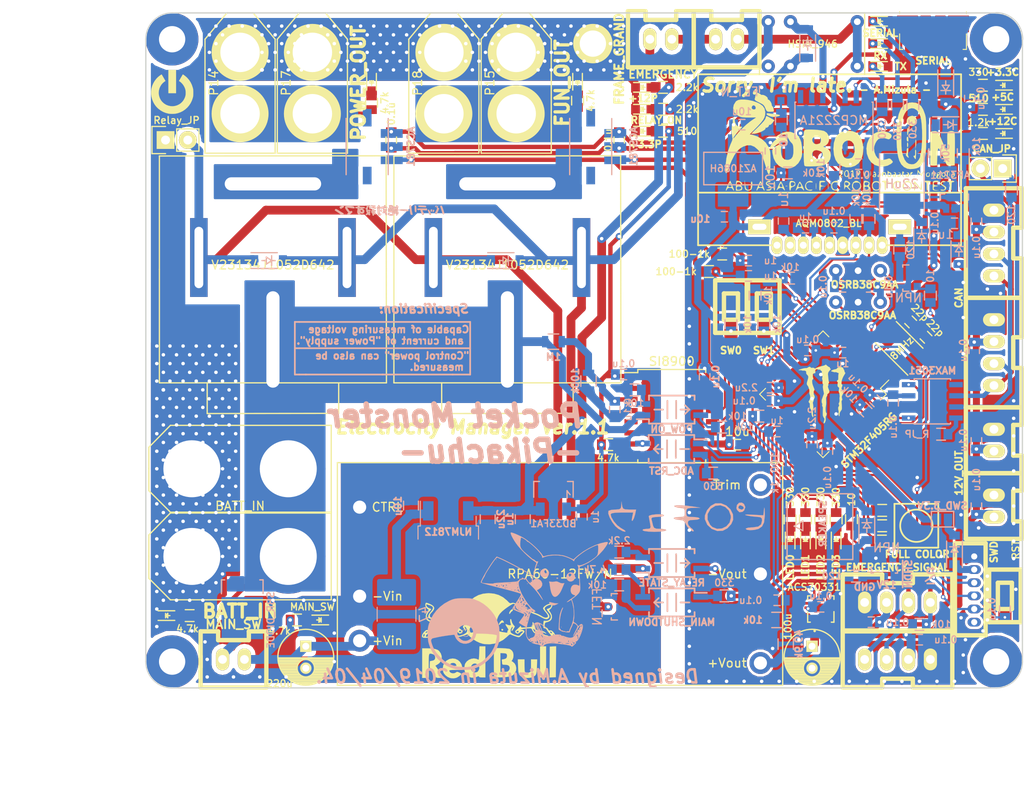
<source format=kicad_pcb>
(kicad_pcb (version 20171130) (host pcbnew "(5.0.2)-1")
  (layers (0 F.Cu signal) (31 B.Cu signal) (34 B.Paste user) (35 F.Paste user) (36 B.SilkS user) (37 F.SilkS user) (38 B.Mask user) (39 F.Mask user) (44 Edge.Cuts user))
  (net 0 "")
  (net 1 GND)
  (net 2 /OSC_IN)
  (net 3 +12V)
  (net 4 /~NRST)
  (net 5 +3.3V)
  (net 6 /OSC_OUT)
  (net 7 "Net-(C11-Pad1)")
  (net 8 "Net-(C13-Pad1)")
  (net 9 +5V)
  (net 10 "Net-(C20-Pad2)")
  (net 11 "Net-(C21-Pad2)")
  (net 12 "Net-(C21-Pad1)")
  (net 13 3V3)
  (net 14 GNDPWR)
  (net 15 "Net-(C23-Pad1)")
  (net 16 "Net-(C23-Pad2)")
  (net 17 +12C)
  (net 18 /24V)
  (net 19 "Net-(C35-Pad1)")
  (net 20 /Voltage)
  (net 21 /ADC12_IN5)
  (net 22 /ADC12_IN6)
  (net 23 "Net-(D1-Pad2)")
  (net 24 "Net-(D1-Pad1)")
  (net 25 "Net-(D2-Pad1)")
  (net 26 "Net-(D3-Pad1)")
  (net 27 "Net-(D4-Pad1)")
  (net 28 "Net-(D5-Pad1)")
  (net 29 "Net-(D6-Pad1)")
  (net 30 "Net-(D7-Pad1)")
  (net 31 "Net-(D8-Pad1)")
  (net 32 "Net-(D9-Pad1)")
  (net 33 +BATT)
  (net 34 "Net-(D10-Pad3)")
  (net 35 "Net-(D13-Pad1)")
  (net 36 "Net-(D14-Pad1)")
  (net 37 "Net-(D15-Pad1)")
  (net 38 "Net-(D16-Pad1)")
  (net 39 "Net-(D17-Pad1)")
  (net 40 "Net-(D18-Pad1)")
  (net 41 "Net-(D19-Pad1)")
  (net 42 "Net-(D20-Pad1)")
  (net 43 /Relay_Out)
  (net 44 "Net-(JP3-Pad1)")
  (net 45 /CAN_L)
  (net 46 /SWDIO)
  (net 47 /SWCLK)
  (net 48 /CAN_H)
  (net 49 /Relay_state)
  (net 50 /Fource_shutdown)
  (net 51 /USART1_TX)
  (net 52 /USART1_RX)
  (net 53 "Net-(P10-Pad2)")
  (net 54 /Coil)
  (net 55 POWER_Vdd)
  (net 56 FUN_Vdd)
  (net 57 "Net-(IC2-Pad3)")
  (net 58 "Net-(Q2-Pad1)")
  (net 59 "Net-(Q3-Pad1)")
  (net 60 "Net-(Q3-Pad3)")
  (net 61 /PB5)
  (net 62 "Net-(R8-Pad1)")
  (net 63 /MAIN_SW_Vdd)
  (net 64 "Net-(IC2-Pad4)")
  (net 65 /PC0)
  (net 66 "Net-(IC3-Pad2)")
  (net 67 "Net-(R12-Pad1)")
  (net 68 /PC1)
  (net 69 "Net-(IC2-Pad1)")
  (net 70 /PC3)
  (net 71 /PC4)
  (net 72 /PC5)
  (net 73 /TIM1_CH1)
  (net 74 /TIM1_CH2)
  (net 75 /TIM1_CH3)
  (net 76 /TIM1_CH4)
  (net 77 "Net-(IC4-Pad2)")
  (net 78 /I2C2_SCL)
  (net 79 /I2C2_SDA)
  (net 80 "Net-(IC4-Pad4)")
  (net 81 /FB)
  (net 82 "Net-(R47-Pad2)")
  (net 83 /CAN1_TX)
  (net 84 /CAN1_RX)
  (net 85 "Net-(U1-Pad5)")
  (net 86 "Net-(U2-Pad3)")
  (net 87 /PC2)
  (net 88 /USART2_TX)
  (net 89 /USART2_RX)
  (net 90 "Net-(U2-Pad45)")
  (net 91 "Net-(U2-Pad50)")
  (net 92 "Net-(U2-Pad51)")
  (net 93 "Net-(U2-Pad52)")
  (net 94 "Net-(U2-Pad53)")
  (net 95 "Net-(U2-Pad54)")
  (net 96 "Net-(U2-Pad55)")
  (net 97 "Net-(U2-Pad56)")
  (net 98 "Net-(U4-Pad1)")
  (net 99 "Net-(U6-Pad4)")
  (net 100 "Net-(U6-Pad5)")
  (net 101 "Net-(U6-Pad6)")
  (net 102 "Net-(U6-Pad11)")
  (net 103 "Net-(U6-Pad14)")
  (net 104 "Net-(U6-Pad15)")
  (net 105 "Net-(U11-Pad5)")
  (net 106 "Net-(U9-Pad4)")
  (net 107 "Net-(U12-Pad87)")
  (net 108 "Net-(P1-Pad6)")
  (net 109 "Net-(C25-Pad1)")
  (net 110 /ADC12_IN7)
  (net 111 /PC15)
  (net 112 /ADC12_IN1)
  (net 113 "Net-(P11-Pad2)")
  (net 114 "Net-(R40-Pad2)")
  (net 115 "Net-(R44-Pad2)")
  (net 116 /PB2)
  (net 117 /PB15)
  (net 118 /PB14)
  (net 119 /PB13)
  (net 120 /PB12)
  (net 121 "Net-(D25-Pad1)")
  (net 122 "Net-(Q7-Pad1)")
  (net 123 "Net-(U19-Pad8)")
  (net 124 "Net-(D26-Pad2)")
  (net 125 "Net-(D27-Pad2)")
  (net 126 "Net-(D28-Pad2)")
  (net 127 "Net-(D29-Pad1)")
  (net 128 "Net-(R59-Pad2)")
  (net 129 "Net-(U19-Pad9)")
  (net 130 "Net-(U19-Pad10)")
  (net 131 /D-)
  (net 132 /D+)
  (net 133 "Net-(U22-Pad3)")
  (net 134 "Net-(J1-Pad6)")
  (net 135 "Net-(J1-Pad4)")
  (net 136 "Net-(R19-Pad2)")
  (net 137 "Net-(R51-Pad2)")
  (net 138 "Net-(R58-Pad2)")
  (net 139 /PC13)
  (net 140 "Net-(R29-Pad2)")
  (net 141 "Net-(Q2-Pad3)")
  (net 142 "Net-(R1-Pad2)")
  (net 143 "Net-(R5-Pad2)")
  (net 144 /ADC12_IN2)
  (net 145 /PC6)
  (net 146 /PC7)
  (net 147 /PC8)
  (net 148 /PC9)
  (net 149 /ADC12_IN9)
  (net 150 /ADC12_IN8)
  (net 151 "Net-(R21-Pad2)")
  (net 152 "Net-(C30-Pad1)")
  (net 153 /PA4)
  (net 154 "Net-(IC1-Pad2)")
  (module Mizz_lib:RPA60-24xxSFW (layer F.Cu) (at 95.25 162)
    (fp_text reference U9 hide)
    (fp_text value RPA60-12FW/N (at 0 0) (layer F.SilkS))
    (fp_text user +Vout (at 19.05 10.16) (layer F.SilkS))
    (fp_text user -Vout (at 19.05 0) (layer F.SilkS))
    (fp_text user Trim (at 19.05 -10.16) (layer F.SilkS))
    (fp_text user CTRL (at -19.685 -7.62) (layer F.SilkS))
    (fp_text user -Vin (at -19.685 2.54) (layer F.SilkS))
    (fp_text user +Vin (at -19.685 7.62) (layer F.SilkS))
    (pad 4 thru_hole circle (at 22.86 -10.16) (size 2.5 2.5) (drill 1.5) (layers *.Cu *.Mask) (net 106 "Net-(U9-Pad4)"))
    (pad 5 thru_hole circle (at 22.86 0) (size 2.5 2.5) (drill 1.5) (layers *.Cu *.Mask) (net 1 GND))
    (pad 6 thru_hole circle (at 22.86 10.16) (size 2.5 2.5) (drill 1.5) (layers *.Cu *.Mask) (net 19 "Net-(C35-Pad1)"))
    (pad 3 thru_hole circle (at -22.86 -7.62) (size 2.5 2.5) (drill 1.5) (layers *.Cu *.Mask) (net 14 GNDPWR))
    (pad 2 thru_hole circle (at -22.86 2.54) (size 2.5 2.5) (drill 1.5) (layers *.Cu *.Mask) (net 14 GNDPWR))
    (pad 1 thru_hole circle (at -22.86 7.62) (size 2.5 2.5) (drill 1.5) (layers *.Cu *.Mask) (net 18 /24V))
  )
  (module Mizz_lib:C_0603 (layer F.Cu) (at 135.25 133.25 315)
    (fp_text reference C5 hide)
    (fp_text value 22p (at 0 -1.5 315) (layer F.SilkS) (effects (font (size 0.8 0.8))))
    (pad 1 smd rect (at -0.949999 0 315) (size 1 1.2) (layers F.Cu F.Paste F.Mask) (net 6 /OSC_OUT))
    (pad 2 smd rect (at 0.93 0 315) (size 1 1.2) (layers F.Cu F.Paste F.Mask) (net 1 GND))
  )
  (module Mizz_lib:Crystal_SMD_5032_2Pads (layer F.Cu) (at 134.25 136.25 135)
    (fp_text reference X1 hide)
    (fp_text value 8MHz (at 0 0 -135) (layer F.SilkS) (effects (font (size 0.8 0.8))))
    (pad 2 smd rect (at 2.05 0 135) (size 2 2.4) (layers F.Cu F.Paste F.Mask) (net 6 /OSC_OUT))
    (pad 1 smd rect (at -2.05 0 135) (size 2 2.4) (layers F.Cu F.Paste F.Mask) (net 2 /OSC_IN))
  )
  (module Mizz_lib:C_0603 (layer B.Cu) (at 124 147.25 270)
    (fp_text reference C13 hide)
    (fp_text value 2.2u (at -3 0 270) (layer B.SilkS) (effects (font (size 0.8 0.8)) (justify mirror)))
    (pad 2 smd rect (at 0.93 0 270) (size 1 1.2) (layers B.Cu B.Paste B.Mask) (net 1 GND))
    (pad 1 smd rect (at -0.949999 0 270) (size 1 1.2) (layers B.Cu B.Paste B.Mask) (net 8 "Net-(C13-Pad1)"))
  )
  (module Mizz_lib:R_0603 (layer F.Cu) (at 132 156.5)
    (fp_text reference R5 hide)
    (fp_text value 330)
    (pad 1 smd rect (at -0.78 0) (size 1 1.2) (layers F.Cu F.Paste F.Mask) (net 75 /TIM1_CH3))
    (pad 2 smd rect (at 0.78 0) (size 1 1.2) (layers F.Cu F.Paste F.Mask) (net 143 "Net-(R5-Pad2)"))
  )
  (module Mizz_lib:R_0603 (layer F.Cu) (at 131.97 158.25)
    (fp_text reference R21 hide)
    (fp_text value 330)
    (pad 2 smd rect (at 0.78 0) (size 1 1.2) (layers F.Cu F.Paste F.Mask) (net 151 "Net-(R21-Pad2)"))
    (pad 1 smd rect (at -0.78 0) (size 1 1.2) (layers F.Cu F.Paste F.Mask) (net 74 /TIM1_CH2))
  )
  (module Mizz_lib:R_0603 (layer F.Cu) (at 132 154.75)
    (fp_text reference R1 hide)
    (fp_text value 330)
    (pad 2 smd rect (at 0.78 0) (size 1 1.2) (layers F.Cu F.Paste F.Mask) (net 142 "Net-(R1-Pad2)"))
    (pad 1 smd rect (at -0.78 0) (size 1 1.2) (layers F.Cu F.Paste F.Mask) (net 76 /TIM1_CH4))
  )
  (module Mizz_lib:C_0603 (layer B.Cu) (at 133.25 142.5 270)
    (fp_text reference C4 hide)
    (fp_text value 0.1u (at 2.75 0 270) (layer B.SilkS) (effects (font (size 0.8 0.8)) (justify mirror)))
    (pad 1 smd rect (at -0.95 0 270) (size 1 1.2) (layers B.Cu B.Paste B.Mask) (net 5 +3.3V))
    (pad 2 smd rect (at 0.93 0 270) (size 1 1.2) (layers B.Cu B.Paste B.Mask) (net 1 GND))
  )
  (module Mizz_lib:C_0603 (layer B.Cu) (at 119.25 140.75 180)
    (fp_text reference C11 hide)
    (fp_text value 2.2u (at 2.75 0 180) (layer B.SilkS) (effects (font (size 0.8 0.8)) (justify mirror)))
    (pad 1 smd rect (at -0.949999 0 180) (size 1 1.2) (layers B.Cu B.Paste B.Mask) (net 7 "Net-(C11-Pad1)"))
    (pad 2 smd rect (at 0.93 0 180) (size 1 1.2) (layers B.Cu B.Paste B.Mask) (net 1 GND))
  )
  (module Mizz_lib:Inductor_Taiyo-Yuden_NR-50xx_HandSoldering (layer B.Cu) (at 134.25 117.5 90)
    (fp_text reference L1 hide)
    (fp_text value 22uH (at 0 0) (layer B.SilkS) (effects (justify mirror)))
    (pad 2 smd rect (at 2.25 0 90) (size 2.4 4.2) (layers B.Cu B.Paste B.Mask) (net 35 "Net-(D13-Pad1)"))
    (pad 1 smd rect (at -2.25 0 90) (size 2.4 4.2) (layers B.Cu B.Paste B.Mask) (net 15 "Net-(C23-Pad1)"))
  )
  (module Mizz_lib:C_0603 (layer B.Cu) (at 126.5 122.5)
    (fp_text reference C19 hide)
    (fp_text value 0.1u (at 0 -1.9) (layer B.SilkS) (effects (font (size 0.8 0.8)) (justify mirror)))
    (pad 1 smd rect (at -0.95 0) (size 1 1.2) (layers B.Cu B.Paste B.Mask) (net 5 +3.3V))
    (pad 2 smd rect (at 0.93 0) (size 1 1.2) (layers B.Cu B.Paste B.Mask) (net 1 GND))
  )
  (module Mizz_lib:SOD-123 (layer B.Cu) (at 140.75 125 90)
    (fp_text reference D12 hide)
    (fp_text value DIODE hide)
    (pad 1 smd rect (at -1.635 0 90) (size 0.91 1.22) (layers B.Cu B.Paste B.Mask) (net 3 +12V))
    (pad 2 smd rect (at 1.635 0 90) (size 0.91 1.22) (layers B.Cu B.Paste B.Mask) (net 109 "Net-(C25-Pad1)"))
  )
  (module Mizz_lib:R_0603 (layer B.Cu) (at 120.5 110.25 90)
    (fp_text reference R48 hide)
    (fp_text value 10 (at -2.25 0.25 90) (layer B.SilkS) (effects (font (size 0.8 0.8) (thickness 0.2)) (justify mirror)))
    (pad 1 smd rect (at -0.78 0 90) (size 1 1.2) (layers B.Cu B.Paste B.Mask) (net 87 /PC2))
    (pad 2 smd rect (at 0.78 0 90) (size 1 1.2) (layers B.Cu B.Paste B.Mask) (net 122 "Net-(Q7-Pad1)"))
  )
  (module Mizz_lib:LED_0603 (layer F.Cu) (at 123.25 158.03 90)
    (fp_text reference D6 hide)
    (fp_text value LED1 (at -3.22 0 90) (layer F.SilkS) (effects (font (size 0.8 0.8) (thickness 0.2))))
    (pad 2 smd rect (at -0.88 0 270) (size 1 1.2) (layers F.Cu F.Paste F.Mask) (net 1 GND))
    (pad 1 smd rect (at 0.88 0 270) (size 1 1.2) (layers F.Cu F.Paste F.Mask) (net 29 "Net-(D6-Pad1)"))
  )
  (module Mizz_lib:C_0603 (layer B.Cu) (at 119.25 142.25)
    (fp_text reference C9 hide)
    (fp_text value 0.1u (at -3 0) (layer B.SilkS) (effects (font (size 0.8 0.8)) (justify mirror)))
    (pad 2 smd rect (at 0.93 0) (size 1 1.2) (layers B.Cu B.Paste B.Mask) (net 5 +3.3V))
    (pad 1 smd rect (at -0.95 0) (size 1 1.2) (layers B.Cu B.Paste B.Mask) (net 1 GND))
  )
  (module Mizz_lib:UGCT7525AN4 (layer B.Cu) (at 125.25 156.25 180)
    (fp_text reference SP1 hide)
    (fp_text value SPEAKER (at 0 0 270) (layer B.SilkS) (effects (font (size 0.8 0.8) (thickness 0.2)) (justify mirror)))
    (pad 3 smd rect (at 3.6 -3.6 180) (size 2.3 2.3) (layers B.Cu B.Paste B.Mask))
    (pad 2 smd rect (at -3 -3.6 180) (size 2.3 2.3) (layers B.Cu B.Paste B.Mask) (net 32 "Net-(D9-Pad1)"))
    (pad 1 smd rect (at -3 3 180) (size 2.3 2.3) (layers B.Cu B.Paste B.Mask) (net 5 +3.3V))
  )
  (module Mizz_lib:C_0603 (layer B.Cu) (at 111.75 139.5 270)
    (fp_text reference C27 hide)
    (fp_text value 0.1u (at 0 -1.25 270) (layer B.SilkS) (effects (font (size 0.8 0.8) (thickness 0.2)) (justify mirror)))
    (pad 2 smd rect (at 0.93 0 270) (size 1 1.2) (layers B.Cu B.Paste B.Mask) (net 1 GND))
    (pad 1 smd rect (at -0.95 0 270) (size 1 1.2) (layers B.Cu B.Paste B.Mask) (net 5 +3.3V))
  )
  (module Mizz_lib:C_0603 (layer B.Cu) (at 120 165 180)
    (fp_text reference C44 hide)
    (fp_text value 0.1u (at 3 0 180) (layer B.SilkS) (effects (font (size 0.8 0.8)) (justify mirror)))
    (pad 1 smd rect (at -0.95 0 180) (size 1 1.2) (layers B.Cu B.Paste B.Mask) (net 150 /ADC12_IN8))
    (pad 2 smd rect (at 0.93 0 180) (size 1 1.2) (layers B.Cu B.Paste B.Mask) (net 1 GND))
  )
  (module Mizz_lib:SOT-23 (layer B.Cu) (at 119.5 107 180)
    (fp_text reference Q7 hide)
    (fp_text value FET_N (at 3.75 0 180) (layer B.SilkS) (effects (justify mirror)))
    (pad 1 smd rect (at -0.95 -1.00076 180) (size 0.8001 0.8001) (layers B.Cu B.Paste B.Mask) (net 122 "Net-(Q7-Pad1)"))
    (pad 2 smd rect (at 0.95 -1.00076 180) (size 0.8001 0.8001) (layers B.Cu B.Paste B.Mask) (net 1 GND))
    (pad 3 smd rect (at 0 0.99822 180) (size 0.8001 0.8001) (layers B.Cu B.Paste B.Mask) (net 121 "Net-(D25-Pad1)"))
  )
  (module Mizz_lib:R_0603 (layer B.Cu) (at 146.75 118.25 90)
    (fp_text reference R6 hide)
    (fp_text value 120 (at -2.75 0 90) (layer B.SilkS) (effects (font (size 0.8 0.8)) (justify mirror)))
    (pad 2 smd rect (at 0.78 0 90) (size 1 1.2) (layers B.Cu B.Paste B.Mask) (net 44 "Net-(JP3-Pad1)"))
    (pad 1 smd rect (at -0.78 0 90) (size 1 1.2) (layers B.Cu B.Paste B.Mask) (net 48 /CAN_H))
  )
  (module RP_KiCAD_Connector:XT60_F (layer F.Cu) (at 90.25 106 270)
    (fp_text reference P15 (at 0 3 270) (layer F.SilkS))
    (fp_text value FUN_OUT (at 0 -5.25 270) (layer F.SilkS) (effects (font (size 1.5 1.5) (thickness 0.375))))
    (pad 1 thru_hole circle (at -3.5 0 270) (size 6.5 6.5) (drill 4.5) (layers *.Cu *.Mask F.SilkS) (net 14 GNDPWR))
    (pad 2 thru_hole circle (at 3.5 0 270) (size 6.5 6.5) (drill 4.5) (layers *.Cu *.Mask F.SilkS) (net 56 FUN_Vdd))
  )
  (module RP_KiCAD_Connector:XT60_M (layer F.Cu) (at 67 106 270)
    (fp_text reference P17 (at 0 3 270) (layer F.SilkS))
    (fp_text value POWER_OUT (at 0 -5.25 270) (layer F.SilkS) (effects (font (size 1.5 1.5) (thickness 0.375))))
    (pad 2 thru_hole circle (at 3.5 0 270) (size 6.5 6.5) (drill 4.5) (layers *.Cu *.Mask F.SilkS) (net 55 POWER_Vdd))
    (pad 1 thru_hole circle (at -3.5 0 270) (size 6.5 6.5) (drill 4.5) (layers *.Cu *.Mask F.SilkS) (net 14 GNDPWR))
  )
  (module Mizz_lib:GS2 (layer B.Cu) (at 138.885 155.75 90)
    (fp_text reference JP2 hide)
    (fp_text value SWD_3.3V (at 1.524 0) (layer B.SilkS) (effects (font (size 0.8 0.8) (thickness 0.2)) (justify mirror)))
    (pad 2 smd rect (at 0 -0.635 90) (size 1.27 0.9652) (layers B.Cu B.Paste B.Mask) (net 5 +3.3V))
    (pad 1 smd rect (at 0 0.635 90) (size 1.27 0.9652) (layers B.Cu B.Paste B.Mask) (net 23 "Net-(D1-Pad2)"))
  )
  (module Mizz_lib:C_0603 (layer B.Cu) (at 131.25 142.25 135)
    (fp_text reference C12 hide)
    (fp_text value 0.1u (at 2.828427 0 135) (layer B.SilkS) (effects (font (size 0.8 0.8)) (justify mirror)))
    (pad 1 smd rect (at -0.949999 0 135) (size 1 1.2) (layers B.Cu B.Paste B.Mask) (net 1 GND))
    (pad 2 smd rect (at 0.93 0 135) (size 1 1.2) (layers B.Cu B.Paste B.Mask) (net 5 +3.3V))
  )
  (module Mizz_lib:C_0603 (layer B.Cu) (at 120.75 121.75 270)
    (fp_text reference C20 hide)
    (fp_text value 1u (at -2.5 0 270) (layer B.SilkS) (effects (justify mirror)))
    (pad 2 smd rect (at 0.93 0 270) (size 1 1.2) (layers B.Cu B.Paste B.Mask) (net 10 "Net-(C20-Pad2)"))
    (pad 1 smd rect (at -0.95 0 270) (size 1 1.2) (layers B.Cu B.Paste B.Mask) (net 5 +3.3V))
  )
  (module Mizz_lib:C_0603 (layer B.Cu) (at 138 119 90)
    (fp_text reference C23 hide)
    (fp_text value 0.1u (at -3 0 90) (layer B.SilkS) (effects (font (size 0.8 0.8)) (justify mirror)))
    (pad 1 smd rect (at -0.95 0 90) (size 1 1.2) (layers B.Cu B.Paste B.Mask) (net 15 "Net-(C23-Pad1)"))
    (pad 2 smd rect (at 0.93 0 90) (size 1 1.2) (layers B.Cu B.Paste B.Mask) (net 16 "Net-(C23-Pad2)"))
  )
  (module Mizz_lib:C_0603 (layer B.Cu) (at 119.25 113.75 270)
    (fp_text reference C24 hide)
    (fp_text value 10u (at 3 0 270) (layer B.SilkS) (effects (justify mirror)))
    (pad 1 smd rect (at -0.95 0 270) (size 1 1.2) (layers B.Cu B.Paste B.Mask) (net 9 +5V))
    (pad 2 smd rect (at 0.93 0 270) (size 1 1.2) (layers B.Cu B.Paste B.Mask) (net 1 GND))
  )
  (module Mizz_lib:C_0603 (layer B.Cu) (at 140.25 122 180)
    (fp_text reference C25 hide)
    (fp_text value 1u (at 1 -1.25 180) (layer B.SilkS) (effects (justify mirror)))
    (pad 2 smd rect (at 0.93 0 180) (size 1 1.2) (layers B.Cu B.Paste B.Mask) (net 1 GND))
    (pad 1 smd rect (at -0.95 0 180) (size 1 1.2) (layers B.Cu B.Paste B.Mask) (net 109 "Net-(C25-Pad1)"))
  )
  (module Mizz_lib:C_0603 (layer B.Cu) (at 114 121.25 180)
    (fp_text reference C26 hide)
    (fp_text value 10u (at 2.75 -0.25 180) (layer B.SilkS) (effects (font (size 0.8 0.8) (thickness 0.2)) (justify mirror)))
    (pad 1 smd rect (at -0.95 0 180) (size 1 1.2) (layers B.Cu B.Paste B.Mask) (net 5 +3.3V))
    (pad 2 smd rect (at 0.93 0 180) (size 1 1.2) (layers B.Cu B.Paste B.Mask) (net 1 GND))
  )
  (module Mizz_lib:C_0603 (layer F.Cu) (at 115.5 147.25)
    (fp_text reference C28 hide)
    (fp_text value 10u (at 0 -1.5) (layer F.SilkS))
    (pad 2 smd rect (at 0.93 0) (size 1 1.2) (layers F.Cu F.Paste F.Mask) (net 1 GND))
    (pad 1 smd rect (at -0.95 0) (size 1 1.2) (layers F.Cu F.Paste F.Mask) (net 5 +3.3V))
  )
  (module Capacitors_ThroughHole:C_Radial_D6.3_L11.2_P2.5 (layer F.Cu) (at 66.25 170.25 270)
    (fp_text reference C32 hide)
    (fp_text value 220u (at 4.25 3) (layer F.SilkS) (effects (font (size 0.8 0.8))))
    (pad 2 thru_hole circle (at 2.5 0 270) (size 1.3 1.3) (drill 0.8) (layers *.Cu *.Mask F.SilkS) (net 14 GNDPWR))
    (pad 1 thru_hole rect (at 0 0 270) (size 1.3 1.3) (drill 0.8) (layers *.Cu *.Mask F.SilkS) (net 18 /24V))
  )
  (module Mizz_lib:C_0603 (layer F.Cu) (at 102 112.5 270)
    (fp_text reference C34 hide)
    (fp_text value 0.1u (at 0 1.25 270) (layer F.SilkS) (effects (font (size 0.8 0.8))))
    (pad 1 smd rect (at -0.95 0 270) (size 1 1.2) (layers F.Cu F.Paste F.Mask) (net 5 +3.3V))
    (pad 2 smd rect (at 0.93 0 270) (size 1 1.2) (layers F.Cu F.Paste F.Mask) (net 1 GND))
  )
  (module Capacitors_ThroughHole:C_Radial_D6.3_L11.2_P2.5 (layer F.Cu) (at 124 170.25 270)
    (fp_text reference C35 hide)
    (fp_text value 100u (at -2.25 2.75 90) (layer F.SilkS) (effects (font (size 0.8 0.8))))
    (pad 1 thru_hole rect (at 0 0 270) (size 1.3 1.3) (drill 0.8) (layers *.Cu *.Mask F.SilkS) (net 19 "Net-(C35-Pad1)"))
    (pad 2 thru_hole circle (at 2.5 0 270) (size 1.3 1.3) (drill 0.8) (layers *.Cu *.Mask F.SilkS) (net 1 GND))
  )
  (module Mizz_lib:SOD-123 (layer B.Cu) (at 140.25 159.25 90)
    (fp_text reference D1 hide)
    (fp_text value DIODE hide)
    (pad 2 smd rect (at 1.635 0 90) (size 0.91 1.22) (layers B.Cu B.Paste B.Mask) (net 23 "Net-(D1-Pad2)"))
    (pad 1 smd rect (at -1.635 0 90) (size 0.91 1.22) (layers B.Cu B.Paste B.Mask) (net 24 "Net-(D1-Pad1)"))
  )
  (module Mizz_lib:SOD-123 (layer B.Cu) (at 130.25 156.5 90)
    (fp_text reference D9 hide)
    (fp_text value DIODE hide)
    (pad 1 smd rect (at -1.635 0 90) (size 0.91 1.22) (layers B.Cu B.Paste B.Mask) (net 32 "Net-(D9-Pad1)"))
    (pad 2 smd rect (at 1.635 0 90) (size 0.91 1.22) (layers B.Cu B.Paste B.Mask) (net 5 +3.3V))
  )
  (module Mizz_lib:SOD-123 (layer B.Cu) (at 136.5 123.5 90)
    (fp_text reference D11 hide)
    (fp_text value DIODE hide)
    (pad 2 smd rect (at 1.635 0 90) (size 0.91 1.22) (layers B.Cu B.Paste B.Mask) (net 15 "Net-(C23-Pad1)"))
    (pad 1 smd rect (at -1.635 0 90) (size 0.91 1.22) (layers B.Cu B.Paste B.Mask) (net 1 GND))
  )
  (module Mizz_lib:SOD-123 (layer B.Cu) (at 139.75 110.75)
    (fp_text reference D13 hide)
    (fp_text value DIODE hide)
    (pad 2 smd rect (at 1.635 0) (size 0.91 1.22) (layers B.Cu B.Paste B.Mask) (net 9 +5V))
    (pad 1 smd rect (at -1.635 0) (size 0.91 1.22) (layers B.Cu B.Paste B.Mask) (net 35 "Net-(D13-Pad1)"))
  )
  (module Mizz_lib:Pin_Header_Straight_1x02 (layer F.Cu) (at 145.75 115.75 270)
    (fp_text reference JP3 hide)
    (fp_text value CAN_JP (at -2.25 1.25) (layer F.SilkS) (effects (font (size 0.8 0.8) (thickness 0.2))))
    (pad 1 thru_hole rect (at 0 0 270) (size 2.032 2.032) (drill 1.016) (layers *.Cu *.Mask F.SilkS) (net 44 "Net-(JP3-Pad1)"))
    (pad 2 thru_hole oval (at 0 2.54 270) (size 2.032 2.032) (drill 1.016) (layers *.Cu *.Mask F.SilkS) (net 45 /CAN_L))
  )
  (module Mizz_lib:XA_4T (layer F.Cu) (at 144.75 128 90)
    (fp_text reference P3 hide)
    (fp_text value CAN)
    (pad 4 thru_hole oval (at 0 0 90) (size 1.5 2.5) (drill 1) (layers *.Cu *.Mask F.SilkS) (net 45 /CAN_L))
    (pad 3 thru_hole oval (at 2.5 0 90) (size 1.5 2.5) (drill 1) (layers *.Cu *.Mask F.SilkS) (net 48 /CAN_H))
    (pad 2 thru_hole oval (at 5 0 90) (size 1.5 2.5) (drill 1) (layers *.Cu *.Mask F.SilkS) (net 3 +12V))
    (pad 1 thru_hole oval (at 7.5 0 90) (size 1.5 2.5) (drill 1) (layers *.Cu *.Mask F.SilkS) (net 1 GND))
  )
  (module Mizz_lib:XA_2T (layer F.Cu) (at 59.25 171.75 180)
    (fp_text reference P9 hide)
    (fp_text value MAIN_SW (at 1.25 4 180) (layer F.SilkS) (effects (font (thickness 0.2))))
    (pad 2 thru_hole oval (at 0 0 180) (size 1.5 2.5) (drill 1) (layers *.Cu *.Mask F.SilkS) (net 18 /24V))
    (pad 1 thru_hole oval (at 2.5 0 180) (size 1.5 2.5) (drill 1) (layers *.Cu *.Mask F.SilkS) (net 34 "Net-(D10-Pad3)"))
  )
  (module Mizz_lib:XT90PB (layer F.Cu) (at 58.75 160 180)
    (fp_text reference P13 hide)
    (fp_text value BATT_IN (at 0 -6.25 180) (layer F.SilkS) (effects (font (size 1.5 1.5) (thickness 0.375))))
    (pad 1 thru_hole circle (at 5.5 0 180) (size 8.5 8.5) (drill 6.5) (layers *.Cu *.Mask) (net 14 GNDPWR))
    (pad 2 thru_hole circle (at -5.5 0 180) (size 8.5 8.5) (drill 6.5) (layers *.Cu *.Mask) (net 33 +BATT))
  )
  (module RP_KiCAD_Connector:XT60_F (layer F.Cu) (at 58.75 106 270)
    (fp_text reference P14 (at 0 3 270) (layer F.SilkS))
    (fp_text value POWER_OUT)
    (pad 2 thru_hole circle (at 3.5 0 270) (size 6.5 6.5) (drill 4.5) (layers *.Cu *.Mask F.SilkS) (net 55 POWER_Vdd))
    (pad 1 thru_hole circle (at -3.5 0 270) (size 6.5 6.5) (drill 4.5) (layers *.Cu *.Mask F.SilkS) (net 14 GNDPWR))
  )
  (module Mizz_lib:XT90PB (layer F.Cu) (at 58.75 150 180)
    (fp_text reference P16 hide)
    (fp_text value BATT_IN (at 0 -4.25 180) (layer F.SilkS))
    (pad 2 thru_hole circle (at -5.5 0 180) (size 8.5 8.5) (drill 6.5) (layers *.Cu *.Mask) (net 33 +BATT))
    (pad 1 thru_hole circle (at 5.5 0 180) (size 8.5 8.5) (drill 6.5) (layers *.Cu *.Mask) (net 14 GNDPWR))
  )
  (module RP_KiCAD_Connector:XT60_M (layer F.Cu) (at 82 106 270)
    (fp_text reference P18 (at 0 3 270) (layer F.SilkS))
    (fp_text value FUN_OUT)
    (pad 1 thru_hole circle (at -3.5 0 270) (size 6.5 6.5) (drill 4.5) (layers *.Cu *.Mask F.SilkS) (net 14 GNDPWR))
    (pad 2 thru_hole circle (at 3.5 0 270) (size 6.5 6.5) (drill 4.5) (layers *.Cu *.Mask F.SilkS) (net 56 FUN_Vdd))
  )
  (module Mizz_lib:SW_SPST_CK_RS282G05A3 (layer F.Cu) (at 146 164.5 270)
    (fp_text reference SW1 hide)
    (fp_text value RST (at -5.25 -1.25 270) (layer F.SilkS) (effects (font (size 0.8 0.8))))
    (pad 2 smd rect (at -2.8 0 270) (size 2.6 1.5) (layers F.Cu F.Paste F.Mask) (net 1 GND))
    (pad 1 smd rect (at 2.8 0 270) (size 2.6 1.5) (layers F.Cu F.Paste F.Mask) (net 4 /~NRST))
  )
  (module Mizz_lib:TSOT-6-MK06A (layer B.Cu) (at 140.25 119)
    (fp_text reference U5 hide)
    (fp_text value AP3211 (at -0.5 -2.5) (layer B.SilkS) (effects (font (size 0.8 0.8)) (justify mirror)))
    (pad 6 smd rect (at -0.94996 1.30048) (size 0.69088 1.00076) (layers B.Cu B.Paste B.Mask) (net 15 "Net-(C23-Pad1)"))
    (pad 5 smd rect (at 0 1.30048) (size 0.69088 1.00076) (layers B.Cu B.Paste B.Mask) (net 109 "Net-(C25-Pad1)"))
    (pad 4 smd rect (at 0.94996 1.30048) (size 0.69088 1.00076) (layers B.Cu B.Paste B.Mask) (net 109 "Net-(C25-Pad1)"))
    (pad 3 smd rect (at 0.94996 -1.30048) (size 0.69088 1.00076) (layers B.Cu B.Paste B.Mask) (net 81 /FB))
    (pad 2 smd rect (at 0 -1.30048) (size 0.69088 1.00076) (layers B.Cu B.Paste B.Mask) (net 1 GND))
    (pad 1 smd rect (at -0.94996 -1.30048) (size 0.69088 1.00076) (layers B.Cu B.Paste B.Mask) (net 16 "Net-(C23-Pad2)"))
  )
  (module Mizz_lib:AZ1086H (layer B.Cu) (at 115 115.75)
    (fp_text reference U7 hide)
    (fp_text value AZ1086H (at 0 0) (layer B.SilkS) (effects (font (size 0.8 0.8)) (justify mirror)))
    (pad 2 smd rect (at 0 -2.9) (size 1.2 2) (layers B.Cu B.Paste B.Mask) (net 5 +3.3V))
    (pad 1 smd rect (at -2.3 -2.9) (size 1.2 2) (layers B.Cu B.Paste B.Mask) (net 1 GND))
    (pad 3 smd rect (at 2.3 -2.9) (size 1.2 2) (layers B.Cu B.Paste B.Mask) (net 9 +5V))
    (pad 2 smd rect (at 0 3.1) (size 3.5 2.5) (layers B.Cu B.Paste B.Mask) (net 5 +3.3V))
  )
  (module Mizz_lib:V23134J1052D642 (layer F.Cu) (at 62.5 127.25)
    (fp_text reference U8 hide)
    (fp_text value V23134J1052D642 (at 0 -0.5) (layer F.SilkS))
    (pad 30 thru_hole rect (at 0 8) (size 3 13) (drill oval 1.5 11) (layers *.Cu *.Mask) (net 33 +BATT))
    (pad 86 thru_hole rect (at -8.45 -1.35) (size 2 9) (drill oval 1 7) (layers *.Cu *.Mask) (net 43 /Relay_Out))
    (pad 85 thru_hole rect (at 8.45 -1.35) (size 2 9) (drill oval 1 7) (layers *.Cu *.Mask) (net 54 /Coil))
    (pad 87 thru_hole rect (at 0 -9.75 90) (size 3 13) (drill oval 1.5 11) (layers *.Cu *.Mask) (net 105 "Net-(U11-Pad5)"))
  )
  (module Mizz_lib:V23134J1052D642 (layer F.Cu) (at 89.25 127.25)
    (fp_text reference U12 hide)
    (fp_text value V23134J1052D642 (at 0 -0.5) (layer F.SilkS))
    (pad 87 thru_hole rect (at 0 -9.75 90) (size 3 13) (drill oval 1.5 11) (layers *.Cu *.Mask) (net 107 "Net-(U12-Pad87)"))
    (pad 85 thru_hole rect (at 8.45 -1.35) (size 2 9) (drill oval 1 7) (layers *.Cu *.Mask) (net 54 /Coil))
    (pad 86 thru_hole rect (at -8.45 -1.35) (size 2 9) (drill oval 1 7) (layers *.Cu *.Mask) (net 43 /Relay_Out))
    (pad 30 thru_hole rect (at 0 8) (size 3 13) (drill oval 1.5 11) (layers *.Cu *.Mask) (net 33 +BATT))
  )
  (module Mizz_lib:ACS781 (layer B.Cu) (at 98.75 113.25 270)
    (fp_text reference U14 hide)
    (fp_text value ACS781 (at 0 -4.9 270) (layer B.SilkS) (effects (font (size 0.8 0.8) (thickness 0.2)) (justify mirror)))
    (pad "" smd rect (at 3.3 0 270) (size 2 1) (layers B.Cu B.Paste B.Mask))
    (pad "" smd rect (at -3.3 0 270) (size 2 1) (layers B.Cu B.Paste B.Mask))
    (pad 3 smd rect (at 1.5 -2.8 270) (size 1 2.5) (layers B.Cu B.Paste B.Mask) (net 115 "Net-(R44-Pad2)"))
    (pad 2 smd rect (at 0 -2.8 270) (size 1 2.5) (layers B.Cu B.Paste B.Mask) (net 1 GND))
    (pad 1 smd rect (at -1.5 -2.8 270) (size 1 2.5) (layers B.Cu B.Paste B.Mask) (net 5 +3.3V))
    (pad 5 smd rect (at 1.5 2.7 270) (size 1.8 2.5) (layers B.Cu B.Paste B.Mask) (net 107 "Net-(U12-Pad87)"))
    (pad 6 smd rect (at -1.5 2.7 270) (size 1.8 2.5) (layers B.Cu B.Paste B.Mask) (net 56 FUN_Vdd))
  )
  (module Mizz_lib:SOIJ-4_5.3x5.3mm_Pitch1.27mm (layer B.Cu) (at 108 165.25 180)
    (fp_text reference IC2 hide)
    (fp_text value MAIN_SHUTDOWN (at 0 -2.25 180) (layer B.SilkS) (effects (font (size 0.8 0.8) (thickness 0.2)) (justify mirror)))
    (pad 1 smd rect (at -3.3 0.635 180) (size 1.7 0.65) (layers B.Cu B.Paste B.Mask) (net 69 "Net-(IC2-Pad1)"))
    (pad 2 smd rect (at -3.3 -0.635 180) (size 1.7 0.65) (layers B.Cu B.Paste B.Mask) (net 1 GND))
    (pad 3 smd rect (at 3.3 -0.635 180) (size 1.7 0.65) (layers B.Cu B.Paste B.Mask) (net 57 "Net-(IC2-Pad3)"))
    (pad 4 smd rect (at 3.3 0.635 180) (size 1.7 0.65) (layers B.Cu B.Paste B.Mask) (net 64 "Net-(IC2-Pad4)"))
  )
  (module Mizz_lib:SOIJ-4_5.3x5.3mm_Pitch1.27mm (layer B.Cu) (at 108 160.75)
    (fp_text reference IC3 hide)
    (fp_text value RELAY_STATE (at 0 2.25) (layer B.SilkS) (effects (font (size 0.8 0.8) (thickness 0.2)) (justify mirror)))
    (pad 4 smd rect (at 3.3 0.635) (size 1.7 0.65) (layers B.Cu B.Paste B.Mask) (net 49 /Relay_state))
    (pad 3 smd rect (at 3.3 -0.635) (size 1.7 0.65) (layers B.Cu B.Paste B.Mask) (net 1 GND))
    (pad 2 smd rect (at -3.3 -0.635) (size 1.7 0.65) (layers B.Cu B.Paste B.Mask) (net 66 "Net-(IC3-Pad2)"))
    (pad 1 smd rect (at -3.3 0.635) (size 1.7 0.65) (layers B.Cu B.Paste B.Mask) (net 54 /Coil))
  )
  (module Mizz_lib:SOIJ-4_5.3x5.3mm_Pitch1.27mm (layer B.Cu) (at 107.96 147.75 180)
    (fp_text reference IC4 hide)
    (fp_text value ADC_RST (at 0 -2.5 180) (layer B.SilkS) (effects (font (size 0.8 0.8) (thickness 0.2)) (justify mirror)))
    (pad 4 smd rect (at 3.3 0.635 180) (size 1.7 0.65) (layers B.Cu B.Paste B.Mask) (net 80 "Net-(IC4-Pad4)"))
    (pad 3 smd rect (at 3.3 -0.635 180) (size 1.7 0.65) (layers B.Cu B.Paste B.Mask) (net 14 GNDPWR))
    (pad 2 smd rect (at -3.3 -0.635 180) (size 1.7 0.65) (layers B.Cu B.Paste B.Mask) (net 77 "Net-(IC4-Pad2)"))
    (pad 1 smd rect (at -3.3 0.635 180) (size 1.7 0.65) (layers B.Cu B.Paste B.Mask) (net 117 /PB15))
  )
  (module Mizz_lib:ZH_6T (layer F.Cu) (at 142.5 160 270)
    (fp_text reference P1 hide)
    (fp_text value SWD (at -0.5 -2.25 270) (layer F.SilkS) (effects (font (size 0.8 0.8) (thickness 0.2))))
    (pad 1 thru_hole oval (at 0 0 270) (size 1 1.524) (drill 0.7) (layers *.Cu *.Mask) (net 1 GND))
    (pad 2 thru_hole oval (at 1.5 0 270) (size 1 1.524) (drill 0.7) (layers *.Cu *.Mask) (net 24 "Net-(D1-Pad1)"))
    (pad 3 thru_hole oval (at 3 0 270) (size 1 1.524) (drill 0.7) (layers *.Cu *.Mask) (net 47 /SWCLK))
    (pad 4 thru_hole oval (at 4.5 0 270) (size 1 1.524) (drill 0.7) (layers *.Cu *.Mask) (net 46 /SWDIO))
    (pad 5 thru_hole oval (at 6 0 270) (size 1 1.524) (drill 0.7) (layers *.Cu *.Mask) (net 4 /~NRST))
    (pad 6 thru_hole oval (at 7.5 0 270) (size 1 1.524) (drill 0.7) (layers *.Cu *.Mask) (net 108 "Net-(P1-Pad6)"))
  )
  (module Mizz_lib:C_0603 (layer F.Cu) (at 137 135 135)
    (fp_text reference C1 hide)
    (fp_text value 22p (at 0 1.5 135) (layer F.SilkS) (effects (font (size 0.8 0.8))))
    (pad 1 smd rect (at -0.949999 0 135) (size 1 1.2) (layers F.Cu F.Paste F.Mask) (net 2 /OSC_IN))
    (pad 2 smd rect (at 0.93 0 135) (size 1 1.2) (layers F.Cu F.Paste F.Mask) (net 1 GND))
  )
  (module Mizz_lib:C_0603 (layer B.Cu) (at 142.5 136.5 270)
    (fp_text reference C2 hide)
    (fp_text value 0.1u (at 0 1.25 270) (layer B.SilkS) (effects (font (size 0.8 0.8)) (justify mirror)))
    (pad 1 smd rect (at -0.95 0 270) (size 1 1.2) (layers B.Cu B.Paste B.Mask) (net 3 +12V))
    (pad 2 smd rect (at 0.93 0 270) (size 1 1.2) (layers B.Cu B.Paste B.Mask) (net 1 GND))
  )
  (module Mizz_lib:C_0603 (layer B.Cu) (at 146 166 90)
    (fp_text reference C3 hide)
    (fp_text value 0.1u (at 0 -1.5 90) (layer B.SilkS) (effects (font (size 0.8 0.8)) (justify mirror)))
    (pad 1 smd rect (at -0.95 0 90) (size 1 1.2) (layers B.Cu B.Paste B.Mask) (net 4 /~NRST))
    (pad 2 smd rect (at 0.93 0 90) (size 1 1.2) (layers B.Cu B.Paste B.Mask) (net 1 GND))
  )
  (module Mizz_lib:C_0603 (layer B.Cu) (at 142.75 121.75 90)
    (fp_text reference C6 hide)
    (fp_text value 0.1u (at -3 0 90) (layer B.SilkS) (effects (font (size 0.8 0.8)) (justify mirror)))
    (pad 2 smd rect (at 0.93 0 90) (size 1 1.2) (layers B.Cu B.Paste B.Mask) (net 1 GND))
    (pad 1 smd rect (at -0.95 0 90) (size 1 1.2) (layers B.Cu B.Paste B.Mask) (net 3 +12V))
  )
  (module Mizz_lib:C_0603 (layer B.Cu) (at 136.25 169.5)
    (fp_text reference C7 hide)
    (fp_text value 0.1u (at 3 0) (layer B.SilkS) (effects (font (size 0.8 0.8)) (justify mirror)))
    (pad 2 smd rect (at 0.93 0) (size 1 1.2) (layers B.Cu B.Paste B.Mask) (net 1 GND))
    (pad 1 smd rect (at -0.95 0) (size 1 1.2) (layers B.Cu B.Paste B.Mask) (net 3 +12V))
  )
  (module Mizz_lib:C_0603 (layer B.Cu) (at 123.5 136.5)
    (fp_text reference C8 hide)
    (fp_text value 0.1u (at 0 -1.25) (layer B.SilkS) (effects (font (size 0.8 0.8)) (justify mirror)))
    (pad 1 smd rect (at -0.95 0) (size 1 1.2) (layers B.Cu B.Paste B.Mask) (net 1 GND))
    (pad 2 smd rect (at 0.93 0) (size 1 1.2) (layers B.Cu B.Paste B.Mask) (net 5 +3.3V))
  )
  (module Mizz_lib:C_0603 (layer B.Cu) (at 125.75 148 90)
    (fp_text reference C10 hide)
    (fp_text value 0.1u (at -3 0 90) (layer B.SilkS) (effects (font (size 0.8 0.8)) (justify mirror)))
    (pad 2 smd rect (at 0.93 0 90) (size 1 1.2) (layers B.Cu B.Paste B.Mask) (net 5 +3.3V))
    (pad 1 smd rect (at -0.95 0 90) (size 1 1.2) (layers B.Cu B.Paste B.Mask) (net 1 GND))
  )
  (module Mizz_lib:C_0603 (layer B.Cu) (at 130.75 167.5 180)
    (fp_text reference C14 hide)
    (fp_text value 0.1u (at -3 0 180) (layer B.SilkS) (effects (font (size 0.8 0.8)) (justify mirror)))
    (pad 2 smd rect (at 0.93 0 180) (size 1 1.2) (layers B.Cu B.Paste B.Mask) (net 1 GND))
    (pad 1 smd rect (at -0.95 0 180) (size 1 1.2) (layers B.Cu B.Paste B.Mask) (net 3 +12V))
  )
  (module Mizz_lib:C_0603 (layer B.Cu) (at 127.5 136.75 180)
    (fp_text reference C15 hide)
    (fp_text value 1u (at 0 -1.25 180) (layer B.SilkS) (effects (font (size 0.8 0.8)) (justify mirror)))
    (pad 2 smd rect (at 0.93 0 180) (size 1 1.2) (layers B.Cu B.Paste B.Mask) (net 5 +3.3V))
    (pad 1 smd rect (at -0.95 0 180) (size 1 1.2) (layers B.Cu B.Paste B.Mask) (net 1 GND))
  )
  (module Mizz_lib:C_0603 (layer B.Cu) (at 142.75 154.25 90)
    (fp_text reference C16 hide)
    (fp_text value 0.1u (at 3 0 90) (layer B.SilkS) (effects (font (size 0.8 0.8)) (justify mirror)))
    (pad 2 smd rect (at 0.93 0 90) (size 1 1.2) (layers B.Cu B.Paste B.Mask) (net 1 GND))
    (pad 1 smd rect (at -0.95 0 90) (size 1 1.2) (layers B.Cu B.Paste B.Mask) (net 3 +12V))
  )
  (module Mizz_lib:C_0603 (layer B.Cu) (at 142.75 146.8 90)
    (fp_text reference C17 hide)
    (fp_text value 0.1u (at 0.05 -1.5 90) (layer B.SilkS) (effects (font (size 0.8 0.8)) (justify mirror)))
    (pad 1 smd rect (at -0.95 0 90) (size 1 1.2) (layers B.Cu B.Paste B.Mask) (net 3 +12V))
    (pad 2 smd rect (at 0.93 0 90) (size 1 1.2) (layers B.Cu B.Paste B.Mask) (net 1 GND))
  )
  (module Mizz_lib:C_0603 (layer B.Cu) (at 129.32 115.25)
    (fp_text reference C18 hide)
    (fp_text value 0.1u (at 0 1.25) (layer B.SilkS) (effects (font (size 0.8 0.8)) (justify mirror)))
    (pad 1 smd rect (at -0.95 0) (size 1 1.2) (layers B.Cu B.Paste B.Mask) (net 1 GND))
    (pad 2 smd rect (at 0.93 0) (size 1 1.2) (layers B.Cu B.Paste B.Mask) (net 5 +3.3V))
  )
  (module Mizz_lib:C_0603 (layer B.Cu) (at 123.25 122.5 180)
    (fp_text reference C21 hide)
    (fp_text value 1u (at 0 1.25 180) (layer B.SilkS) (effects (font (size 0.8 0.8)) (justify mirror)))
    (pad 2 smd rect (at 0.93 0 180) (size 1 1.2) (layers B.Cu B.Paste B.Mask) (net 11 "Net-(C21-Pad2)"))
    (pad 1 smd rect (at -0.95 0 180) (size 1 1.2) (layers B.Cu B.Paste B.Mask) (net 12 "Net-(C21-Pad1)"))
  )
  (module Mizz_lib:C_0603 (layer B.Cu) (at 142 107.75 90)
    (fp_text reference C29 hide)
    (fp_text value 0.1u (at 0 1.25 90) (layer B.SilkS) (effects (font (size 0.8 0.8)) (justify mirror)))
    (pad 2 smd rect (at 0.93 0 90) (size 1 1.2) (layers B.Cu B.Paste B.Mask) (net 1 GND))
    (pad 1 smd rect (at -0.95 0 90) (size 1 1.2) (layers B.Cu B.Paste B.Mask) (net 9 +5V))
  )
  (module Mizz_lib:C_0603 (layer B.Cu) (at 116.75 128)
    (fp_text reference C33 hide)
    (fp_text value 1u (at 2.5 0) (layer B.SilkS) (effects (font (size 0.8 0.8)) (justify mirror)))
    (pad 2 smd rect (at 0.93 0) (size 1 1.2) (layers B.Cu B.Paste B.Mask) (net 1 GND))
    (pad 1 smd rect (at -0.95 0) (size 1 1.2) (layers B.Cu B.Paste B.Mask) (net 112 /ADC12_IN1))
  )
  (module Mizz_lib:C_0603 (layer B.Cu) (at 101.5 143.25 270)
    (fp_text reference C38 hide)
    (fp_text value 0.1u (at 0 -1.5 270) (layer B.SilkS) (effects (font (size 0.8 0.8)) (justify mirror)))
    (pad 1 smd rect (at -0.95 0 270) (size 1 1.2) (layers B.Cu B.Paste B.Mask) (net 20 /Voltage))
    (pad 2 smd rect (at 0.93 0 270) (size 1 1.2) (layers B.Cu B.Paste B.Mask) (net 14 GNDPWR))
  )
  (module Mizz_lib:C_0603 (layer B.Cu) (at 116.75 126.25)
    (fp_text reference C39 hide)
    (fp_text value 1u (at 2.5 0) (layer B.SilkS) (effects (font (size 0.8 0.8)) (justify mirror)))
    (pad 1 smd rect (at -0.95 0) (size 1 1.2) (layers B.Cu B.Paste B.Mask) (net 144 /ADC12_IN2))
    (pad 2 smd rect (at 0.93 0) (size 1 1.2) (layers B.Cu B.Paste B.Mask) (net 1 GND))
  )
  (module Mizz_lib:C_0603 (layer F.Cu) (at 76 112.5 270)
    (fp_text reference C40 hide)
    (fp_text value 0.1u (at -3 0 270) (layer F.SilkS) (effects (font (size 0.8 0.8))))
    (pad 2 smd rect (at 0.93 0 270) (size 1 1.2) (layers F.Cu F.Paste F.Mask) (net 1 GND))
    (pad 1 smd rect (at -0.95 0 270) (size 1 1.2) (layers F.Cu F.Paste F.Mask) (net 5 +3.3V))
  )
  (module Mizz_lib:C_0603 (layer B.Cu) (at 125 165.75)
    (fp_text reference C41 hide)
    (fp_text value 0.1u (at 0 -1.25) (layer B.SilkS) (effects (font (size 0.8 0.8)) (justify mirror)))
    (pad 2 smd rect (at 0.93 0) (size 1 1.2) (layers B.Cu B.Paste B.Mask) (net 1 GND))
    (pad 1 smd rect (at -0.95 0) (size 1 1.2) (layers B.Cu B.Paste B.Mask) (net 5 +3.3V))
  )
  (module Mizz_lib:C_0603 (layer B.Cu) (at 120 145.75)
    (fp_text reference C42 hide)
    (fp_text value 1u (at 0 -1.25) (layer B.SilkS) (effects (font (size 0.8 0.8)) (justify mirror)))
    (pad 1 smd rect (at -0.95 0) (size 1 1.2) (layers B.Cu B.Paste B.Mask) (net 149 /ADC12_IN9))
    (pad 2 smd rect (at 0.93 0) (size 1 1.2) (layers B.Cu B.Paste B.Mask) (net 1 GND))
  )
  (module Mizz_lib:C_0603 (layer B.Cu) (at 97.75 155.5 90)
    (fp_text reference C43 hide)
    (fp_text value 1u (at 0 1.5 90) (layer B.SilkS) (effects (font (size 0.8 0.8)) (justify mirror)))
    (pad 1 smd rect (at -0.95 0 90) (size 1 1.2) (layers B.Cu B.Paste B.Mask) (net 14 GNDPWR))
    (pad 2 smd rect (at 0.93 0 90) (size 1 1.2) (layers B.Cu B.Paste B.Mask) (net 13 3V3))
  )
  (module Mizz_lib:LED_0603 (layer F.Cu) (at 145.75 111.75 180)
    (fp_text reference D2 hide)
    (fp_text value +12C (at 0 1.4 180) (layer F.SilkS) (effects (font (size 0.8 0.8) (thickness 0.2))))
    (pad 1 smd rect (at 0.88 0) (size 1 1.2) (layers F.Cu F.Paste F.Mask) (net 25 "Net-(D2-Pad1)"))
    (pad 2 smd rect (at -0.88 0) (size 1 1.2) (layers F.Cu F.Paste F.Mask) (net 1 GND))
  )
  (module Mizz_lib:LED_0603 (layer F.Cu) (at 145.75 109 180)
    (fp_text reference D3 hide)
    (fp_text value +5C (at 0 1.4 180) (layer F.SilkS) (effects (font (size 0.8 0.8) (thickness 0.2))))
    (pad 2 smd rect (at -0.88 0) (size 1 1.2) (layers F.Cu F.Paste F.Mask) (net 1 GND))
    (pad 1 smd rect (at 0.88 0) (size 1 1.2) (layers F.Cu F.Paste F.Mask) (net 26 "Net-(D3-Pad1)"))
  )
  (module Mizz_lib:LED_0603 (layer F.Cu) (at 145.75 106.25 180)
    (fp_text reference D4 hide)
    (fp_text value +3.3C (at 0 1.5 180) (layer F.SilkS) (effects (font (size 0.8 0.8) (thickness 0.2))))
    (pad 1 smd rect (at 0.88 0) (size 1 1.2) (layers F.Cu F.Paste F.Mask) (net 27 "Net-(D4-Pad1)"))
    (pad 2 smd rect (at -0.88 0) (size 1 1.2) (layers F.Cu F.Paste F.Mask) (net 1 GND))
  )
  (module Mizz_lib:LED_0603 (layer F.Cu) (at 121.5 158.03 90)
    (fp_text reference D5 hide)
    (fp_text value LED0 (at -3.22 0 90) (layer F.SilkS) (effects (font (size 0.8 0.8) (thickness 0.2))))
    (pad 1 smd rect (at 0.88 0 270) (size 1 1.2) (layers F.Cu F.Paste F.Mask) (net 28 "Net-(D5-Pad1)"))
    (pad 2 smd rect (at -0.88 0 270) (size 1 1.2) (layers F.Cu F.Paste F.Mask) (net 1 GND))
  )
  (module Mizz_lib:LED_0603 (layer F.Cu) (at 125 158.03 90)
    (fp_text reference D7 hide)
    (fp_text value LED2 (at -3.22 0 90) (layer F.SilkS) (effects (font (size 0.8 0.8) (thickness 0.2))))
    (pad 1 smd rect (at 0.88 0 270) (size 1 1.2) (layers F.Cu F.Paste F.Mask) (net 30 "Net-(D7-Pad1)"))
    (pad 2 smd rect (at -0.88 0 270) (size 1 1.2) (layers F.Cu F.Paste F.Mask) (net 1 GND))
  )
  (module Mizz_lib:LED_0603 (layer F.Cu) (at 126.75 158.03 90)
    (fp_text reference D8 hide)
    (fp_text value LED3 (at -3.22 0 90) (layer F.SilkS) (effects (font (size 0.8 0.8) (thickness 0.2))))
    (pad 2 smd rect (at -0.88 0 270) (size 1 1.2) (layers F.Cu F.Paste F.Mask) (net 1 GND))
    (pad 1 smd rect (at 0.88 0 270) (size 1 1.2) (layers F.Cu F.Paste F.Mask) (net 31 "Net-(D8-Pad1)"))
  )
  (module TO_SOT_Packages_SMD:TO-277A (layer B.Cu) (at 59 166)
    (fp_text reference D10 hide)
    (fp_text value SBR_DIODE (at 3.25 1.25 90) (layer B.SilkS) (effects (font (size 0.8 0.8)) (justify mirror)))
    (pad 1 smd rect (at 1.04 -2.765) (size 1.4 1.27) (layers B.Cu B.Paste B.Mask) (net 33 +BATT))
    (pad 3 smd rect (at 0 1.04) (size 4.72 4.8) (layers B.Cu B.Paste B.Mask) (net 34 "Net-(D10-Pad3)"))
    (pad 2 smd rect (at -1.04 -2.765) (size 1.4 1.27) (layers B.Cu B.Paste B.Mask) (net 33 +BATT))
  )
  (module Mizz_lib:LED_0603 (layer F.Cu) (at 50.5 166.75)
    (fp_text reference D14 hide)
    (fp_text value BATT_IN)
    (pad 1 smd rect (at 0.88 0 180) (size 1 1.2) (layers F.Cu F.Paste F.Mask) (net 36 "Net-(D14-Pad1)"))
    (pad 2 smd rect (at -0.88 0 180) (size 1 1.2) (layers F.Cu F.Paste F.Mask) (net 14 GNDPWR))
  )
  (module Mizz_lib:LED_0603 (layer F.Cu) (at 67.75 167.25 180)
    (fp_text reference D15 hide)
    (fp_text value MAIN_SW (at 0.75 1.5 180) (layer F.SilkS) (effects (font (size 0.8 0.8))))
    (pad 1 smd rect (at 0.88 0) (size 1 1.2) (layers F.Cu F.Paste F.Mask) (net 37 "Net-(D15-Pad1)"))
    (pad 2 smd rect (at -0.88 0) (size 1 1.2) (layers F.Cu F.Paste F.Mask) (net 14 GNDPWR))
  )
  (module Mizz_lib:LED_0603 (layer F.Cu) (at 73.75 106 270)
    (fp_text reference D16 hide)
    (fp_text value POWER_OUT)
    (pad 2 smd rect (at -0.88 0 90) (size 1 1.2) (layers F.Cu F.Paste F.Mask) (net 14 GNDPWR))
    (pad 1 smd rect (at 0.88 0 90) (size 1 1.2) (layers F.Cu F.Paste F.Mask) (net 38 "Net-(D16-Pad1)"))
  )
  (module Mizz_lib:LED_0603 (layer F.Cu) (at 97.25 106 270)
    (fp_text reference D17 hide)
    (fp_text value FUN_OUT)
    (pad 1 smd rect (at 0.88 0 90) (size 1 1.2) (layers F.Cu F.Paste F.Mask) (net 39 "Net-(D17-Pad1)"))
    (pad 2 smd rect (at -0.88 0 90) (size 1 1.2) (layers F.Cu F.Paste F.Mask) (net 14 GNDPWR))
  )
  (module Mizz_lib:LED_0603 (layer F.Cu) (at 104.74 108.99)
    (fp_text reference D18 hide)
    (fp_text value RELAY_ON (at 1.5 1.25) (layer F.SilkS) (effects (font (size 0.8 0.8) (thickness 0.2))))
    (pad 2 smd rect (at -0.88 0 180) (size 1 1.2) (layers F.Cu F.Paste F.Mask) (net 14 GNDPWR))
    (pad 1 smd rect (at 0.88 0 180) (size 1 1.2) (layers F.Cu F.Paste F.Mask) (net 40 "Net-(D18-Pad1)"))
  )
  (module Mizz_lib:LED_0603 (layer F.Cu) (at 104.74 106.49)
    (fp_text reference D19 hide)
    (fp_text value +12P (at 0 1.25) (layer F.SilkS) (effects (font (size 0.8 0.8) (thickness 0.2))))
    (pad 2 smd rect (at -0.88 0 180) (size 1 1.2) (layers F.Cu F.Paste F.Mask) (net 14 GNDPWR))
    (pad 1 smd rect (at 0.88 0 180) (size 1 1.2) (layers F.Cu F.Paste F.Mask) (net 41 "Net-(D19-Pad1)"))
  )
  (module Mizz_lib:LED_0603 (layer F.Cu) (at 104.74 111.49)
    (fp_text reference D20 hide)
    (fp_text value +3.3P (at 0.25 1.5) (layer F.SilkS) (effects (font (size 0.8 0.8) (thickness 0.2))))
    (pad 2 smd rect (at -0.88 0 180) (size 1 1.2) (layers F.Cu F.Paste F.Mask) (net 14 GNDPWR))
    (pad 1 smd rect (at 0.88 0 180) (size 1 1.2) (layers F.Cu F.Paste F.Mask) (net 42 "Net-(D20-Pad1)"))
  )
  (module Mizz_lib:Pin_Header_Straight_1x02 (layer F.Cu) (at 50.25 112.5 90)
    (fp_text reference JP1 hide)
    (fp_text value Relay_JP (at 2.25 1.25 -180) (layer F.SilkS) (effects (font (size 0.8 0.8))))
    (pad 1 thru_hole rect (at 0 0 90) (size 2.032 2.032) (drill 1.016) (layers *.Cu *.Mask F.SilkS) (net 14 GNDPWR))
    (pad 2 thru_hole oval (at 0 2.54 90) (size 2.032 2.032) (drill 1.016) (layers *.Cu *.Mask F.SilkS) (net 43 /Relay_Out))
  )
  (module Mizz_lib:XA_4T (layer F.Cu) (at 137.5 165.25 180)
    (fp_text reference P5 hide)
    (fp_text value EMERGENCY_SIGNAL (at 3.75 4 180) (layer F.SilkS) (effects (font (size 0.8 0.8) (thickness 0.2))))
    (pad 4 thru_hole oval (at 0 0 180) (size 1.5 2.5) (drill 1) (layers *.Cu *.Mask F.SilkS) (net 49 /Relay_state))
    (pad 3 thru_hole oval (at 2.5 0 180) (size 1.5 2.5) (drill 1) (layers *.Cu *.Mask F.SilkS) (net 50 /Fource_shutdown))
    (pad 2 thru_hole oval (at 5 0 180) (size 1.5 2.5) (drill 1) (layers *.Cu *.Mask F.SilkS) (net 3 +12V))
    (pad 1 thru_hole oval (at 7.5 0 180) (size 1.5 2.5) (drill 1) (layers *.Cu *.Mask F.SilkS) (net 1 GND))
  )
  (module Mizz_lib:XA_2T (layer F.Cu) (at 144.75 155.5 90)
    (fp_text reference P6 hide)
    (fp_text value 12V_OUT (at 5 -4 90) (layer F.SilkS) (effects (font (size 0.8 0.8) (thickness 0.2))))
    (pad 1 thru_hole oval (at 2.5 0 90) (size 1.5 2.5) (drill 1) (layers *.Cu *.Mask F.SilkS) (net 1 GND))
    (pad 2 thru_hole oval (at 0 0 90) (size 1.5 2.5) (drill 1) (layers *.Cu *.Mask F.SilkS) (net 3 +12V))
  )
  (module Mizz_lib:XA_2T (layer F.Cu) (at 144.75 148 90)
    (fp_text reference P7 hide)
    (fp_text value 12V_OUT hide)
    (pad 2 thru_hole oval (at 0 0 90) (size 1.5 2.5) (drill 1) (layers *.Cu *.Mask F.SilkS) (net 3 +12V))
    (pad 1 thru_hole oval (at 2.5 0 90) (size 1.5 2.5) (drill 1) (layers *.Cu *.Mask F.SilkS) (net 1 GND))
  )
  (module Mizz_lib:XA_2T (layer F.Cu) (at 108 101 180)
    (fp_text reference P10 hide)
    (fp_text value EMERGENCY hide)
    (pad 2 thru_hole oval (at 0 0 180) (size 1.5 2.5) (drill 1) (layers *.Cu *.Mask F.SilkS) (net 53 "Net-(P10-Pad2)"))
    (pad 1 thru_hole oval (at 2.5 0 180) (size 1.5 2.5) (drill 1) (layers *.Cu *.Mask F.SilkS) (net 17 +12C))
  )
  (module Mizz_lib:XA_2T (layer F.Cu) (at 115.5 101 180)
    (fp_text reference P11 hide)
    (fp_text value EMERGENCY (at 8.5 -4) (layer F.SilkS) (effects (font (size 0.9 0.9) (thickness 0.2))))
    (pad 1 thru_hole oval (at 2.5 0 180) (size 1.5 2.5) (drill 1) (layers *.Cu *.Mask F.SilkS) (net 53 "Net-(P10-Pad2)"))
    (pad 2 thru_hole oval (at 0 0 180) (size 1.5 2.5) (drill 1) (layers *.Cu *.Mask F.SilkS) (net 113 "Net-(P11-Pad2)"))
  )
  (module Mizz_lib:SolderWirePad_single_3mmDrill (layer F.Cu) (at 99 101.5 90)
    (fp_text reference P12 hide)
    (fp_text value FRAME_GRAND (at -1.75 3 90) (layer F.SilkS) (effects (font (thickness 0.25))))
    (pad 1 thru_hole circle (at 0 0 90) (size 4.50088 4.50088) (drill 3) (layers *.Cu *.Mask F.SilkS) (net 14 GNDPWR))
  )
  (module Mizz_lib:SOT-23 (layer B.Cu) (at 101.75 165.75 270)
    (fp_text reference Q1 hide)
    (fp_text value FET_N (at 0 2.25 270) (layer B.SilkS) (effects (justify mirror)))
    (pad 1 smd rect (at -0.95 -1.00076 270) (size 0.8001 0.8001) (layers B.Cu B.Paste B.Mask) (net 57 "Net-(IC2-Pad3)"))
    (pad 2 smd rect (at 0.95 -1.00076 270) (size 0.8001 0.8001) (layers B.Cu B.Paste B.Mask) (net 14 GNDPWR))
    (pad 3 smd rect (at 0 0.99822 270) (size 0.8001 0.8001) (layers B.Cu B.Paste B.Mask) (net 43 /Relay_Out))
  )
  (module Mizz_lib:SOT-123 (layer B.Cu) (at 132.25 161.25)
    (fp_text reference Q2 hide)
    (fp_text value NPN (at 0.25 -2.25) (layer B.SilkS) (effects (justify mirror)))
    (pad 3 smd rect (at 0 0.99822) (size 0.8001 0.8001) (layers B.Cu B.Paste B.Mask) (net 141 "Net-(Q2-Pad3)"))
    (pad 2 smd rect (at -0.95 -1.00076) (size 0.8001 0.8001) (layers B.Cu B.Paste B.Mask) (net 1 GND))
    (pad 1 smd rect (at 0.95 -1.00076) (size 0.8001 0.8001) (layers B.Cu B.Paste B.Mask) (net 58 "Net-(Q2-Pad1)"))
  )
  (module Mizz_lib:SOT-123 (layer B.Cu) (at 135 128.25 270)
    (fp_text reference Q3 hide)
    (fp_text value NPN (at 2.25 0 180) (layer B.SilkS) (effects (justify mirror)))
    (pad 1 smd rect (at 0.95 -1.00076 270) (size 0.8001 0.8001) (layers B.Cu B.Paste B.Mask) (net 59 "Net-(Q3-Pad1)"))
    (pad 2 smd rect (at -0.95 -1.00076 270) (size 0.8001 0.8001) (layers B.Cu B.Paste B.Mask) (net 1 GND))
    (pad 3 smd rect (at 0 0.99822 270) (size 0.8001 0.8001) (layers B.Cu B.Paste B.Mask) (net 60 "Net-(Q3-Pad3)"))
  )
  (module Mizz_lib:R_0603 (layer F.Cu) (at 143.5 111.75 180)
    (fp_text reference R2 hide)
    (fp_text value 1.2k (at 0.5 1.25 180) (layer F.SilkS) (effects (font (size 0.8 0.8))))
    (pad 2 smd rect (at 0.78 0 180) (size 1 1.2) (layers F.Cu F.Paste F.Mask) (net 3 +12V))
    (pad 1 smd rect (at -0.78 0 180) (size 1 1.2) (layers F.Cu F.Paste F.Mask) (net 25 "Net-(D2-Pad1)"))
  )
  (module Mizz_lib:R_0603 (layer F.Cu) (at 143.5 109 180)
    (fp_text reference R3 hide)
    (fp_text value 510 (at 0.5 1.25 180) (layer F.SilkS) (effects (font (size 0.8 0.8) (thickness 0.2))))
    (pad 1 smd rect (at -0.78 0 180) (size 1 1.2) (layers F.Cu F.Paste F.Mask) (net 26 "Net-(D3-Pad1)"))
    (pad 2 smd rect (at 0.78 0 180) (size 1 1.2) (layers F.Cu F.Paste F.Mask) (net 9 +5V))
  )
  (module Mizz_lib:R_0603 (layer F.Cu) (at 143.5 106.25 180)
    (fp_text reference R4 hide)
    (fp_text value 330 (at 0.5 1.5 180) (layer F.SilkS) (effects (font (size 0.8 0.8))))
    (pad 2 smd rect (at 0.78 0 180) (size 1 1.2) (layers F.Cu F.Paste F.Mask) (net 5 +3.3V))
    (pad 1 smd rect (at -0.78 0 180) (size 1 1.2) (layers F.Cu F.Paste F.Mask) (net 27 "Net-(D4-Pad1)"))
  )
  (module Mizz_lib:R_0603 (layer B.Cu) (at 102 163.25)
    (fp_text reference R7 hide)
    (fp_text value 10k (at -2.5 0) (layer B.SilkS) (effects (font (size 0.8 0.8)) (justify mirror)))
    (pad 1 smd rect (at -0.78 0) (size 1 1.2) (layers B.Cu B.Paste B.Mask) (net 14 GNDPWR))
    (pad 2 smd rect (at 0.78 0) (size 1 1.2) (layers B.Cu B.Paste B.Mask) (net 57 "Net-(IC2-Pad3)"))
  )
  (module Mizz_lib:R_0603 (layer B.Cu) (at 130 143.25 315)
    (fp_text reference R8 hide)
    (fp_text value 10k (at -2.474874 0 315) (layer B.SilkS) (effects (font (size 0.8 0.8)) (justify mirror)))
    (pad 2 smd rect (at 0.78 0 315) (size 1 1.2) (layers B.Cu B.Paste B.Mask) (net 1 GND))
    (pad 1 smd rect (at -0.78 0 315) (size 1 1.2) (layers B.Cu B.Paste B.Mask) (net 62 "Net-(R8-Pad1)"))
  )
  (module Mizz_lib:R_0603 (layer B.Cu) (at 102 161.5)
    (fp_text reference R9 hide)
    (fp_text value 4.7k (at -2.75 0) (layer B.SilkS) (effects (font (size 0.8 0.8)) (justify mirror)))
    (pad 2 smd rect (at 0.78 0) (size 1 1.2) (layers B.Cu B.Paste B.Mask) (net 64 "Net-(IC2-Pad4)"))
    (pad 1 smd rect (at -0.78 0) (size 1 1.2) (layers B.Cu B.Paste B.Mask) (net 63 /MAIN_SW_Vdd))
  )
  (module Mizz_lib:R_0603 (layer F.Cu) (at 121.5 155.78 270)
    (fp_text reference R10 hide)
    (fp_text value 330 (at -2.58 0 270) (layer F.SilkS) (effects (font (size 0.8 0.8))))
    (pad 2 smd rect (at 0.78 0 270) (size 1 1.2) (layers F.Cu F.Paste F.Mask) (net 28 "Net-(D5-Pad1)"))
    (pad 1 smd rect (at -0.78 0 270) (size 1 1.2) (layers F.Cu F.Paste F.Mask) (net 145 /PC6))
  )
  (module Mizz_lib:R_0603 (layer B.Cu) (at 102 159.5)
    (fp_text reference R11 hide)
    (fp_text value 2.2k (at 0 -1.3) (layer B.SilkS) (effects (font (size 0.8 0.8)) (justify mirror)))
    (pad 1 smd rect (at -0.78 0) (size 1 1.2) (layers B.Cu B.Paste B.Mask) (net 14 GNDPWR))
    (pad 2 smd rect (at 0.78 0) (size 1 1.2) (layers B.Cu B.Paste B.Mask) (net 66 "Net-(IC3-Pad2)"))
  )
  (module Mizz_lib:R_0603 (layer B.Cu) (at 138.72 146.06 180)
    (fp_text reference R12 hide)
    (fp_text value R_JP (at 2.75 0) (layer B.SilkS) (effects (font (size 0.8 0.8)) (justify mirror)))
    (pad 2 smd rect (at 0.78 0 180) (size 1 1.2) (layers B.Cu B.Paste B.Mask) (net 1 GND))
    (pad 1 smd rect (at -0.78 0 180) (size 1 1.2) (layers B.Cu B.Paste B.Mask) (net 67 "Net-(R12-Pad1)"))
  )
  (module Mizz_lib:R_0603 (layer F.Cu) (at 123.25 155.78 270)
    (fp_text reference R13 hide)
    (fp_text value 330 (at -2.58 0 270) (layer F.SilkS) (effects (font (size 0.8 0.8))))
    (pad 1 smd rect (at -0.78 0 270) (size 1 1.2) (layers F.Cu F.Paste F.Mask) (net 146 /PC7))
    (pad 2 smd rect (at 0.78 0 270) (size 1 1.2) (layers F.Cu F.Paste F.Mask) (net 29 "Net-(D6-Pad1)"))
  )
  (module Mizz_lib:R_0603 (layer F.Cu) (at 125 155.78 270)
    (fp_text reference R14 hide)
    (fp_text value 330 (at -2.58 0 270) (layer F.SilkS) (effects (font (size 0.8 0.8))))
    (pad 2 smd rect (at 0.78 0 270) (size 1 1.2) (layers F.Cu F.Paste F.Mask) (net 30 "Net-(D7-Pad1)"))
    (pad 1 smd rect (at -0.78 0 270) (size 1 1.2) (layers F.Cu F.Paste F.Mask) (net 147 /PC8))
  )
  (module Mizz_lib:R_0603 (layer B.Cu) (at 114 164.5)
    (fp_text reference R15 hide)
    (fp_text value 330 (at 0 -1.5) (layer B.SilkS) (effects (font (size 0.8 0.8)) (justify mirror)))
    (pad 2 smd rect (at 0.78 0) (size 1 1.2) (layers B.Cu B.Paste B.Mask) (net 50 /Fource_shutdown))
    (pad 1 smd rect (at -0.78 0) (size 1 1.2) (layers B.Cu B.Paste B.Mask) (net 69 "Net-(IC2-Pad1)"))
  )
  (module Mizz_lib:R_0603 (layer F.Cu) (at 126.75 155.78 270)
    (fp_text reference R16 hide)
    (fp_text value 330 (at -2.53 0 270) (layer F.SilkS) (effects (font (size 0.8 0.8))))
    (pad 1 smd rect (at -0.78 0 270) (size 1 1.2) (layers F.Cu F.Paste F.Mask) (net 148 /PC9))
    (pad 2 smd rect (at 0.78 0 270) (size 1 1.2) (layers F.Cu F.Paste F.Mask) (net 31 "Net-(D8-Pad1)"))
  )
  (module Mizz_lib:R_0603 (layer B.Cu) (at 136.25 167.75 180)
    (fp_text reference R17 hide)
    (fp_text value 10k (at -2.5 0 180) (layer B.SilkS) (effects (font (size 0.8 0.8)) (justify mirror)))
    (pad 2 smd rect (at 0.78 0 180) (size 1 1.2) (layers B.Cu B.Paste B.Mask) (net 3 +12V))
    (pad 1 smd rect (at -0.78 0 180) (size 1 1.2) (layers B.Cu B.Paste B.Mask) (net 49 /Relay_state))
  )
  (module Mizz_lib:R_0603 (layer F.Cu) (at 128.5 155.75 90)
    (fp_text reference R20 hide)
    (fp_text value 10 (at 2.25 0 90) (layer F.SilkS) (effects (font (size 0.8 0.8))))
    (pad 1 smd rect (at -0.78 0 90) (size 1 1.2) (layers F.Cu F.Paste F.Mask) (net 58 "Net-(Q2-Pad1)"))
    (pad 2 smd rect (at 0.78 0 90) (size 1 1.2) (layers F.Cu F.Paste F.Mask) (net 73 /TIM1_CH1))
  )
  (module Mizz_lib:R_0603 (layer B.Cu) (at 129 162.25 180)
    (fp_text reference R24 hide)
    (fp_text value 120 (at 2.75 0 180) (layer B.SilkS) (effects (font (size 0.8 0.8)) (justify mirror)))
    (pad 1 smd rect (at -0.78 0 180) (size 1 1.2) (layers B.Cu B.Paste B.Mask) (net 141 "Net-(Q2-Pad3)"))
    (pad 2 smd rect (at 0.78 0 180) (size 1 1.2) (layers B.Cu B.Paste B.Mask) (net 32 "Net-(D9-Pad1)"))
  )
  (module Mizz_lib:R_0603 (layer B.Cu) (at 112.72 150.5 180)
    (fp_text reference R25 hide)
    (fp_text value 330 (at 0 -1.5 180) (layer B.SilkS) (effects (font (size 0.8 0.8)) (justify mirror)))
    (pad 1 smd rect (at -0.78 0 180) (size 1 1.2) (layers B.Cu B.Paste B.Mask) (net 1 GND))
    (pad 2 smd rect (at 0.78 0 180) (size 1 1.2) (layers B.Cu B.Paste B.Mask) (net 77 "Net-(IC4-Pad2)"))
  )
  (module Mizz_lib:R_0603 (layer B.Cu) (at 130.5 121.5 90)
    (fp_text reference R26 hide)
    (fp_text value 10k (at 2.5 -0.25 90) (layer B.SilkS) (effects (font (size 0.8 0.8)) (justify mirror)))
    (pad 2 smd rect (at 0.78 0 90) (size 1 1.2) (layers B.Cu B.Paste B.Mask) (net 5 +3.3V))
    (pad 1 smd rect (at -0.78 0 90) (size 1 1.2) (layers B.Cu B.Paste B.Mask) (net 78 /I2C2_SCL))
  )
  (module Mizz_lib:R_0603 (layer B.Cu) (at 129 121.5 90)
    (fp_text reference R27 hide)
    (fp_text value 10k (at 2.5 0 90) (layer B.SilkS) (effects (font (size 0.8 0.8)) (justify mirror)))
    (pad 1 smd rect (at -0.78 0 90) (size 1 1.2) (layers B.Cu B.Paste B.Mask) (net 79 /I2C2_SDA))
    (pad 2 smd rect (at 0.78 0 90) (size 1 1.2) (layers B.Cu B.Paste B.Mask) (net 5 +3.3V))
  )
  (module Mizz_lib:R_0603 (layer B.Cu) (at 137.5 130.25 270)
    (fp_text reference R28 hide)
    (fp_text value 10 (at -2.25 0 270) (layer B.SilkS) (effects (font (size 0.8 0.8)) (justify mirror)))
    (pad 2 smd rect (at 0.78 0 270) (size 1 1.2) (layers B.Cu B.Paste B.Mask) (net 139 /PC13))
    (pad 1 smd rect (at -0.78 0 270) (size 1 1.2) (layers B.Cu B.Paste B.Mask) (net 59 "Net-(Q3-Pad1)"))
  )
  (module Mizz_lib:R_0603 (layer B.Cu) (at 134 125 90)
    (fp_text reference R29 hide)
    (fp_text value 120 (at 0 1.25 90) (layer B.SilkS) (effects (font (size 0.8 0.8)) (justify mirror)))
    (pad 2 smd rect (at 0.78 0 90) (size 1 1.2) (layers B.Cu B.Paste B.Mask) (net 140 "Net-(R29-Pad2)"))
    (pad 1 smd rect (at -0.78 0 90) (size 1 1.2) (layers B.Cu B.Paste B.Mask) (net 60 "Net-(Q3-Pad3)"))
  )
  (module Mizz_lib:R_0603 (layer F.Cu) (at 100.75 147.25)
    (fp_text reference R30 hide)
    (fp_text value 4.7k (at 0 1.5) (layer F.SilkS) (effects (font (size 0.8 0.8))))
    (pad 2 smd rect (at 0.78 0) (size 1 1.2) (layers F.Cu F.Paste F.Mask) (net 80 "Net-(IC4-Pad4)"))
    (pad 1 smd rect (at -0.78 0) (size 1 1.2) (layers F.Cu F.Paste F.Mask) (net 13 3V3))
  )
  (module Mizz_lib:R_0603 (layer B.Cu) (at 138 114 90)
    (fp_text reference R31 hide)
    (fp_text value 50k (at 0 1.25 90) (layer B.SilkS) (effects (font (size 0.8 0.8)) (justify mirror)))
    (pad 2 smd rect (at 0.78 0 90) (size 1 1.2) (layers B.Cu B.Paste B.Mask) (net 35 "Net-(D13-Pad1)"))
    (pad 1 smd rect (at -0.78 0 90) (size 1 1.2) (layers B.Cu B.Paste B.Mask) (net 81 /FB))
  )
  (module Mizz_lib:R_0603 (layer B.Cu) (at 141.25 114 270)
    (fp_text reference R32 hide)
    (fp_text value 10k (at -0.75 -1.5 270) (layer B.SilkS) (effects (font (size 0.8 0.8)) (justify mirror)))
    (pad 1 smd rect (at -0.78 0 270) (size 1 1.2) (layers B.Cu B.Paste B.Mask) (net 1 GND))
    (pad 2 smd rect (at 0.78 0 270) (size 1 1.2) (layers B.Cu B.Paste B.Mask) (net 81 /FB))
  )
  (module Mizz_lib:R_0603 (layer F.Cu) (at 53 166.75)
    (fp_text reference R33 hide)
    (fp_text value 4.7k (at -0.25 1.5) (layer F.SilkS) (effects (font (size 0.8 0.8))))
    (pad 1 smd rect (at -0.78 0) (size 1 1.2) (layers F.Cu F.Paste F.Mask) (net 36 "Net-(D14-Pad1)"))
    (pad 2 smd rect (at 0.78 0) (size 1 1.2) (layers F.Cu F.Paste F.Mask) (net 33 +BATT))
  )
  (module Mizz_lib:R_0603 (layer F.Cu) (at 65.25 167.25 180)
    (fp_text reference R34 hide)
    (fp_text value 4.7k (at 2 -1.25 180) (layer F.SilkS) (effects (font (size 0.8 0.8))))
    (pad 2 smd rect (at 0.78 0 180) (size 1 1.2) (layers F.Cu F.Paste F.Mask) (net 18 /24V))
    (pad 1 smd rect (at -0.78 0 180) (size 1 1.2) (layers F.Cu F.Paste F.Mask) (net 37 "Net-(D15-Pad1)"))
  )
  (module Mizz_lib:R_0603 (layer F.Cu) (at 73.75 108.25 270)
    (fp_text reference R35 hide)
    (fp_text value 4.7k (at 0 -1.5 270) (layer F.SilkS) (effects (font (size 0.8 0.8))))
    (pad 1 smd rect (at -0.78 0 270) (size 1 1.2) (layers F.Cu F.Paste F.Mask) (net 38 "Net-(D16-Pad1)"))
    (pad 2 smd rect (at 0.78 0 270) (size 1 1.2) (layers F.Cu F.Paste F.Mask) (net 55 POWER_Vdd))
  )
  (module Mizz_lib:R_0603 (layer F.Cu) (at 97.25 108 270)
    (fp_text reference R36 hide)
    (fp_text value 4.7k (at 0 -1.5 270) (layer F.SilkS) (effects (font (size 0.8 0.8))))
    (pad 2 smd rect (at 0.78 0 270) (size 1 1.2) (layers F.Cu F.Paste F.Mask) (net 56 FUN_Vdd))
    (pad 1 smd rect (at -0.78 0 270) (size 1 1.2) (layers F.Cu F.Paste F.Mask) (net 39 "Net-(D17-Pad1)"))
  )
  (module Mizz_lib:R_0603 (layer F.Cu) (at 107 108.99)
    (fp_text reference R37 hide)
    (fp_text value 2.2k (at 2.75 0) (layer F.SilkS) (effects (font (size 0.8 0.8))))
    (pad 1 smd rect (at -0.78 0) (size 1 1.2) (layers F.Cu F.Paste F.Mask) (net 40 "Net-(D18-Pad1)"))
    (pad 2 smd rect (at 0.78 0) (size 1 1.2) (layers F.Cu F.Paste F.Mask) (net 54 /Coil))
  )
  (module Mizz_lib:R_0603 (layer F.Cu) (at 107 106.49)
    (fp_text reference R38 hide)
    (fp_text value 2.2k (at 2.75 0) (layer F.SilkS) (effects (font (size 0.8 0.8))))
    (pad 2 smd rect (at 0.78 0) (size 1 1.2) (layers F.Cu F.Paste F.Mask) (net 17 +12C))
    (pad 1 smd rect (at -0.78 0) (size 1 1.2) (layers F.Cu F.Paste F.Mask) (net 41 "Net-(D19-Pad1)"))
  )
  (module Mizz_lib:R_0603 (layer F.Cu) (at 107 111.49)
    (fp_text reference R39 hide)
    (fp_text value 510 (at 2.75 0) (layer F.SilkS) (effects (font (size 0.8 0.8))))
    (pad 2 smd rect (at 0.78 0) (size 1 1.2) (layers F.Cu F.Paste F.Mask) (net 13 3V3))
    (pad 1 smd rect (at -0.78 0) (size 1 1.2) (layers F.Cu F.Paste F.Mask) (net 42 "Net-(D20-Pad1)"))
  )
  (module Mizz_lib:R_0603 (layer F.Cu) (at 112.25 127.5 180)
    (fp_text reference R40 hide)
    (fp_text value 100-1k (at 3.75 0 180) (layer F.SilkS) (effects (font (size 0.8 0.8))))
    (pad 1 smd rect (at -0.78 0 180) (size 1 1.2) (layers F.Cu F.Paste F.Mask) (net 112 /ADC12_IN1))
    (pad 2 smd rect (at 0.78 0 180) (size 1 1.2) (layers F.Cu F.Paste F.Mask) (net 114 "Net-(R40-Pad2)"))
  )
  (module Mizz_lib:R_0603 (layer F.Cu) (at 113.75 125.5 180)
    (fp_text reference R44 hide)
    (fp_text value 100-1k (at 3.75 0 180) (layer F.SilkS) (effects (font (size 0.8 0.8))))
    (pad 1 smd rect (at -0.78 0 180) (size 1 1.2) (layers F.Cu F.Paste F.Mask) (net 144 /ADC12_IN2))
    (pad 2 smd rect (at 0.78 0 180) (size 1 1.2) (layers F.Cu F.Paste F.Mask) (net 115 "Net-(R44-Pad2)"))
  )
  (module Mizz_lib:R_0603 (layer B.Cu) (at 121 151 270)
    (fp_text reference R47 hide)
    (fp_text value 100-1k (at -0.5 1.25 90) (layer B.SilkS) (effects (font (size 0.8 0.8)) (justify mirror)))
    (pad 1 smd rect (at -0.78 0 270) (size 1 1.2) (layers B.Cu B.Paste B.Mask) (net 149 /ADC12_IN9))
    (pad 2 smd rect (at 0.78 0 270) (size 1 1.2) (layers B.Cu B.Paste B.Mask) (net 82 "Net-(R47-Pad2)"))
  )
  (module Mizz_lib:ACS781 (layer B.Cu) (at 73.25 113.25 270)
    (fp_text reference U11 hide)
    (fp_text value ACS781 (at 0 -5 270) (layer B.SilkS) (effects (font (size 0.8 0.8) (thickness 0.2)) (justify mirror)))
    (pad "" smd rect (at 3.3 0 270) (size 2 1) (layers B.Cu B.Paste B.Mask))
    (pad "" smd rect (at -3.3 0 270) (size 2 1) (layers B.Cu B.Paste B.Mask))
    (pad 3 smd rect (at 1.5 -2.8 270) (size 1 2.5) (layers B.Cu B.Paste B.Mask) (net 114 "Net-(R40-Pad2)"))
    (pad 2 smd rect (at 0 -2.8 270) (size 1 2.5) (layers B.Cu B.Paste B.Mask) (net 1 GND))
    (pad 1 smd rect (at -1.5 -2.8 270) (size 1 2.5) (layers B.Cu B.Paste B.Mask) (net 5 +3.3V))
    (pad 5 smd rect (at 1.5 2.7 270) (size 1.8 2.5) (layers B.Cu B.Paste B.Mask) (net 105 "Net-(U11-Pad5)"))
    (pad 6 smd rect (at -1.5 2.7 270) (size 1.8 2.5) (layers B.Cu B.Paste B.Mask) (net 55 POWER_Vdd))
  )
  (module Mizz_lib:XA_4T (layer F.Cu) (at 144.75 140.5 90)
    (fp_text reference P2 hide)
    (fp_text value CAN (at 10 -4 90) (layer F.SilkS) (effects (font (size 0.8 0.8) (thickness 0.2))))
    (pad 4 thru_hole oval (at 0 0 90) (size 1.5 2.5) (drill 1) (layers *.Cu *.Mask F.SilkS) (net 45 /CAN_L))
    (pad 3 thru_hole oval (at 2.5 0 90) (size 1.5 2.5) (drill 1) (layers *.Cu *.Mask F.SilkS) (net 48 /CAN_H))
    (pad 2 thru_hole oval (at 5 0 90) (size 1.5 2.5) (drill 1) (layers *.Cu *.Mask F.SilkS) (net 3 +12V))
    (pad 1 thru_hole oval (at 7.5 0 90) (size 1.5 2.5) (drill 1) (layers *.Cu *.Mask F.SilkS) (net 1 GND))
  )
  (module Mizz_lib:C_0603 (layer B.Cu) (at 102.5 139.25 180)
    (fp_text reference C22 hide)
    (fp_text value 0.1u (at 0 1.25 180) (layer B.SilkS) (effects (font (size 0.8 0.8)) (justify mirror)))
    (pad 1 smd rect (at -0.95 0 180) (size 1 1.2) (layers B.Cu B.Paste B.Mask) (net 14 GNDPWR))
    (pad 2 smd rect (at 0.93 0 180) (size 1 1.2) (layers B.Cu B.Paste B.Mask) (net 13 3V3))
  )
  (module Mizz_lib:SOD-123 (layer B.Cu) (at 62 126.25)
    (fp_text reference D22 hide)
    (fp_text value DIODE hide)
    (pad 2 smd rect (at 1.635 0) (size 0.91 1.22) (layers B.Cu B.Paste B.Mask) (net 54 /Coil))
    (pad 1 smd rect (at -1.635 0) (size 0.91 1.22) (layers B.Cu B.Paste B.Mask) (net 43 /Relay_Out))
  )
  (module Mizz_lib:SOD-123 (layer B.Cu) (at 89 126.25)
    (fp_text reference D23 hide)
    (fp_text value DIODE hide)
    (pad 1 smd rect (at -1.635 0) (size 0.91 1.22) (layers B.Cu B.Paste B.Mask) (net 43 /Relay_Out))
    (pad 2 smd rect (at 1.635 0) (size 0.91 1.22) (layers B.Cu B.Paste B.Mask) (net 54 /Coil))
  )
  (module Mizz_lib:ALLEGRO_ACS70331EESATR-005U3 (layer F.Cu) (at 125 166 90)
    (fp_text reference U13 hide)
    (fp_text value ACS70331 (at 2.5 -0.75) (layer F.SilkS) (effects (font (size 0.8 0.8))))
    (pad 4 smd rect (at -1.35 0.7 90) (size 1.3 0.4) (layers F.Cu F.Paste F.Mask) (net 3 +12V))
    (pad 2 smd rect (at -1.35 -0.3 90) (size 1.3 0.4) (layers F.Cu F.Paste F.Mask) (net 19 "Net-(C35-Pad1)"))
    (pad 12 smd rect (at 0.15 -1.45) (size 0.85 0.3) (layers F.Cu F.Paste F.Mask) (net 5 +3.3V))
    (pad 11 smd rect (at 0.65 -1.45) (size 0.85 0.3) (layers F.Cu F.Paste F.Mask))
    (pad 10 smd rect (at 1.35 -0.75 270) (size 0.85 0.3) (layers F.Cu F.Paste F.Mask) (net 82 "Net-(R47-Pad2)"))
    (pad 9 smd rect (at 1.35 -0.25 270) (size 0.85 0.3) (layers F.Cu F.Paste F.Mask))
    (pad 8 smd rect (at 1.35 0.25 270) (size 0.85 0.3) (layers F.Cu F.Paste F.Mask))
    (pad 7 smd rect (at 1.35 0.75 270) (size 0.85 0.3) (layers F.Cu F.Paste F.Mask))
    (pad 6 smd rect (at 0.65 1.45) (size 0.85 0.3) (layers F.Cu F.Paste F.Mask))
    (pad 5 smd rect (at 0.15 1.45) (size 0.85 0.3) (layers F.Cu F.Paste F.Mask) (net 1 GND))
    (pad 3 smd rect (at -1.35 0.3 90) (size 1.3 0.4) (layers F.Cu F.Paste F.Mask) (net 3 +12V))
    (pad 1 smd rect (at -1.35 -0.7 90) (size 1.3 0.4) (layers F.Cu F.Paste F.Mask) (net 19 "Net-(C35-Pad1)"))
  )
  (module Mizz_lib:R_0805 (layer B.Cu) (at 94.5 135.5 180)
    (fp_text reference R45 hide)
    (fp_text value 1M (at 0 -1.75 180) (layer B.SilkS) (effects (font (size 0.8 0.8) (thickness 0.2)) (justify mirror)))
    (pad 2 smd rect (at 0.95 0 180) (size 0.7 1.3) (layers B.Cu B.Paste B.Mask) (net 33 +BATT))
    (pad 1 smd rect (at -0.95 0 180) (size 0.7 1.3) (layers B.Cu B.Paste B.Mask) (net 20 /Voltage))
  )
  (module Mizz_lib:R_0805 (layer B.Cu) (at 98.5 140 90)
    (fp_text reference R46 hide)
    (fp_text value 100k (at 0 -1.5 90) (layer B.SilkS) (effects (font (size 0.8 0.8) (thickness 0.2)) (justify mirror)))
    (pad 1 smd rect (at -0.95 0 90) (size 0.7 1.3) (layers B.Cu B.Paste B.Mask) (net 14 GNDPWR))
    (pad 2 smd rect (at 0.95 0 90) (size 0.7 1.3) (layers B.Cu B.Paste B.Mask) (net 20 /Voltage))
  )
  (module Mizz_lib:SOIC-16_7.5x10.3mm_Pitch1.27mm (layer F.Cu) (at 108 144)
    (fp_text reference U6 hide)
    (fp_text value SI8900 (at 0 -6.25) (layer F.SilkS))
    (pad 1 smd rect (at -4.65 -4.445) (size 1.5 0.6) (layers F.Cu F.Paste F.Mask) (net 13 3V3))
    (pad 2 smd rect (at -4.65 -3.175) (size 1.5 0.6) (layers F.Cu F.Paste F.Mask) (net 13 3V3))
    (pad 3 smd rect (at -4.65 -1.905) (size 1.5 0.6) (layers F.Cu F.Paste F.Mask) (net 20 /Voltage))
    (pad 4 smd rect (at -4.65 -0.635) (size 1.5 0.6) (layers F.Cu F.Paste F.Mask) (net 99 "Net-(U6-Pad4)"))
    (pad 5 smd rect (at -4.65 0.635) (size 1.5 0.6) (layers F.Cu F.Paste F.Mask) (net 100 "Net-(U6-Pad5)"))
    (pad 6 smd rect (at -4.65 1.905) (size 1.5 0.6) (layers F.Cu F.Paste F.Mask) (net 101 "Net-(U6-Pad6)"))
    (pad 7 smd rect (at -4.65 3.175) (size 1.5 0.6) (layers F.Cu F.Paste F.Mask) (net 80 "Net-(IC4-Pad4)"))
    (pad 8 smd rect (at -4.65 4.445) (size 1.5 0.6) (layers F.Cu F.Paste F.Mask) (net 14 GNDPWR))
    (pad 9 smd rect (at 4.65 4.445) (size 1.5 0.6) (layers F.Cu F.Paste F.Mask) (net 1 GND))
    (pad 10 smd rect (at 4.65 3.175) (size 1.5 0.6) (layers F.Cu F.Paste F.Mask) (net 5 +3.3V))
    (pad 11 smd rect (at 4.65 1.905) (size 1.5 0.6) (layers F.Cu F.Paste F.Mask) (net 102 "Net-(U6-Pad11)"))
    (pad 12 smd rect (at 4.65 0.635) (size 1.5 0.6) (layers F.Cu F.Paste F.Mask) (net 89 /USART2_RX))
    (pad 13 smd rect (at 4.65 -0.635) (size 1.5 0.6) (layers F.Cu F.Paste F.Mask) (net 88 /USART2_TX))
    (pad 14 smd rect (at 4.65 -1.905) (size 1.5 0.6) (layers F.Cu F.Paste F.Mask) (net 103 "Net-(U6-Pad14)"))
    (pad 15 smd rect (at 4.65 -3.175) (size 1.5 0.6) (layers F.Cu F.Paste F.Mask) (net 104 "Net-(U6-Pad15)"))
    (pad 16 smd rect (at 4.65 -4.445) (size 1.5 0.6) (layers F.Cu F.Paste F.Mask) (net 5 +3.3V))
  )
  (module Mizz_lib:SOT89-3_Housing (layer B.Cu) (at 94.5 152.7507 180)
    (fp_text reference U15 hide)
    (fp_text value BD33FA1 (at 0 -3.5 180) (layer B.SilkS) (effects (font (size 0.8 0.8)) (justify mirror)))
    (pad 1 smd rect (at -1.50114 -1.85166 180) (size 1.00076 1.50114) (layers B.Cu B.Paste B.Mask) (net 13 3V3))
    (pad 2 smd rect (at 0 -1.85166 180) (size 1.00076 1.50114) (layers B.Cu B.Paste B.Mask) (net 14 GNDPWR))
    (pad 3 smd rect (at 1.50114 -1.85166 180) (size 1.00076 1.50114) (layers B.Cu B.Paste B.Mask) (net 17 +12C))
    (pad 2 smd rect (at 0 1.09982 180) (size 1.99898 2.99974) (layers B.Cu B.Paste B.Mask) (net 14 GNDPWR))
    (pad 2 smd trapezoid (at 0 -0.7493) (size 1.50114 0.7493) (rect_delta 0 -0.50038) (layers B.Cu B.Paste B.Mask) (net 14 GNDPWR))
  )
  (module Mizz_lib:C_0805 (layer B.Cu) (at 91 155.75 90)
    (fp_text reference C37 hide)
    (fp_text value 1u (at 0 -1.5 90) (layer B.SilkS) (effects (font (size 0.8 0.8) (thickness 0.2)) (justify mirror)))
    (pad 1 smd rect (at -1 0 90) (size 1 1.25) (layers B.Cu B.Paste B.Mask) (net 14 GNDPWR))
    (pad 2 smd rect (at 1 0 90) (size 1 1.25) (layers B.Cu B.Paste B.Mask) (net 17 +12C))
  )
  (module Mizz_lib:R_0805 (layer B.Cu) (at 121 170 270)
    (fp_text reference R52 hide)
    (fp_text value 49.9k (at 0 -1.5 270) (layer B.SilkS) (effects (font (size 0.8 0.8) (thickness 0.2)) (justify mirror)))
    (pad 2 smd rect (at 0.95 0 270) (size 0.7 1.3) (layers B.Cu B.Paste B.Mask) (net 19 "Net-(C35-Pad1)"))
    (pad 1 smd rect (at -0.95 0 270) (size 0.7 1.3) (layers B.Cu B.Paste B.Mask) (net 150 /ADC12_IN8))
  )
  (module Mizz_lib:XA_4T (layer F.Cu) (at 130 171.75)
    (fp_text reference P4 hide)
    (fp_text value EMERGENCY_SIGNAL)
    (pad 4 thru_hole oval (at 0 0) (size 1.5 2.5) (drill 1) (layers *.Cu *.Mask F.SilkS) (net 49 /Relay_state))
    (pad 3 thru_hole oval (at 2.5 0) (size 1.5 2.5) (drill 1) (layers *.Cu *.Mask F.SilkS) (net 50 /Fource_shutdown))
    (pad 2 thru_hole oval (at 5 0) (size 1.5 2.5) (drill 1) (layers *.Cu *.Mask F.SilkS) (net 3 +12V))
    (pad 1 thru_hole oval (at 7.5 0) (size 1.5 2.5) (drill 1) (layers *.Cu *.Mask F.SilkS) (net 1 GND))
  )
  (module Mizz_lib:Mini_Monster (layer F.Cu) (at 125.25 141.5)
    (fp_text reference U18 hide)
    (fp_text value LOGO hide)
  )
  (module Mizz_lib:Power_logo_Silk_5x5 (layer F.Cu) (at 51 107)
    (fp_text reference U17 hide)
    (fp_text value LOGO hide)
  )
  (module Mizz_lib:C_0603 (layer B.Cu) (at 130.55 129.25 180)
    (fp_text reference C47 hide)
    (fp_text value 0.1u (at -2.2 0 270) (layer B.SilkS) (effects (font (size 0.8 0.8)) (justify mirror)))
    (pad 2 smd rect (at 0.93 0 180) (size 1 1.2) (layers B.Cu B.Paste B.Mask) (net 1 GND))
    (pad 1 smd rect (at -0.95 0 180) (size 1 1.2) (layers B.Cu B.Paste B.Mask) (net 9 +5V))
  )
  (module Mizz_lib:C_0603 (layer B.Cu) (at 127.5 129.25)
    (fp_text reference C48 hide)
    (fp_text value 0.1u (at -2.25 0 270) (layer B.SilkS) (effects (font (size 0.8 0.8)) (justify mirror)))
    (pad 2 smd rect (at 0.93 0) (size 1 1.2) (layers B.Cu B.Paste B.Mask) (net 1 GND))
    (pad 1 smd rect (at -0.95 0) (size 1 1.2) (layers B.Cu B.Paste B.Mask) (net 9 +5V))
  )
  (module Mizz_lib:SOD-123 (layer B.Cu) (at 123.5 101.5 90)
    (fp_text reference D25 hide)
    (fp_text value DIODE hide)
    (pad 1 smd rect (at -1.635 0 90) (size 0.91 1.22) (layers B.Cu B.Paste B.Mask) (net 121 "Net-(D25-Pad1)"))
    (pad 2 smd rect (at 1.635 0 90) (size 0.91 1.22) (layers B.Cu B.Paste B.Mask) (net 9 +5V))
  )
  (module Mizz_lib:R_0603 (layer B.Cu) (at 121.25 116.25 180)
    (fp_text reference R18 hide)
    (fp_text value 10k (at -2.75 0 180) (layer B.SilkS) (effects (font (size 0.8 0.8)) (justify mirror)))
    (pad 1 smd rect (at -0.78 0 180) (size 1 1.2) (layers B.Cu B.Paste B.Mask) (net 1 GND))
    (pad 2 smd rect (at 0.78 0 180) (size 1 1.2) (layers B.Cu B.Paste B.Mask) (net 87 /PC2))
  )
  (module Mizz_lib:LED_0603 (layer F.Cu) (at 131.8 104.1)
    (fp_text reference D26 hide)
    (fp_text value TX (at 2.3 0) (layer F.SilkS) (effects (font (size 0.8 0.8) (thickness 0.2))))
    (pad 2 smd rect (at -0.88 0 180) (size 1 1.2) (layers F.Cu F.Paste F.Mask) (net 124 "Net-(D26-Pad2)"))
    (pad 1 smd rect (at 0.88 0 180) (size 1 1.2) (layers F.Cu F.Paste F.Mask) (net 5 +3.3V))
  )
  (module Mizz_lib:LED_0603 (layer F.Cu) (at 131.8 101.5)
    (fp_text reference D27 hide)
    (fp_text value RX (at 0 1.35) (layer F.SilkS) (effects (font (size 0.8 0.8) (thickness 0.2))))
    (pad 1 smd rect (at 0.88 0 180) (size 1 1.2) (layers F.Cu F.Paste F.Mask) (net 5 +3.3V))
    (pad 2 smd rect (at -0.88 0 180) (size 1 1.2) (layers F.Cu F.Paste F.Mask) (net 125 "Net-(D27-Pad2)"))
  )
  (module Mizz_lib:LED_0603 (layer F.Cu) (at 131.8 98.95)
    (fp_text reference D28 hide)
    (fp_text value SERIAL (at 0 1.35) (layer F.SilkS) (effects (font (size 0.8 0.8) (thickness 0.2))))
    (pad 2 smd rect (at -0.88 0 180) (size 1 1.2) (layers F.Cu F.Paste F.Mask) (net 126 "Net-(D28-Pad2)"))
    (pad 1 smd rect (at 0.88 0 180) (size 1 1.2) (layers F.Cu F.Paste F.Mask) (net 5 +3.3V))
  )
  (module Mizz_lib:SOD-123 (layer B.Cu) (at 139.25 106.5 270)
    (fp_text reference D29 hide)
    (fp_text value DIODE hide)
    (pad 1 smd rect (at -1.635 0 270) (size 0.91 1.22) (layers B.Cu B.Paste B.Mask) (net 127 "Net-(D29-Pad1)"))
    (pad 2 smd rect (at 1.635 0 270) (size 0.91 1.22) (layers B.Cu B.Paste B.Mask) (net 9 +5V))
  )
  (module Mizz_lib:R_0603 (layer B.Cu) (at 132 108.5 270)
    (fp_text reference R19 hide)
    (fp_text value 330 (at 2.75 0 270) (layer B.SilkS) (effects (font (size 0.8 0.8)) (justify mirror)))
    (pad 1 smd rect (at -0.78 0 270) (size 1 1.2) (layers B.Cu B.Paste B.Mask) (net 124 "Net-(D26-Pad2)"))
    (pad 2 smd rect (at 0.78 0 270) (size 1 1.2) (layers B.Cu B.Paste B.Mask) (net 136 "Net-(R19-Pad2)"))
  )
  (module Mizz_lib:R_0603 (layer B.Cu) (at 133.75 108.5 270)
    (fp_text reference R51 hide)
    (fp_text value 330 (at 2.94 0.01 270) (layer B.SilkS) (effects (font (size 0.8 0.8)) (justify mirror)))
    (pad 2 smd rect (at 0.78 0 270) (size 1 1.2) (layers B.Cu B.Paste B.Mask) (net 137 "Net-(R51-Pad2)"))
    (pad 1 smd rect (at -0.78 0 270) (size 1 1.2) (layers B.Cu B.Paste B.Mask) (net 125 "Net-(D27-Pad2)"))
  )
  (module Mizz_lib:R_0603 (layer B.Cu) (at 135.5 108.5 270)
    (fp_text reference R58 hide)
    (fp_text value 330 (at 2.75 0 270) (layer B.SilkS) (effects (font (size 0.8 0.8)) (justify mirror)))
    (pad 1 smd rect (at -0.78 0 270) (size 1 1.2) (layers B.Cu B.Paste B.Mask) (net 126 "Net-(D28-Pad2)"))
    (pad 2 smd rect (at 0.78 0 270) (size 1 1.2) (layers B.Cu B.Paste B.Mask) (net 138 "Net-(R58-Pad2)"))
  )
  (module Mizz_lib:R_0603 (layer B.Cu) (at 126.5 115.75 90)
    (fp_text reference R59 hide)
    (fp_text value 10k (at 0 -1.5 90) (layer B.SilkS) (effects (font (size 0.8 0.8)) (justify mirror)))
    (pad 2 smd rect (at 0.78 0 90) (size 1 1.2) (layers B.Cu B.Paste B.Mask) (net 128 "Net-(R59-Pad2)"))
    (pad 1 smd rect (at -0.78 0 90) (size 1 1.2) (layers B.Cu B.Paste B.Mask) (net 5 +3.3V))
  )
  (module Mizz_lib:SOIC-14_3.9x8.7mm_Pitch1.27mm (layer B.Cu) (at 126.5 110.25 90)
    (fp_text reference U19 hide)
    (fp_text value MCP2221A (at 0 0 180) (layer B.SilkS) (effects (justify mirror)))
    (pad 1 smd rect (at -2.7 3.81 90) (size 1.5 0.6) (layers B.Cu B.Paste B.Mask) (net 5 +3.3V))
    (pad 2 smd rect (at -2.7 2.54 90) (size 1.5 0.6) (layers B.Cu B.Paste B.Mask) (net 136 "Net-(R19-Pad2)"))
    (pad 3 smd rect (at -2.7 1.27 90) (size 1.5 0.6) (layers B.Cu B.Paste B.Mask) (net 137 "Net-(R51-Pad2)"))
    (pad 4 smd rect (at -2.7 0 90) (size 1.5 0.6) (layers B.Cu B.Paste B.Mask) (net 128 "Net-(R59-Pad2)"))
    (pad 5 smd rect (at -2.7 -1.27 90) (size 1.5 0.6) (layers B.Cu B.Paste B.Mask) (net 51 /USART1_TX))
    (pad 6 smd rect (at -2.7 -2.54 90) (size 1.5 0.6) (layers B.Cu B.Paste B.Mask) (net 52 /USART1_RX))
    (pad 7 smd rect (at -2.7 -3.81 90) (size 1.5 0.6) (layers B.Cu B.Paste B.Mask) (net 138 "Net-(R58-Pad2)"))
    (pad 8 smd rect (at 2.7 -3.81 90) (size 1.5 0.6) (layers B.Cu B.Paste B.Mask) (net 123 "Net-(U19-Pad8)"))
    (pad 9 smd rect (at 2.7 -2.54 90) (size 1.5 0.6) (layers B.Cu B.Paste B.Mask) (net 129 "Net-(U19-Pad9)"))
    (pad 10 smd rect (at 2.7 -1.27 90) (size 1.5 0.6) (layers B.Cu B.Paste B.Mask) (net 130 "Net-(U19-Pad10)"))
    (pad 11 smd rect (at 2.7 0 90) (size 1.5 0.6) (layers B.Cu B.Paste B.Mask) (net 5 +3.3V))
    (pad 12 smd rect (at 2.7 1.27 90) (size 1.5 0.6) (layers B.Cu B.Paste B.Mask) (net 131 /D-))
    (pad 13 smd rect (at 2.7 2.54 90) (size 1.5 0.6) (layers B.Cu B.Paste B.Mask) (net 132 /D+))
    (pad 14 smd rect (at 2.7 3.81 90) (size 1.5 0.6) (layers B.Cu B.Paste B.Mask) (net 1 GND))
  )
  (module Mizz_lib:relay_HSINDA_Y14H (layer F.Cu) (at 119 99)
    (fp_text reference U22 hide)
    (fp_text value HSIN_946 (at 5.08 2.54) (layer F.SilkS) (effects (font (size 0.8 0.8))))
    (pad 1 thru_hole circle (at 10.16 0) (size 1.524 1.524) (drill 0.762) (layers *.Cu *.Mask) (net 113 "Net-(P11-Pad2)"))
    (pad 1 thru_hole circle (at 10.16 5.08) (size 1.524 1.524) (drill 0.762) (layers *.Cu *.Mask) (net 113 "Net-(P11-Pad2)"))
    (pad 5 thru_hole circle (at 2.54 0) (size 1.524 1.524) (drill 0.762) (layers *.Cu *.Mask) (net 9 +5V))
    (pad 2 thru_hole circle (at 2.54 5.08) (size 1.524 1.524) (drill 0.762) (layers *.Cu *.Mask) (net 121 "Net-(D25-Pad1)"))
    (pad 3 thru_hole circle (at 0 5.08) (size 1.524 1.524) (drill 0.762) (layers *.Cu *.Mask) (net 133 "Net-(U22-Pad3)"))
    (pad 4 thru_hole circle (at 0 0) (size 1.524 1.524) (drill 0.762) (layers *.Cu *.Mask) (net 54 /Coil))
  )
  (module Mizz_lib:USB_Micro-B_Molex_47346-0001 (layer F.Cu) (at 137.8 100.45 180)
    (fp_text reference J1 hide)
    (fp_text value SERIAL (at 0 -3) (layer F.SilkS) (effects (font (size 0.8 0.8) (thickness 0.2))))
    (pad 6 smd rect (at 0.84 1.2 180) (size 1.175 1.9) (layers F.Cu F.Paste F.Mask) (net 134 "Net-(J1-Pad6)"))
    (pad 6 smd rect (at -0.84 1.2 180) (size 1.175 1.9) (layers F.Cu F.Paste F.Mask) (net 134 "Net-(J1-Pad6)"))
    (pad 6 smd rect (at 2.91 1.2 180) (size 2.375 1.9) (layers F.Cu F.Paste F.Mask) (net 134 "Net-(J1-Pad6)"))
    (pad 6 smd rect (at -2.91 1.2 180) (size 2.375 1.9) (layers F.Cu F.Paste F.Mask) (net 134 "Net-(J1-Pad6)"))
    (pad 6 smd rect (at 2.4625 -1.1 180) (size 1.475 2.1) (layers F.Cu F.Paste F.Mask) (net 134 "Net-(J1-Pad6)"))
    (pad 6 smd rect (at -2.4625 -1.1 180) (size 1.475 2.1) (layers F.Cu F.Paste F.Mask) (net 134 "Net-(J1-Pad6)"))
    (pad 5 smd rect (at 1.3 -1.46 180) (size 0.45 1.38) (layers F.Cu F.Paste F.Mask) (net 1 GND))
    (pad 4 smd rect (at 0.65 -1.46 180) (size 0.45 1.38) (layers F.Cu F.Paste F.Mask) (net 135 "Net-(J1-Pad4)"))
    (pad 3 smd rect (at 0 -1.46 180) (size 0.45 1.38) (layers F.Cu F.Paste F.Mask) (net 132 /D+))
    (pad 2 smd rect (at -0.65 -1.46 180) (size 0.45 1.38) (layers F.Cu F.Paste F.Mask) (net 131 /D-))
    (pad 1 smd rect (at -1.3 -1.46 180) (size 0.45 1.38) (layers F.Cu F.Paste F.Mask) (net 127 "Net-(D29-Pad1)"))
  )
  (module Mizz_lib:OSRB38C9AA (layer F.Cu) (at 129.25 131)
    (fp_text reference U20 hide)
    (fp_text value OSRB38C9AA (at 0.75 -2) (layer F.SilkS) (effects (font (size 0.8 0.8) (thickness 0.2))))
    (pad 3 thru_hole circle (at 2.54 0) (size 1.524 1.524) (drill 0.762) (layers *.Cu *.Mask) (net 9 +5V))
    (pad 2 thru_hole circle (at 0 0) (size 1.524 1.524) (drill 0.762) (layers *.Cu *.Mask) (net 1 GND))
    (pad 1 thru_hole circle (at -2.54 0) (size 1.524 1.524) (drill 0.762) (layers *.Cu *.Mask) (net 68 /PC1))
  )
  (module Mizz_lib:OSRB38C9AA (layer F.Cu) (at 129.25 127.4 180)
    (fp_text reference U21 hide)
    (fp_text value OSRB38C9AA (at -0.5 -5.1 180) (layer F.SilkS) (effects (font (size 0.8 0.8) (thickness 0.2))))
    (pad 1 thru_hole circle (at -2.54 0 180) (size 1.524 1.524) (drill 0.762) (layers *.Cu *.Mask) (net 65 /PC0))
    (pad 2 thru_hole circle (at 0 0 180) (size 1.524 1.524) (drill 0.762) (layers *.Cu *.Mask) (net 1 GND))
    (pad 3 thru_hole circle (at 2.54 0 180) (size 1.524 1.524) (drill 0.762) (layers *.Cu *.Mask) (net 9 +5V))
  )
  (module Mizz_lib:C_0603 (layer B.Cu) (at 116 110.75)
    (fp_text reference C49 hide)
    (fp_text value 10u (at 0 -1.5) (layer B.SilkS) (effects (font (size 0.8 0.8)) (justify mirror)))
    (pad 1 smd rect (at -0.95 0) (size 1 1.2) (layers B.Cu B.Paste B.Mask) (net 5 +3.3V))
    (pad 2 smd rect (at 0.93 0) (size 1 1.2) (layers B.Cu B.Paste B.Mask) (net 1 GND))
  )
  (module Mizz_lib:R_0805 (layer B.Cu) (at 120 167.25)
    (fp_text reference R53 hide)
    (fp_text value 10k (at -2.75 0) (layer B.SilkS) (effects (font (size 0.8 0.8) (thickness 0.2)) (justify mirror)))
    (pad 2 smd rect (at 0.95 0) (size 0.7 1.3) (layers B.Cu B.Paste B.Mask) (net 150 /ADC12_IN8))
    (pad 1 smd rect (at -0.95 0) (size 0.7 1.3) (layers B.Cu B.Paste B.Mask) (net 1 GND))
  )
  (module Mizz_lib:SW_SPST_CK_RS282G05A3 (layer F.Cu) (at 114.75 131.5 90)
    (fp_text reference SW2 hide)
    (fp_text value SW0 (at -5 0 180) (layer F.SilkS) (effects (font (size 0.8 0.8) (thickness 0.2))))
    (pad 2 smd rect (at -2.8 0 90) (size 2.6 1.5) (layers F.Cu F.Paste F.Mask) (net 72 /PC5))
    (pad 1 smd rect (at 2.8 0 90) (size 2.6 1.5) (layers F.Cu F.Paste F.Mask) (net 1 GND))
  )
  (module Mizz_lib:SW_SPST_CK_RS282G05A3 (layer F.Cu) (at 118.5 131.5 90)
    (fp_text reference SW3 hide)
    (fp_text value SW1 (at -5 0 180) (layer F.SilkS) (effects (font (size 0.8 0.8) (thickness 0.2))))
    (pad 1 smd rect (at 2.8 0 90) (size 2.6 1.5) (layers F.Cu F.Paste F.Mask) (net 1 GND))
    (pad 2 smd rect (at -2.8 0 90) (size 2.6 1.5) (layers F.Cu F.Paste F.Mask) (net 71 /PC4))
  )
  (module Mizz_lib:OSTBABS4C2B (layer F.Cu) (at 136 156.5 270)
    (fp_text reference U3 hide)
    (fp_text value "FULL COLOR" (at 3.25 0) (layer F.SilkS) (effects (font (size 0.8 0.8) (thickness 0.2))))
    (pad 6 smd rect (at -1.6 -2.4 270) (size 1 1.5) (layers F.Cu F.Paste F.Mask) (net 1 GND))
    (pad 5 smd rect (at 0 -2.4 270) (size 1 1.5) (layers F.Cu F.Paste F.Mask) (net 1 GND))
    (pad 4 smd rect (at 1.6 -2.4 270) (size 1 1.5) (layers F.Cu F.Paste F.Mask) (net 1 GND))
    (pad 3 smd rect (at 1.6 2.6 270) (size 1 1.5) (layers F.Cu F.Paste F.Mask) (net 151 "Net-(R21-Pad2)"))
    (pad 2 smd rect (at 0 2.6 270) (size 1 1.5) (layers F.Cu F.Paste F.Mask) (net 143 "Net-(R5-Pad2)"))
    (pad 1 smd rect (at -1.6 2.6 270) (size 1 1.5) (layers F.Cu F.Paste F.Mask) (net 142 "Net-(R1-Pad2)"))
  )
  (module Mizz_lib:R_0603 (layer B.Cu) (at 114.75 133.5 270)
    (fp_text reference R22 hide)
    (fp_text value 10k (at 0 -1.9 270) (layer B.SilkS) (effects (font (size 0.8 0.8)) (justify mirror)))
    (pad 2 smd rect (at 0.78 0 270) (size 1 1.2) (layers B.Cu B.Paste B.Mask) (net 72 /PC5))
    (pad 1 smd rect (at -0.78 0 270) (size 1 1.2) (layers B.Cu B.Paste B.Mask) (net 5 +3.3V))
  )
  (module Mizz_lib:R_0603 (layer B.Cu) (at 118.5 133.5 270)
    (fp_text reference R23 hide)
    (fp_text value 10k (at 0 -1.5 270) (layer B.SilkS) (effects (font (size 0.8 0.8)) (justify mirror)))
    (pad 1 smd rect (at -0.78 0 270) (size 1 1.2) (layers B.Cu B.Paste B.Mask) (net 5 +3.3V))
    (pad 2 smd rect (at 0.78 0 270) (size 1 1.2) (layers B.Cu B.Paste B.Mask) (net 71 /PC4))
  )
  (module Mizz_lib:AQM0802_BackLight (layer F.Cu) (at 111 105)
    (fp_text reference U4 hide)
    (fp_text value AQM0802_BL (at 14.9 17) (layer F.SilkS) (effects (font (size 0.8 0.8))))
    (pad 9 thru_hole oval (at 21 19.5) (size 1.2 2) (drill 0.8) (layers *.Cu *.Mask F.SilkS) (net 5 +3.3V))
    (pad 8 thru_hole oval (at 19.5 19.5) (size 1.2 2) (drill 0.8) (layers *.Cu *.Mask F.SilkS) (net 78 /I2C2_SCL))
    (pad 7 thru_hole oval (at 18 19.5) (size 1.2 2) (drill 0.8) (layers *.Cu *.Mask F.SilkS) (net 79 /I2C2_SDA))
    (pad 6 thru_hole oval (at 16.5 19.5) (size 1.2 2) (drill 0.8) (layers *.Cu *.Mask F.SilkS) (net 1 GND))
    (pad 5 thru_hole oval (at 15 19.5) (size 1.2 2) (drill 0.8) (layers *.Cu *.Mask F.SilkS) (net 5 +3.3V))
    (pad 4 thru_hole oval (at 13.5 19.5) (size 1.2 2) (drill 0.8) (layers *.Cu *.Mask F.SilkS) (net 12 "Net-(C21-Pad1)"))
    (pad 3 thru_hole oval (at 12 19.5) (size 1.2 2) (drill 0.8) (layers *.Cu *.Mask F.SilkS) (net 11 "Net-(C21-Pad2)"))
    (pad 2 thru_hole oval (at 10.5 19.5) (size 1.2 2) (drill 0.8) (layers *.Cu *.Mask F.SilkS) (net 10 "Net-(C20-Pad2)"))
    (pad 1 thru_hole oval (at 9 19.5) (size 1.2 2) (drill 0.8) (layers *.Cu *.Mask F.SilkS) (net 98 "Net-(U4-Pad1)"))
    (pad 11 thru_hole rect (at 23 17.4) (size 2.6 1.7) (drill oval 1.6 0.7) (layers *.Cu *.Mask F.SilkS) (net 140 "Net-(R29-Pad2)"))
    (pad 10 thru_hole rect (at 7 17.4) (size 2.6 1.7) (drill oval 1.6 0.7) (layers *.Cu *.Mask F.SilkS) (net 5 +3.3V))
  )
  (module Mizz_lib:SOIC-8_3.9x4.9mm_Pitch1.27mm (layer B.Cu) (at 137.72 142.31)
    (fp_text reference U1 hide)
    (fp_text value MAX3051 (at 0 -3.5) (layer B.SilkS) (effects (font (size 0.8 0.8) (thickness 0.2)) (justify mirror)))
    (pad 1 smd rect (at -2.7 1.905) (size 1.55 0.6) (layers B.Cu B.Paste B.Mask) (net 83 /CAN1_TX))
    (pad 2 smd rect (at -2.7 0.635) (size 1.55 0.6) (layers B.Cu B.Paste B.Mask) (net 1 GND))
    (pad 3 smd rect (at -2.7 -0.635) (size 1.55 0.6) (layers B.Cu B.Paste B.Mask) (net 5 +3.3V))
    (pad 4 smd rect (at -2.7 -1.905) (size 1.55 0.6) (layers B.Cu B.Paste B.Mask) (net 84 /CAN1_RX))
    (pad 5 smd rect (at 2.7 -1.905) (size 1.55 0.6) (layers B.Cu B.Paste B.Mask) (net 85 "Net-(U1-Pad5)"))
    (pad 6 smd rect (at 2.7 -0.635) (size 1.55 0.6) (layers B.Cu B.Paste B.Mask) (net 45 /CAN_L))
    (pad 7 smd rect (at 2.7 0.635) (size 1.55 0.6) (layers B.Cu B.Paste B.Mask) (net 48 /CAN_H))
    (pad 8 smd rect (at 2.7 1.905) (size 1.55 0.6) (layers B.Cu B.Paste B.Mask) (net 67 "Net-(R12-Pad1)"))
  )
  (module Package_QFP:LQFP-64_10x10mm_P0.5mm (layer F.Cu) (at 125.25 141.5 225)
    (fp_text reference U2 hide)
    (fp_text value STM32F405RG (at 0 -7.424621 225) (layer F.SilkS) (effects (font (size 0.8 0.8) (thickness 0.2))))
    (pad 1 smd roundrect (at -5.675 -3.749999 225) (size 1.55 0.3) (layers F.Cu F.Paste F.Mask) (net 5 +3.3V))
    (pad 2 smd roundrect (at -5.675 -3.25 225) (size 1.55 0.3) (layers F.Cu F.Paste F.Mask) (net 139 /PC13))
    (pad 3 smd roundrect (at -5.675 -2.75 225) (size 1.55 0.3) (layers F.Cu F.Paste F.Mask) (net 86 "Net-(U2-Pad3)"))
    (pad 4 smd roundrect (at -5.675 -2.25 225) (size 1.55 0.3) (layers F.Cu F.Paste F.Mask) (net 111 /PC15))
    (pad 5 smd roundrect (at -5.675 -1.75 225) (size 1.55 0.3) (layers F.Cu F.Paste F.Mask) (net 2 /OSC_IN))
    (pad 6 smd roundrect (at -5.675 -1.249999 225) (size 1.55 0.3) (layers F.Cu F.Paste F.Mask) (net 6 /OSC_OUT))
    (pad 7 smd roundrect (at -5.675 -0.75 225) (size 1.55 0.3) (layers F.Cu F.Paste F.Mask) (net 4 /~NRST))
    (pad 8 smd roundrect (at -5.675 -0.25 225) (size 1.55 0.3) (layers F.Cu F.Paste F.Mask) (net 65 /PC0))
    (pad 9 smd roundrect (at -5.675 0.25 225) (size 1.55 0.3) (layers F.Cu F.Paste F.Mask) (net 68 /PC1))
    (pad 10 smd roundrect (at -5.675 0.75 225) (size 1.55 0.3) (layers F.Cu F.Paste F.Mask) (net 87 /PC2))
    (pad 11 smd roundrect (at -5.675 1.249999 225) (size 1.55 0.3) (layers F.Cu F.Paste F.Mask) (net 70 /PC3))
    (pad 12 smd roundrect (at -5.675 1.75 225) (size 1.55 0.3) (layers F.Cu F.Paste F.Mask) (net 1 GND))
    (pad 13 smd roundrect (at -5.675 2.25 225) (size 1.55 0.3) (layers F.Cu F.Paste F.Mask) (net 5 +3.3V))
    (pad 14 smd roundrect (at -5.675 2.75 225) (size 1.55 0.3) (layers F.Cu F.Paste F.Mask) (net 144 /ADC12_IN2))
    (pad 15 smd roundrect (at -5.675 3.25 225) (size 1.55 0.3) (layers F.Cu F.Paste F.Mask) (net 112 /ADC12_IN1))
    (pad 16 smd roundrect (at -5.675 3.749999 225) (size 1.55 0.3) (layers F.Cu F.Paste F.Mask) (net 88 /USART2_TX))
    (pad 17 smd roundrect (at -3.749999 5.675 225) (size 0.3 1.55) (layers F.Cu F.Paste F.Mask) (net 89 /USART2_RX))
    (pad 18 smd roundrect (at -3.25 5.675 225) (size 0.3 1.55) (layers F.Cu F.Paste F.Mask) (net 1 GND))
    (pad 19 smd roundrect (at -2.75 5.675 225) (size 0.3 1.55) (layers F.Cu F.Paste F.Mask) (net 5 +3.3V))
    (pad 20 smd roundrect (at -2.25 5.675 225) (size 0.3 1.55) (layers F.Cu F.Paste F.Mask) (net 153 /PA4))
    (pad 21 smd roundrect (at -1.75 5.675 225) (size 0.3 1.55) (layers F.Cu F.Paste F.Mask) (net 21 /ADC12_IN5))
    (pad 22 smd roundrect (at -1.249999 5.675 225) (size 0.3 1.55) (layers F.Cu F.Paste F.Mask) (net 22 /ADC12_IN6))
    (pad 23 smd roundrect (at -0.75 5.675 225) (size 0.3 1.55) (layers F.Cu F.Paste F.Mask) (net 110 /ADC12_IN7))
    (pad 24 smd roundrect (at -0.25 5.675 225) (size 0.3 1.55) (layers F.Cu F.Paste F.Mask) (net 71 /PC4))
    (pad 25 smd roundrect (at 0.25 5.675 225) (size 0.3 1.55) (layers F.Cu F.Paste F.Mask) (net 72 /PC5))
    (pad 26 smd roundrect (at 0.75 5.675 225) (size 0.3 1.55) (layers F.Cu F.Paste F.Mask) (net 150 /ADC12_IN8))
    (pad 27 smd roundrect (at 1.249999 5.675 225) (size 0.3 1.55) (layers F.Cu F.Paste F.Mask) (net 149 /ADC12_IN9))
    (pad 28 smd roundrect (at 1.75 5.675 225) (size 0.3 1.55) (layers F.Cu F.Paste F.Mask) (net 116 /PB2))
    (pad 29 smd roundrect (at 2.25 5.675 225) (size 0.3 1.55) (layers F.Cu F.Paste F.Mask) (net 78 /I2C2_SCL))
    (pad 30 smd roundrect (at 2.75 5.675 225) (size 0.3 1.55) (layers F.Cu F.Paste F.Mask) (net 79 /I2C2_SDA))
    (pad 31 smd roundrect (at 3.25 5.675 225) (size 0.3 1.55) (layers F.Cu F.Paste F.Mask) (net 7 "Net-(C11-Pad1)"))
    (pad 32 smd roundrect (at 3.749999 5.675 225) (size 0.3 1.55) (layers F.Cu F.Paste F.Mask) (net 5 +3.3V))
    (pad 33 smd roundrect (at 5.675 3.749999 225) (size 1.55 0.3) (layers F.Cu F.Paste F.Mask) (net 120 /PB12))
    (pad 34 smd roundrect (at 5.675 3.25 225) (size 1.55 0.3) (layers F.Cu F.Paste F.Mask) (net 119 /PB13))
    (pad 35 smd roundrect (at 5.675 2.75 225) (size 1.55 0.3) (layers F.Cu F.Paste F.Mask) (net 118 /PB14))
    (pad 36 smd roundrect (at 5.675 2.25 225) (size 1.55 0.3) (layers F.Cu F.Paste F.Mask) (net 117 /PB15))
    (pad 37 smd roundrect (at 5.675 1.75 225) (size 1.55 0.3) (layers F.Cu F.Paste F.Mask) (net 145 /PC6))
    (pad 38 smd roundrect (at 5.675 1.249999 225) (size 1.55 0.3) (layers F.Cu F.Paste F.Mask) (net 146 /PC7))
    (pad 39 smd roundrect (at 5.675 0.75 225) (size 1.55 0.3) (layers F.Cu F.Paste F.Mask) (net 147 /PC8))
    (pad 40 smd roundrect (at 5.675 0.25 225) (size 1.55 0.3) (layers F.Cu F.Paste F.Mask) (net 148 /PC9))
    (pad 41 smd roundrect (at 5.675 -0.25 225) (size 1.55 0.3) (layers F.Cu F.Paste F.Mask) (net 73 /TIM1_CH1))
    (pad 42 smd roundrect (at 5.675 -0.75 225) (size 1.55 0.3) (layers F.Cu F.Paste F.Mask) (net 74 /TIM1_CH2))
    (pad 43 smd roundrect (at 5.675 -1.249999 225) (size 1.55 0.3) (layers F.Cu F.Paste F.Mask) (net 75 /TIM1_CH3))
    (pad 44 smd roundrect (at 5.675 -1.75 225) (size 1.55 0.3) (layers F.Cu F.Paste F.Mask) (net 76 /TIM1_CH4))
    (pad 45 smd roundrect (at 5.675 -2.25 225) (size 1.55 0.3) (layers F.Cu F.Paste F.Mask) (net 90 "Net-(U2-Pad45)"))
    (pad 46 smd roundrect (at 5.675 -2.75 225) (size 1.55 0.3) (layers F.Cu F.Paste F.Mask) (net 46 /SWDIO))
    (pad 47 smd roundrect (at 5.675 -3.25 225) (size 1.55 0.3) (layers F.Cu F.Paste F.Mask) (net 8 "Net-(C13-Pad1)"))
    (pad 48 smd roundrect (at 5.675 -3.749999 225) (size 1.55 0.3) (layers F.Cu F.Paste F.Mask) (net 5 +3.3V))
    (pad 49 smd roundrect (at 3.749999 -5.675 225) (size 0.3 1.55) (layers F.Cu F.Paste F.Mask) (net 47 /SWCLK))
    (pad 50 smd roundrect (at 3.25 -5.675 225) (size 0.3 1.55) (layers F.Cu F.Paste F.Mask) (net 91 "Net-(U2-Pad50)"))
    (pad 51 smd roundrect (at 2.75 -5.675 225) (size 0.3 1.55) (layers F.Cu F.Paste F.Mask) (net 92 "Net-(U2-Pad51)"))
    (pad 52 smd roundrect (at 2.25 -5.675 225) (size 0.3 1.55) (layers F.Cu F.Paste F.Mask) (net 93 "Net-(U2-Pad52)"))
    (pad 53 smd roundrect (at 1.75 -5.675 225) (size 0.3 1.55) (layers F.Cu F.Paste F.Mask) (net 94 "Net-(U2-Pad53)"))
    (pad 54 smd roundrect (at 1.249999 -5.675 225) (size 0.3 1.55) (layers F.Cu F.Paste F.Mask) (net 95 "Net-(U2-Pad54)"))
    (pad 55 smd roundrect (at 0.75 -5.675 225) (size 0.3 1.55) (layers F.Cu F.Paste F.Mask) (net 96 "Net-(U2-Pad55)"))
    (pad 56 smd roundrect (at 0.25 -5.675 225) (size 0.3 1.55) (layers F.Cu F.Paste F.Mask) (net 97 "Net-(U2-Pad56)"))
    (pad 57 smd roundrect (at -0.25 -5.675 225) (size 0.3 1.55) (layers F.Cu F.Paste F.Mask) (net 61 /PB5))
    (pad 58 smd roundrect (at -0.75 -5.675 225) (size 0.3 1.55) (layers F.Cu F.Paste F.Mask) (net 51 /USART1_TX))
    (pad 59 smd roundrect (at -1.249999 -5.675 225) (size 0.3 1.55) (layers F.Cu F.Paste F.Mask) (net 52 /USART1_RX))
    (pad 60 smd roundrect (at -1.75 -5.675 225) (size 0.3 1.55) (layers F.Cu F.Paste F.Mask) (net 62 "Net-(R8-Pad1)"))
    (pad 61 smd roundrect (at -2.25 -5.675 225) (size 0.3 1.55) (layers F.Cu F.Paste F.Mask) (net 84 /CAN1_RX))
    (pad 62 smd roundrect (at -2.75 -5.675 225) (size 0.3 1.55) (layers F.Cu F.Paste F.Mask) (net 83 /CAN1_TX))
    (pad 63 smd roundrect (at -3.25 -5.675 225) (size 0.3 1.55) (layers F.Cu F.Paste F.Mask) (net 1 GND))
    (pad 64 smd roundrect (at -3.749999 -5.675 225) (size 0.3 1.55) (layers F.Cu F.Paste F.Mask) (net 5 +3.3V))
  )
  (module Mizz_lib:Robocon2019_30.0x30.0_silk (layer F.Cu) (at 127.25 113)
    (fp_text reference U16 hide)
    (fp_text value LOGO hide)
  )
  (module Mizz_lib:Battery_Killer_logo (layer B.Cu) (at 75.75 120.5 180)
    (fp_text reference U23 hide)
    (fp_text value LOGO hide)
  )
  (module Mizz_lib:MonsterBall_10x10_silk (layer B.Cu) (at 83.5 169.25 180)
    (fp_text reference U25 hide)
    (fp_text value LOGO hide)
  )
  (module Mizz_lib:PiOtyu_silk_21.3x6.8 (layer B.Cu) (at 110 155.5 180)
    (fp_text reference U26 hide)
    (fp_text value LOGO hide)
  )
  (module Package_TO_SOT_SMD:TO-252-2 (layer B.Cu) (at 82.5 159 270)
    (fp_text reference U10 hide)
    (fp_text value NJM7812 (at -1.8 0) (layer B.SilkS) (effects (font (size 0.8 0.8) (thickness 0.2)) (justify mirror)))
    (pad 1 smd rect (at -4.2 2.28 270) (size 2.2 1.2) (layers B.Cu B.Paste B.Mask) (net 152 "Net-(C30-Pad1)"))
    (pad 3 smd rect (at -4.2 -2.28 270) (size 2.2 1.2) (layers B.Cu B.Paste B.Mask) (net 17 +12C))
    (pad 2 smd rect (at 2.1 0 270) (size 6.4 5.8) (layers B.Cu B.Mask) (net 14 GNDPWR))
  )
  (module Resistor_SMD:R_2816_7142Metric (layer B.Cu) (at 76.6 166.6 270)
    (fp_text reference R41 hide)
    (fp_text value 47 (at 0 -3.15 270) (layer B.SilkS) (effects (justify mirror)))
    (pad 1 smd roundrect (at -2.5125 0 270) (size 3.025 4.45) (layers B.Cu B.Paste B.Mask) (roundrect_rratio 0.082645) (net 152 "Net-(C30-Pad1)"))
    (pad 2 smd roundrect (at 2.5125 0 270) (size 3.025 4.45) (layers B.Cu B.Paste B.Mask) (roundrect_rratio 0.082645) (net 18 /24V))
  )
  (module Mizz_lib:SOIJ-4_5.3x5.3mm_Pitch1.27mm (layer B.Cu) (at 108 143.25)
    (fp_text reference IC1 hide)
    (fp_text value POW_ON (at 0 2.25) (layer B.SilkS) (effects (font (size 0.8 0.8) (thickness 0.2)) (justify mirror)))
    (pad 4 smd rect (at 3.3 0.635) (size 1.7 0.65) (layers B.Cu B.Paste B.Mask) (net 118 /PB14))
    (pad 3 smd rect (at 3.3 -0.635) (size 1.7 0.65) (layers B.Cu B.Paste B.Mask) (net 1 GND))
    (pad 2 smd rect (at -3.3 -0.635) (size 1.7 0.65) (layers B.Cu B.Paste B.Mask) (net 154 "Net-(IC1-Pad2)"))
    (pad 1 smd rect (at -3.3 0.635) (size 1.7 0.65) (layers B.Cu B.Paste B.Mask) (net 33 +BATT))
  )
  (module Mizz_lib:R_0603 (layer B.Cu) (at 113.75 145.25)
    (fp_text reference R42 hide)
    (fp_text value 10k (at 2.5 0) (layer B.SilkS) (effects (font (size 0.8 0.8)) (justify mirror)))
    (pad 2 smd rect (at 0.78 0) (size 1 1.2) (layers B.Cu B.Paste B.Mask) (net 5 +3.3V))
    (pad 1 smd rect (at -0.78 0) (size 1 1.2) (layers B.Cu B.Paste B.Mask) (net 118 /PB14))
  )
  (module Mizz_lib:R_0603 (layer B.Cu) (at 103.75 141 180)
    (fp_text reference R43 hide)
    (fp_text value 10k (at 0 -1.5 180) (layer B.SilkS) (effects (font (size 0.8 0.8)) (justify mirror)))
    (pad 1 smd rect (at -0.78 0 180) (size 1 1.2) (layers B.Cu B.Paste B.Mask) (net 154 "Net-(IC1-Pad2)"))
    (pad 2 smd rect (at 0.78 0 180) (size 1 1.2) (layers B.Cu B.Paste B.Mask) (net 14 GNDPWR))
  )
  (module Mizz_lib:R_0603 (layer B.Cu) (at 117.5 130.25 270)
    (fp_text reference R49 hide)
    (fp_text value 10k (at 0 -1.5 270) (layer B.SilkS) (effects (font (size 0.8 0.8)) (justify mirror)))
    (pad 1 smd rect (at -0.78 0 270) (size 1 1.2) (layers B.Cu B.Paste B.Mask) (net 112 /ADC12_IN1))
    (pad 2 smd rect (at 0.78 0 270) (size 1 1.2) (layers B.Cu B.Paste B.Mask) (net 1 GND))
  )
  (module Mizz_lib:R_0603 (layer B.Cu) (at 121.5 128.25)
    (fp_text reference R50 hide)
    (fp_text value 10k (at 0 -1.25) (layer B.SilkS) (effects (font (size 0.8 0.8)) (justify mirror)))
    (pad 2 smd rect (at 0.78 0) (size 1 1.2) (layers B.Cu B.Paste B.Mask) (net 1 GND))
    (pad 1 smd rect (at -0.78 0) (size 1 1.2) (layers B.Cu B.Paste B.Mask) (net 144 /ADC12_IN2))
  )
  (module Mizz_lib:R_0603 (layer B.Cu) (at 118 144)
    (fp_text reference R54 hide)
    (fp_text value 10k (at -2.5 0) (layer B.SilkS) (effects (font (size 0.8 0.8)) (justify mirror)))
    (pad 1 smd rect (at -0.78 0) (size 1 1.2) (layers B.Cu B.Paste B.Mask) (net 149 /ADC12_IN9))
    (pad 2 smd rect (at 0.78 0) (size 1 1.2) (layers B.Cu B.Paste B.Mask) (net 1 GND))
  )
  (module Mizz_lib:Pikatyuu_15x15 (layer B.Cu) (at 93.5 163.75 180)
    (fp_text reference U24 hide)
    (fp_text value LOGO hide)
  )
  (module Mizz_lib:kitLogo_Mask_5.0x5.0 (layer B.Cu) (at 84.75 129 180)
    (fp_text reference U27 hide)
    (fp_text value LOGO hide)
  )
  (module Mizz_lib:RedBull_Logo_Silk_16x16 (layer F.Cu) (at 87.25 169)
    (fp_text reference U28 hide)
    (fp_text value LOGO hide)
  )
  (module Capacitors_SMD:C_0805 (layer B.Cu) (at 78.25 154.2 90)
    (fp_text reference C30 hide)
    (fp_text value 10u (at -0.05 -1.5 90) (layer B.SilkS) (effects (font (size 0.8 0.8) (thickness 0.2)) (justify mirror)))
    (pad 1 smd rect (at -1 0 90) (size 1 1.25) (layers B.Cu B.Paste B.Mask) (net 152 "Net-(C30-Pad1)"))
    (pad 2 smd rect (at 1 0 90) (size 1 1.25) (layers B.Cu B.Paste B.Mask) (net 14 GNDPWR))
  )
  (module Capacitors_SMD:C_0805 (layer B.Cu) (at 87 155.75 270)
    (fp_text reference C31 hide)
    (fp_text value 22u (at 0 -1.5 270) (layer B.SilkS) (effects (font (size 0.8 0.8) (thickness 0.2)) (justify mirror)))
    (pad 2 smd rect (at 1 0 270) (size 1 1.25) (layers B.Cu B.Paste B.Mask) (net 14 GNDPWR))
    (pad 1 smd rect (at -1 0 270) (size 1 1.25) (layers B.Cu B.Paste B.Mask) (net 17 +12C))
  )
  (gr_text "Pocket Monster \n-Pikachu-" (at 98.25 146) (layer B.SilkS) (effects (font (size 2.5 2.5) (thickness 0.625) italic) (justify left mirror)))
  (gr_line (start 65 139.25) (end 65.5 139.25) (layer B.SilkS) (width 0.2))
  (gr_line (start 65 136.25) (end 65 139.25) (layer B.SilkS) (width 0.2))
  (gr_line (start 65 133.25) (end 65.5 133.25) (layer B.SilkS) (width 0.2))
  (gr_line (start 65 136.25) (end 65 133.25) (layer B.SilkS) (width 0.2))
  (gr_line (start 65.5 136.25) (end 65 136.25) (layer B.SilkS) (width 0.2))
  (gr_text "- A.Mizuta -" (at 133.5 106.75) (layer F.SilkS) (effects (font (size 0.8 0.8) (thickness 0.2))))
  (gr_text "Sorry, I'm late." (at 120 106.25) (layer F.SilkS) (effects (font (size 1.5 1.5) (thickness 0.375) italic)))
  (gr_line (start 66.25 139.25) (end 65.5 139.25) (layer B.SilkS) (width 0.2))
  (gr_line (start 75 139.25) (end 66.25 139.25) (layer B.SilkS) (width 0.2))
  (gr_line (start 83 139.25) (end 75 139.25) (layer B.SilkS) (width 0.2))
  (gr_line (start 85 139.25) (end 83 139.25) (layer B.SilkS) (width 0.2))
  (gr_line (start 85 136.25) (end 85 139.25) (layer B.SilkS) (width 0.2))
  (gr_line (start 76.75 136.25) (end 65.5 136.25) (layer B.SilkS) (width 0.2))
  (gr_line (start 85 136.25) (end 76.75 136.25) (layer B.SilkS) (width 0.2))
  (gr_line (start 85 133.25) (end 85 136.25) (layer B.SilkS) (width 0.2))
  (gr_line (start 79.75 133.25) (end 65.5 133.25) (layer B.SilkS) (width 0.2))
  (gr_line (start 85 133.25) (end 79.75 133.25) (layer B.SilkS) (width 0.2))
  (gr_text "\"Control power\" can also be \n measured." (at 85 137.75) (layer B.SilkS) (effects (font (size 0.8 0.8) (thickness 0.2)) (justify left mirror)))
  (gr_text "Capable of measuring voltage\n and current of \"Power supply\"." (at 85 134.75) (layer B.SilkS) (effects (font (size 0.8 0.8) (thickness 0.2)) (justify left mirror)))
  (gr_text Specification: (at 79.75 131.75) (layer B.SilkS) (effects (font (size 1 1) (thickness 0.25) italic) (justify mirror)))
  (gr_text "Electrocity Manager ver.1.1" (at 85.25 145.25) (layer F.SilkS) (effects (font (size 1.5 1.5) (thickness 0.375) italic)))
  (gr_text "Designed by A.Mizuta in 2019/04/04." (at 89.275 173.7) (layer B.SilkS) (effects (font (size 1.5 1.5) (thickness 0.3) italic) (justify mirror)))
  (gr_arc (start 51 172) (end 48 172) (angle -90) (layer Edge.Cuts) (width 0.15))
  (gr_arc (start 51 101) (end 51 98) (angle -90) (layer Edge.Cuts) (width 0.15))
  (gr_line (start 48 172) (end 48 101) (layer Edge.Cuts) (width 0.15))
  (gr_line (start 145 175) (end 51 175) (layer Edge.Cuts) (width 0.15))
  (gr_line (start 148 101) (end 148 172) (layer Edge.Cuts) (width 0.15))
  (gr_line (start 51 98) (end 145 98) (layer Edge.Cuts) (width 0.15))
  (gr_arc (start 145 172) (end 145 175) (angle -90) (layer Edge.Cuts) (width 0.15))
  (gr_arc (start 145 101) (end 148 101) (angle -90) (layer Edge.Cuts) (width 0.2))
  (gr_text GND (at 130 163.5) (layer B.SilkS) (effects (font (size 0.8 0.8) (thickness 0.2)) (justify mirror)))
  (gr_text 12V (at 132.5 163.25) (layer B.SilkS) (effects (font (size 0.8 0.8) (thickness 0.2)) (justify mirror)))
  (gr_text I/O (at 137.5 162.25 270) (layer B.SilkS) (effects (font (size 0.8 0.8) (thickness 0.2)) (justify mirror)))
  (gr_text ~SHDN (at 135 162 90) (layer B.SilkS) (effects (font (size 0.8 0.8) (thickness 0.2)) (justify mirror)))
  (via (at 51 172) (size 6) (drill 3) (layers F.Cu B.Cu) (net 0))
  (via (at 145 101) (size 6) (drill 3) (layers F.Cu B.Cu) (net 0))
  (via (at 145 172) (size 6) (drill 3) (layers F.Cu B.Cu) (net 0))
  (via (at 51 101) (size 6) (drill 3) (layers F.Cu B.Cu) (net 0))
  (via (at 131.28 160.2) (size 0.8) (drill 0.4) (layers F.Cu B.Cu) (net 1))
  (segment (start 102.990037 113.43) (end 103.050037 113.49) (width 0.5) (layer F.Cu) (net 1))
  (segment (start 102 113.43) (end 102.990037 113.43) (width 0.5) (layer F.Cu) (net 1))
  (segment (start 103.050037 113.49) (end 109.8 113.49) (width 0.5) (layer F.Cu) (net 1))
  (via (at 102 113.43) (size 0.8) (drill 0.4) (layers F.Cu B.Cu) (net 1))
  (segment (start 102 113.43) (end 101.82 113.25) (width 1) (layer B.Cu) (net 1))
  (segment (start 101.82 113.25) (end 101.55 113.25) (width 1) (layer B.Cu) (net 1))
  (via (at 76 113.43) (size 0.8) (drill 0.4) (layers F.Cu B.Cu) (net 1))
  (segment (start 76 113.43) (end 76.05 113.38) (width 1) (layer B.Cu) (net 1))
  (segment (start 76.05 113.38) (end 76.05 113.25) (width 1) (layer B.Cu) (net 1))
  (segment (start 100.25 113.43) (end 102 113.43) (width 0.5) (layer F.Cu) (net 1))
  (segment (start 99.68999 113.99001) (end 100.25 113.43) (width 0.5) (layer F.Cu) (net 1))
  (segment (start 83.25999 113.99001) (end 99.68999 113.99001) (width 0.5) (layer F.Cu) (net 1))
  (segment (start 83.25 114) (end 83.25999 113.99001) (width 0.5) (layer F.Cu) (net 1))
  (segment (start 79.28 114) (end 83.25 114) (width 0.5) (layer F.Cu) (net 1))
  (segment (start 78.72 113.44) (end 79.28 114) (width 0.5) (layer F.Cu) (net 1))
  (segment (start 77.11 113.44) (end 78.72 113.44) (width 0.5) (layer F.Cu) (net 1))
  (segment (start 77.1 113.43) (end 77.11 113.44) (width 0.5) (layer F.Cu) (net 1))
  (segment (start 76 113.43) (end 77.1 113.43) (width 0.5) (layer F.Cu) (net 1))
  (via (at 110 174.25) (size 0.8) (drill 0.4) (layers F.Cu B.Cu) (net 1))
  (via (at 112.25 174.25) (size 0.8) (drill 0.4) (layers F.Cu B.Cu) (net 1))
  (via (at 114.25 174.25) (size 0.8) (drill 0.4) (layers F.Cu B.Cu) (net 1))
  (via (at 116.25 174.25) (size 0.8) (drill 0.4) (layers F.Cu B.Cu) (net 1))
  (via (at 118.25 174.25) (size 0.8) (drill 0.4) (layers F.Cu B.Cu) (net 1))
  (via (at 120.25 174.25) (size 0.8) (drill 0.4) (layers F.Cu B.Cu) (net 1))
  (via (at 122.25 174.25) (size 0.8) (drill 0.4) (layers F.Cu B.Cu) (net 1))
  (via (at 124.25 174.25) (size 0.8) (drill 0.4) (layers F.Cu B.Cu) (net 1))
  (via (at 126.25 174.25) (size 0.8) (drill 0.4) (layers F.Cu B.Cu) (net 1))
  (via (at 128.25 174.25) (size 0.8) (drill 0.4) (layers F.Cu B.Cu) (net 1))
  (via (at 130.25 174.25) (size 0.8) (drill 0.4) (layers F.Cu B.Cu) (net 1))
  (via (at 132.25 174.25) (size 0.8) (drill 0.4) (layers F.Cu B.Cu) (net 1))
  (via (at 134.25 174.25) (size 0.8) (drill 0.4) (layers F.Cu B.Cu) (net 1))
  (via (at 136.25 174.25) (size 0.8) (drill 0.4) (layers F.Cu B.Cu) (net 1))
  (via (at 138.25 174.25) (size 0.8) (drill 0.4) (layers F.Cu B.Cu) (net 1))
  (via (at 140.25 174.25) (size 0.8) (drill 0.4) (layers F.Cu B.Cu) (net 1))
  (via (at 141.25 173.25) (size 0.8) (drill 0.4) (layers F.Cu B.Cu) (net 1))
  (via (at 141.25 171.25) (size 0.8) (drill 0.4) (layers F.Cu B.Cu) (net 1))
  (via (at 141.5 169.5) (size 0.8) (drill 0.4) (layers F.Cu B.Cu) (net 1))
  (via (at 143.5 168.5) (size 0.8) (drill 0.4) (layers F.Cu B.Cu) (net 1))
  (via (at 147.25 163.75) (size 0.8) (drill 0.4) (layers F.Cu B.Cu) (net 1))
  (via (at 110 172.25) (size 0.8) (drill 0.4) (layers F.Cu B.Cu) (net 1))
  (via (at 110 170.25) (size 0.8) (drill 0.4) (layers F.Cu B.Cu) (net 1))
  (via (at 110 168.25) (size 0.8) (drill 0.4) (layers F.Cu B.Cu) (net 1))
  (via (at 110 166.25) (size 0.8) (drill 0.4) (layers F.Cu B.Cu) (net 1))
  (via (at 110 163) (size 0.8) (drill 0.4) (layers F.Cu B.Cu) (net 1))
  (via (at 110 159) (size 0.8) (drill 0.4) (layers F.Cu B.Cu) (net 1))
  (via (at 110 157) (size 0.8) (drill 0.4) (layers F.Cu B.Cu) (net 1))
  (via (at 110 155) (size 0.8) (drill 0.4) (layers F.Cu B.Cu) (net 1))
  (via (at 110 153) (size 0.8) (drill 0.4) (layers F.Cu B.Cu) (net 1))
  (via (at 110 151) (size 0.8) (drill 0.4) (layers F.Cu B.Cu) (net 1))
  (via (at 110 141.75) (size 0.8) (drill 0.4) (layers F.Cu B.Cu) (net 1))
  (via (at 110 139.75) (size 0.8) (drill 0.4) (layers F.Cu B.Cu) (net 1))
  (via (at 110 111.75) (size 0.8) (drill 0.4) (layers F.Cu B.Cu) (net 1))
  (via (at 110 109.75) (size 0.8) (drill 0.4) (layers F.Cu B.Cu) (net 1))
  (via (at 110.5 108.25) (size 0.8) (drill 0.4) (layers F.Cu B.Cu) (net 1))
  (via (at 111.5 107.25) (size 0.8) (drill 0.4) (layers F.Cu B.Cu) (net 1))
  (via (at 113.5 107.25) (size 0.8) (drill 0.4) (layers F.Cu B.Cu) (net 1))
  (via (at 115.25 107) (size 0.8) (drill 0.4) (layers F.Cu B.Cu) (net 1))
  (via (at 116.75 106.5) (size 0.8) (drill 0.4) (layers F.Cu B.Cu) (net 1))
  (via (at 118.25 106.5) (size 0.8) (drill 0.4) (layers F.Cu B.Cu) (net 1))
  (via (at 120.75 106.5) (size 0.8) (drill 0.4) (layers F.Cu B.Cu) (net 1))
  (via (at 141.5 103.25) (size 0.8) (drill 0.4) (layers F.Cu B.Cu) (net 1))
  (via (at 143 104.75) (size 0.8) (drill 0.4) (layers F.Cu B.Cu) (net 1))
  (via (at 145 105) (size 0.8) (drill 0.4) (layers F.Cu B.Cu) (net 1))
  (via (at 147 104.5) (size 0.8) (drill 0.4) (layers F.Cu B.Cu) (net 1))
  (via (at 147 113.5) (size 0.8) (drill 0.4) (layers F.Cu B.Cu) (net 1))
  (via (at 147 142.25) (size 0.8) (drill 0.4) (layers F.Cu B.Cu) (net 1))
  (via (at 147 144.25) (size 0.8) (drill 0.4) (layers F.Cu B.Cu) (net 1))
  (via (at 147 146.25) (size 0.8) (drill 0.4) (layers F.Cu B.Cu) (net 1))
  (via (at 147 148.25) (size 0.8) (drill 0.4) (layers F.Cu B.Cu) (net 1))
  (via (at 147 150.25) (size 0.8) (drill 0.4) (layers F.Cu B.Cu) (net 1))
  (via (at 147 152.25) (size 0.8) (drill 0.4) (layers F.Cu B.Cu) (net 1))
  (via (at 147 154.25) (size 0.8) (drill 0.4) (layers F.Cu B.Cu) (net 1))
  (via (at 147 156.25) (size 0.8) (drill 0.4) (layers F.Cu B.Cu) (net 1))
  (via (at 147 158.25) (size 0.8) (drill 0.4) (layers F.Cu B.Cu) (net 1))
  (via (at 147 160.25) (size 0.8) (drill 0.4) (layers F.Cu B.Cu) (net 1))
  (segment (start 129.25 129.62) (end 129.62 129.25) (width 0.8) (layer B.Cu) (net 1))
  (segment (start 129.25 131) (end 129.25 129.62) (width 0.8) (layer B.Cu) (net 1))
  (segment (start 129.25 128.43) (end 128.43 129.25) (width 0.8) (layer B.Cu) (net 1))
  (segment (start 129.25 127.4) (end 129.25 128.43) (width 0.8) (layer B.Cu) (net 1))
  (via (at 128.37 115.25) (size 0.5) (drill 0.3) (layers F.Cu B.Cu) (net 1))
  (via (at 141.24 136.88) (size 0.8) (drill 0.4) (layers F.Cu B.Cu) (net 1))
  (via (at 130 109.75) (size 0.8) (drill 0.4) (layers F.Cu B.Cu) (net 1))
  (via (at 122.5 110.25) (size 0.8) (drill 0.4) (layers F.Cu B.Cu) (net 1))
  (segment (start 126.45 165.85) (end 125.92 165.85) (width 0.25) (layer F.Cu) (net 1))
  (via (at 122.5 169.5) (size 0.8) (drill 0.4) (layers F.Cu B.Cu) (net 1))
  (via (at 119.5 170.5) (size 0.8) (drill 0.4) (layers F.Cu B.Cu) (net 1))
  (via (at 127.25 164.25) (size 0.8) (drill 0.4) (layers F.Cu B.Cu) (net 1))
  (via (at 143 156.75) (size 0.8) (drill 0.4) (layers F.Cu B.Cu) (net 1))
  (via (at 144 167.25) (size 0.8) (drill 0.4) (layers F.Cu B.Cu) (net 1))
  (via (at 144 165) (size 0.8) (drill 0.4) (layers F.Cu B.Cu) (net 1))
  (via (at 144 162.25) (size 0.8) (drill 0.4) (layers F.Cu B.Cu) (net 1))
  (via (at 144 163.75) (size 0.8) (drill 0.4) (layers F.Cu B.Cu) (net 1))
  (via (at 141 167) (size 0.8) (drill 0.4) (layers F.Cu B.Cu) (net 1))
  (via (at 123.25 137.5) (size 0.8) (drill 0.4) (layers F.Cu B.Cu) (net 1))
  (via (at 122 140) (size 0.8) (drill 0.4) (layers F.Cu B.Cu) (net 1))
  (via (at 124 142) (size 0.8) (drill 0.4) (layers F.Cu B.Cu) (net 1))
  (via (at 124.25 145) (size 0.8) (drill 0.4) (layers F.Cu B.Cu) (net 1))
  (via (at 126.75 143.75) (size 0.8) (drill 0.4) (layers F.Cu B.Cu) (net 1))
  (via (at 125 139.25) (size 0.8) (drill 0.4) (layers F.Cu B.Cu) (net 1))
  (via (at 122 143.5) (size 0.8) (drill 0.4) (layers F.Cu B.Cu) (net 1))
  (via (at 127.5 138) (size 0.8) (drill 0.4) (layers F.Cu B.Cu) (net 1))
  (via (at 128.5 143.75) (size 0.8) (drill 0.4) (layers F.Cu B.Cu) (net 1))
  (via (at 141.25 128.75) (size 0.8) (drill 0.4) (layers F.Cu B.Cu) (net 1))
  (via (at 141.25 132.75) (size 0.8) (drill 0.4) (layers F.Cu B.Cu) (net 1))
  (via (at 144 129.5) (size 0.8) (drill 0.4) (layers F.Cu B.Cu) (net 1))
  (via (at 145.5 130) (size 0.8) (drill 0.4) (layers F.Cu B.Cu) (net 1))
  (via (at 142.5 114) (size 0.8) (drill 0.4) (layers F.Cu B.Cu) (net 1))
  (via (at 137 106) (size 0.8) (drill 0.4) (layers F.Cu B.Cu) (net 1))
  (via (at 136.5 103) (size 0.5) (drill 0.3) (layers F.Cu B.Cu) (net 1))
  (segment (start 136.5 101.91) (end 136.5 103) (width 0.3) (layer F.Cu) (net 1))
  (segment (start 127.5 137.434315) (end 127.5 138) (width 0.25) (layer F.Cu) (net 1))
  (segment (start 127.406676 137.340991) (end 127.5 137.434315) (width 0.25) (layer F.Cu) (net 1))
  (segment (start 127.406676 136.86845) (end 127.406676 137.340991) (width 0.25) (layer F.Cu) (net 1))
  (segment (start 128.025394 136.249732) (end 127.406676 136.86845) (width 0.25) (layer F.Cu) (net 1))
  (segment (start 130.94221 142.596016) (end 130.426016 142.596016) (width 0.25) (layer F.Cu) (net 1))
  (segment (start 131.560928 143.214734) (end 130.94221 142.596016) (width 0.25) (layer F.Cu) (net 1))
  (segment (start 130.426016 142.596016) (end 130.31 142.48) (width 0.25) (layer F.Cu) (net 1))
  (segment (start 124.186194 135.84) (end 124.88 135.84) (width 0.25) (layer F.Cu) (net 1))
  (segment (start 123.535266 135.189072) (end 124.186194 135.84) (width 0.25) (layer F.Cu) (net 1))
  (segment (start 124.88 135.84) (end 124.98 135.94) (width 0.25) (layer F.Cu) (net 1))
  (via (at 138.75 160) (size 0.8) (drill 0.4) (layers F.Cu B.Cu) (net 1))
  (via (at 137 154) (size 0.8) (drill 0.4) (layers F.Cu B.Cu) (net 1))
  (via (at 141 155.25) (size 0.8) (drill 0.4) (layers F.Cu B.Cu) (net 1))
  (via (at 126.75 149.75) (size 0.8) (drill 0.4) (layers F.Cu B.Cu) (net 1))
  (via (at 130.5 147.75) (size 0.8) (drill 0.4) (layers F.Cu B.Cu) (net 1))
  (via (at 136 151) (size 0.8) (drill 0.4) (layers F.Cu B.Cu) (net 1))
  (via (at 110 131.75) (size 0.8) (drill 0.4) (layers F.Cu B.Cu) (net 1))
  (via (at 110 133.75) (size 0.8) (drill 0.4) (layers F.Cu B.Cu) (net 1))
  (via (at 110 135.75) (size 0.8) (drill 0.4) (layers F.Cu B.Cu) (net 1))
  (via (at 110 145.5) (size 0.8) (drill 0.4) (layers F.Cu B.Cu) (net 1))
  (via (at 110 137.75) (size 0.8) (drill 0.4) (layers F.Cu B.Cu) (net 1))
  (segment (start 131.525305 137.699569) (end 135.699569 137.699569) (width 0.25) (layer F.Cu) (net 2))
  (segment (start 130.517946 138.706928) (end 131.525305 137.699569) (width 0.25) (layer F.Cu) (net 2))
  (segment (start 137.671751 135.727387) (end 137.671751 135.671751) (width 0.25) (layer F.Cu) (net 2))
  (segment (start 135.699569 137.699569) (end 137.671751 135.727387) (width 0.25) (layer F.Cu) (net 2))
  (segment (start 144.75 123) (end 143.91 123) (width 1) (layer F.Cu) (net 3))
  (segment (start 142.75 147.75) (end 142.52 147.75) (width 0.8) (layer B.Cu) (net 3))
  (segment (start 144.5 147.75) (end 144.75 148) (width 1) (layer B.Cu) (net 3))
  (segment (start 142.75 147.75) (end 144.5 147.75) (width 1) (layer B.Cu) (net 3))
  (segment (start 144.45 155.2) (end 144.75 155.5) (width 1) (layer B.Cu) (net 3))
  (segment (start 142.75 155.2) (end 144.45 155.2) (width 1) (layer B.Cu) (net 3))
  (segment (start 132.5 165.25) (end 132.5 165.05) (width 0.8) (layer F.Cu) (net 3))
  (segment (start 135.3 171.45) (end 135 171.75) (width 1) (layer B.Cu) (net 3))
  (segment (start 135.3 169.5) (end 135.3 171.45) (width 1) (layer B.Cu) (net 3))
  (segment (start 125.7 167.8) (end 126.83 168.93) (width 0.8) (layer F.Cu) (net 3))
  (segment (start 125.7 167.35) (end 125.7 167.8) (width 0.8) (layer F.Cu) (net 3))
  (via (at 131.7 167.5) (size 0.8) (drill 0.4) (layers F.Cu B.Cu) (net 3))
  (segment (start 126.83 168.93) (end 130.27 168.93) (width 0.8) (layer F.Cu) (net 3))
  (segment (start 130.27 168.93) (end 131.7 167.5) (width 0.8) (layer F.Cu) (net 3))
  (segment (start 132.5 166.7) (end 131.7 167.5) (width 0.8) (layer B.Cu) (net 3))
  (segment (start 132.5 165.25) (end 132.5 166.7) (width 0.8) (layer B.Cu) (net 3))
  (segment (start 133.25 168.93) (end 134.32 168.93) (width 0.8) (layer F.Cu) (net 3))
  (segment (start 133.25 168.93) (end 134.73 168.93) (width 0.8) (layer F.Cu) (net 3))
  (segment (start 130.27 168.93) (end 133.25 168.93) (width 0.8) (layer F.Cu) (net 3))
  (segment (start 134.32 168.93) (end 137.32 168.93) (width 0.8) (layer F.Cu) (net 3))
  (segment (start 137.32 168.93) (end 140.75 165.5) (width 0.8) (layer F.Cu) (net 3))
  (via (at 142.75 155.2) (size 0.8) (drill 0.4) (layers F.Cu B.Cu) (net 3))
  (segment (start 140.75 165.5) (end 140.75 157.2) (width 0.8) (layer F.Cu) (net 3))
  (segment (start 140.75 157.2) (end 142.75 155.2) (width 0.8) (layer F.Cu) (net 3))
  (via (at 142.75 147.75) (size 0.8) (drill 0.4) (layers F.Cu B.Cu) (net 3))
  (segment (start 142.75 155.2) (end 142.75 147.75) (width 0.8) (layer F.Cu) (net 3))
  (segment (start 142.75 135.8) (end 142.5 135.55) (width 0.8) (layer F.Cu) (net 3))
  (via (at 142.5 135.55) (size 0.8) (drill 0.4) (layers F.Cu B.Cu) (net 3))
  (segment (start 144.7 135.55) (end 144.75 135.5) (width 0.8) (layer B.Cu) (net 3))
  (segment (start 142.5 135.55) (end 144.7 135.55) (width 0.8) (layer B.Cu) (net 3))
  (via (at 142.75 122.7) (size 0.8) (drill 0.4) (layers F.Cu B.Cu) (net 3))
  (segment (start 144.45 122.7) (end 144.75 123) (width 0.8) (layer B.Cu) (net 3))
  (segment (start 142.75 122.7) (end 144.45 122.7) (width 0.8) (layer B.Cu) (net 3))
  (via (at 134.73 168.93) (size 0.8) (drill 0.4) (layers F.Cu B.Cu) (net 3))
  (segment (start 135.47 167.75) (end 135.47 168.19) (width 0.8) (layer B.Cu) (net 3))
  (segment (start 135.47 168.19) (end 134.73 168.93) (width 0.8) (layer B.Cu) (net 3))
  (segment (start 135.3 169.5) (end 134.73 168.93) (width 0.8) (layer B.Cu) (net 3))
  (segment (start 141.42 111.75) (end 140.25 112.92) (width 0.8) (layer F.Cu) (net 3))
  (segment (start 142.72 111.75) (end 141.42 111.75) (width 0.8) (layer F.Cu) (net 3))
  (segment (start 140.25 118.5) (end 141.44 119.69) (width 0.8) (layer F.Cu) (net 3))
  (segment (start 140.25 112.92) (end 140.25 118.5) (width 0.8) (layer F.Cu) (net 3))
  (segment (start 142.75 136.51) (end 142.75 135.8) (width 0.8) (layer F.Cu) (net 3))
  (segment (start 142.75 147.75) (end 142.75 136.51) (width 0.8) (layer F.Cu) (net 3))
  (segment (start 142.75 121) (end 141.44 119.69) (width 0.8) (layer F.Cu) (net 3))
  (segment (start 142.75 122.7) (end 142.75 121) (width 0.8) (layer F.Cu) (net 3))
  (segment (start 142.75 136.51) (end 142.75 128.9) (width 0.8) (layer F.Cu) (net 3))
  (segment (start 142.75 128.9) (end 142.75 122.7) (width 0.8) (layer F.Cu) (net 3))
  (via (at 140.75 126.635) (size 0.8) (drill 0.4) (layers F.Cu B.Cu) (net 3))
  (segment (start 142.75 128.48) (end 142.75 128.9) (width 0.8) (layer F.Cu) (net 3))
  (segment (start 140.905 126.635) (end 142.75 128.48) (width 0.8) (layer F.Cu) (net 3))
  (segment (start 140.75 126.635) (end 140.905 126.635) (width 0.8) (layer F.Cu) (net 3))
  (segment (start 142.5 166) (end 144 166) (width 0.25) (layer B.Cu) (net 4))
  (segment (start 144.95 166.95) (end 146 166.95) (width 0.25) (layer B.Cu) (net 4))
  (segment (start 144 166) (end 144.95 166.95) (width 0.25) (layer B.Cu) (net 4))
  (via (at 146 166.95) (size 0.5) (drill 0.3) (layers F.Cu B.Cu) (net 4))
  (via (at 131.355 136.089529) (size 0.5) (drill 0.3) (layers F.Cu B.Cu) (net 4))
  (segment (start 129.810839 137.999821) (end 131.355 136.45566) (width 0.25) (layer F.Cu) (net 4))
  (segment (start 131.355 136.45566) (end 131.355 136.089529) (width 0.25) (layer F.Cu) (net 4))
  (via (at 138.95 164.63) (size 0.5) (drill 0.3) (layers F.Cu B.Cu) (net 4))
  (segment (start 142.5 166) (end 140.32 166) (width 0.25) (layer B.Cu) (net 4))
  (segment (start 140.32 166) (end 138.95 164.63) (width 0.25) (layer B.Cu) (net 4))
  (segment (start 138.95 164.63) (end 138.95 164.276447) (width 0.25) (layer F.Cu) (net 4))
  (segment (start 138.95 164.276447) (end 138.95 161.75) (width 0.25) (layer F.Cu) (net 4))
  (segment (start 138.95 161.75) (end 135.98 158.78) (width 0.25) (layer F.Cu) (net 4))
  (segment (start 133.999529 136.089529) (end 131.355 136.089529) (width 0.25) (layer B.Cu) (net 4))
  (segment (start 137 139.09) (end 133.999529 136.089529) (width 0.25) (layer B.Cu) (net 4))
  (via (at 135.98 152.34) (size 0.5) (drill 0.3) (layers F.Cu B.Cu) (net 4))
  (segment (start 135.98 153.54) (end 135.98 152.34) (width 0.25) (layer F.Cu) (net 4))
  (segment (start 135.98 158.78) (end 135.98 153.54) (width 0.25) (layer F.Cu) (net 4))
  (segment (start 137 151.32) (end 135.98 152.34) (width 0.25) (layer B.Cu) (net 4))
  (segment (start 137 150.81) (end 137 151.32) (width 0.25) (layer B.Cu) (net 4))
  (segment (start 137 150.81) (end 137 139.09) (width 0.25) (layer B.Cu) (net 4))
  (via (at 102 111.55) (size 0.8) (drill 0.4) (layers F.Cu B.Cu) (net 5))
  (segment (start 102 111.55) (end 101.8 111.75) (width 1) (layer B.Cu) (net 5))
  (segment (start 101.8 111.75) (end 101.55 111.75) (width 1) (layer B.Cu) (net 5))
  (via (at 76 111.55) (size 0.8) (drill 0.4) (layers F.Cu B.Cu) (net 5))
  (segment (start 76 111.55) (end 76.05 111.6) (width 1) (layer B.Cu) (net 5))
  (segment (start 76.05 111.6) (end 76.05 111.75) (width 1) (layer B.Cu) (net 5))
  (segment (start 100.9 111.55) (end 102 111.55) (width 0.5) (layer F.Cu) (net 5))
  (segment (start 99.16 113.29) (end 100.9 111.55) (width 0.5) (layer F.Cu) (net 5))
  (segment (start 79.75 113.29) (end 99.16 113.29) (width 0.5) (layer F.Cu) (net 5))
  (segment (start 78.01 111.55) (end 79.75 113.29) (width 0.5) (layer F.Cu) (net 5))
  (segment (start 76 111.55) (end 78.01 111.55) (width 0.5) (layer F.Cu) (net 5))
  (segment (start 130.25 113.01) (end 130.31 112.95) (width 0.8) (layer B.Cu) (net 5))
  (segment (start 130.25 115.25) (end 130.25 113.01) (width 0.8) (layer B.Cu) (net 5))
  (segment (start 132.68 101.5) (end 132.68 98.95) (width 0.5) (layer F.Cu) (net 5))
  (via (at 123.55 165.950002) (size 0.5) (drill 0.3) (layers F.Cu B.Cu) (net 5))
  (segment (start 123.55 165.85) (end 123.55 165.950002) (width 0.25) (layer F.Cu) (net 5))
  (segment (start 128.18 153.18) (end 128.25 153.25) (width 0.8) (layer B.Cu) (net 5))
  (segment (start 113.01 112.79) (end 115.05 110.75) (width 0.5) (layer F.Cu) (net 5))
  (segment (start 103.34 112.79) (end 113.01 112.79) (width 0.5) (layer F.Cu) (net 5))
  (segment (start 102.1 111.55) (end 103.34 112.79) (width 0.5) (layer F.Cu) (net 5))
  (segment (start 102 111.55) (end 102.1 111.55) (width 0.5) (layer F.Cu) (net 5))
  (via (at 115.05 110.75) (size 0.8) (drill 0.4) (layers F.Cu B.Cu) (net 5))
  (segment (start 115.05 112.8) (end 115 112.85) (width 0.5) (layer B.Cu) (net 5))
  (segment (start 115.05 110.75) (end 115.05 112.8) (width 0.5) (layer B.Cu) (net 5))
  (segment (start 132.68 101.5) (end 132.68 104.1) (width 0.5) (layer F.Cu) (net 5))
  (via (at 126.5 104.75) (size 0.8) (drill 0.4) (layers F.Cu B.Cu) (net 5))
  (segment (start 126.5 107.55) (end 126.5 104.75) (width 0.5) (layer B.Cu) (net 5))
  (segment (start 126.5 104.75) (end 128.5 102.75) (width 0.5) (layer F.Cu) (net 5))
  (segment (start 132.68 104) (end 132.68 104.1) (width 0.5) (layer F.Cu) (net 5))
  (segment (start 131.43 102.75) (end 132.68 104) (width 0.5) (layer F.Cu) (net 5))
  (segment (start 128.5 102.75) (end 131.43 102.75) (width 0.5) (layer F.Cu) (net 5))
  (segment (start 130.31 112.5) (end 130.31 112.95) (width 0.5) (layer B.Cu) (net 5))
  (segment (start 115 112.85) (end 115 118.85) (width 0.8) (layer B.Cu) (net 5))
  (segment (start 115 121.2) (end 114.95 121.25) (width 0.8) (layer B.Cu) (net 5))
  (segment (start 115 118.85) (end 115 121.2) (width 0.8) (layer B.Cu) (net 5))
  (segment (start 114.95 121.25) (end 114.95 121.7) (width 0.8) (layer B.Cu) (net 5))
  (segment (start 115.65 122.4) (end 118 122.4) (width 0.8) (layer B.Cu) (net 5))
  (segment (start 114.95 121.7) (end 115.65 122.4) (width 0.8) (layer B.Cu) (net 5))
  (segment (start 119.6 120.8) (end 118 122.4) (width 0.8) (layer B.Cu) (net 5))
  (segment (start 120.75 120.8) (end 119.6 120.8) (width 0.8) (layer B.Cu) (net 5))
  (segment (start 125.55 121.1) (end 125.55 122.5) (width 0.8) (layer B.Cu) (net 5))
  (segment (start 125.25 120.8) (end 125.55 121.1) (width 0.8) (layer B.Cu) (net 5))
  (segment (start 126 122.95) (end 126 124.5) (width 0.8) (layer B.Cu) (net 5))
  (segment (start 125.55 122.5) (end 126 122.95) (width 0.8) (layer B.Cu) (net 5))
  (segment (start 125.25 120.8) (end 128.2 120.8) (width 0.8) (layer B.Cu) (net 5))
  (segment (start 128.28 120.72) (end 129 120.72) (width 0.8) (layer B.Cu) (net 5))
  (segment (start 128.2 120.8) (end 128.28 120.72) (width 0.8) (layer B.Cu) (net 5))
  (segment (start 129 120.72) (end 130.5 120.72) (width 0.8) (layer B.Cu) (net 5))
  (segment (start 130.5 120.72) (end 130.97 120.72) (width 0.8) (layer B.Cu) (net 5))
  (segment (start 132 121.75) (end 132 124.5) (width 0.8) (layer B.Cu) (net 5))
  (segment (start 130.97 120.72) (end 132 121.75) (width 0.8) (layer B.Cu) (net 5))
  (segment (start 114.95 121.25) (end 114.95 122.65) (width 0.8) (layer B.Cu) (net 5))
  (segment (start 111.65 138.55) (end 111.75 138.55) (width 0.8) (layer B.Cu) (net 5))
  (via (at 111.75 138.55) (size 0.8) (drill 0.4) (layers F.Cu B.Cu) (net 5))
  (segment (start 111.75 138.655) (end 112.65 139.555) (width 0.8) (layer F.Cu) (net 5))
  (segment (start 111.75 138.55) (end 111.75 138.655) (width 0.8) (layer F.Cu) (net 5))
  (segment (start 128.635 153.25) (end 130.25 154.865) (width 0.8) (layer B.Cu) (net 5))
  (segment (start 128.25 153.25) (end 128.635 153.25) (width 0.8) (layer B.Cu) (net 5))
  (segment (start 126.5 104.75) (end 126.5 106.05) (width 0.8) (layer F.Cu) (net 5))
  (segment (start 127.70001 107.25001) (end 131.65001 107.25001) (width 0.8) (layer F.Cu) (net 5))
  (segment (start 126.5 106.05) (end 127.70001 107.25001) (width 0.8) (layer F.Cu) (net 5))
  (segment (start 131.65001 107.25001) (end 131.81 107.41) (width 0.8) (layer F.Cu) (net 5))
  (segment (start 131.81 107.41) (end 139.98 107.41) (width 0.8) (layer F.Cu) (net 5))
  (segment (start 141.14 106.25) (end 142.72 106.25) (width 0.8) (layer F.Cu) (net 5))
  (segment (start 139.98 107.41) (end 141.14 106.25) (width 0.8) (layer F.Cu) (net 5))
  (segment (start 122.86 120.8) (end 123.54 120.8) (width 0.8) (layer B.Cu) (net 5))
  (segment (start 122.86 120.8) (end 125.25 120.8) (width 0.8) (layer B.Cu) (net 5))
  (segment (start 120.75 120.8) (end 122.86 120.8) (width 0.8) (layer B.Cu) (net 5))
  (segment (start 126.5 117.84) (end 126.5 116.53) (width 0.8) (layer B.Cu) (net 5))
  (segment (start 123.54 120.8) (end 126.5 117.84) (width 0.8) (layer B.Cu) (net 5))
  (segment (start 130.25 118.75) (end 128.2 120.8) (width 0.8) (layer B.Cu) (net 5))
  (segment (start 130.25 115.25) (end 130.25 118.75) (width 0.8) (layer B.Cu) (net 5))
  (segment (start 115.05 110.65) (end 115.05 110.75) (width 0.8) (layer F.Cu) (net 5))
  (segment (start 116.6 109.1) (end 115.05 110.65) (width 0.5) (layer F.Cu) (net 5))
  (via (at 126.510779 108.88922) (size 0.8) (drill 0.4) (layers F.Cu B.Cu) (net 5))
  (segment (start 126.5 107.55) (end 126.5 108.878441) (width 0.5) (layer B.Cu) (net 5))
  (segment (start 126.5 108.878441) (end 126.510779 108.88922) (width 0.5) (layer B.Cu) (net 5))
  (segment (start 126.510779 108.919221) (end 126.33 109.1) (width 0.5) (layer F.Cu) (net 5))
  (segment (start 126.510779 108.88922) (end 126.510779 108.919221) (width 0.5) (layer F.Cu) (net 5))
  (segment (start 126.33 109.1) (end 116.6 109.1) (width 0.5) (layer F.Cu) (net 5))
  (segment (start 114.75 132.72) (end 118.5 132.72) (width 0.8) (layer B.Cu) (net 5))
  (via (at 114.55 147.25) (size 0.8) (drill 0.4) (layers F.Cu B.Cu) (net 5))
  (segment (start 114.55 145.85) (end 114.55 147.25) (width 0.8) (layer B.Cu) (net 5))
  (segment (start 114.55 141.049998) (end 114.55 145.85) (width 0.8) (layer B.Cu) (net 5))
  (segment (start 111.75 138.55) (end 112.050002 138.55) (width 0.8) (layer B.Cu) (net 5))
  (segment (start 114.475 147.175) (end 114.55 147.25) (width 0.8) (layer F.Cu) (net 5))
  (segment (start 112.65 147.175) (end 114.475 147.175) (width 0.8) (layer F.Cu) (net 5))
  (segment (start 118.567841 140.121142) (end 120.01 141.563301) (width 0.25) (layer F.Cu) (net 5))
  (segment (start 120.18 141.733301) (end 120.01 141.563301) (width 0.25) (layer F.Cu) (net 5))
  (segment (start 120.18 142.25) (end 120.18 141.733301) (width 0.25) (layer F.Cu) (net 5))
  (segment (start 124.05 165.669999) (end 124.05 165.75) (width 0.8) (layer B.Cu) (net 5))
  (segment (start 126.08 163.639999) (end 124.05 165.669999) (width 0.8) (layer B.Cu) (net 5))
  (segment (start 126.08 157.37) (end 126.08 163.639999) (width 0.8) (layer B.Cu) (net 5))
  (segment (start 128.25 155.2) (end 126.08 157.37) (width 0.8) (layer B.Cu) (net 5))
  (segment (start 128.25 153.25) (end 128.25 155.2) (width 0.8) (layer B.Cu) (net 5))
  (segment (start 128.25 147.25) (end 128.25 153.25) (width 0.8) (layer B.Cu) (net 5))
  (segment (start 136.75 155.75) (end 138.25 155.75) (width 0.8) (layer B.Cu) (net 5))
  (segment (start 128.25 147.25) (end 136.75 155.75) (width 0.8) (layer B.Cu) (net 5))
  (segment (start 125.75 147.07) (end 125.75 144.75) (width 0.8) (layer B.Cu) (net 5))
  (segment (start 125.75 144.75) (end 128.25 147.25) (width 0.8) (layer B.Cu) (net 5))
  (segment (start 125.32 144.32) (end 125.32 141.450002) (width 0.8) (layer B.Cu) (net 5))
  (segment (start 125.75 144.75) (end 125.32 144.32) (width 0.8) (layer B.Cu) (net 5))
  (segment (start 123.459998 139.59) (end 123.459998 140.460002) (width 0.8) (layer B.Cu) (net 5))
  (segment (start 121.67 142.25) (end 120.18 142.25) (width 0.8) (layer B.Cu) (net 5))
  (segment (start 123.459998 140.460002) (end 121.67 142.25) (width 0.8) (layer B.Cu) (net 5))
  (segment (start 123.459998 139.59) (end 122.529998 138.66) (width 0.8) (layer B.Cu) (net 5))
  (segment (start 123.67 138.66) (end 124.43 137.9) (width 0.8) (layer B.Cu) (net 5))
  (segment (start 122.529998 138.66) (end 123.67 138.66) (width 0.8) (layer B.Cu) (net 5))
  (segment (start 124.95 136.75) (end 124.43 137.27) (width 0.8) (layer B.Cu) (net 5))
  (segment (start 126.57 136.75) (end 124.95 136.75) (width 0.8) (layer B.Cu) (net 5))
  (segment (start 124.43 137.9) (end 124.43 137.27) (width 0.8) (layer B.Cu) (net 5))
  (segment (start 124.43 137.27) (end 124.43 136.5) (width 0.8) (layer B.Cu) (net 5))
  (via (at 120.18 142.25) (size 0.5) (drill 0.3) (layers F.Cu B.Cu) (net 5))
  (via (at 124.43 136.5) (size 0.5) (drill 0.3) (layers F.Cu B.Cu) (net 5))
  (segment (start 124.139088 136.5) (end 124.43 136.5) (width 0.25) (layer F.Cu) (net 5))
  (segment (start 123.181713 135.542625) (end 124.139088 136.5) (width 0.25) (layer F.Cu) (net 5))
  (via (at 126.57 136.75) (size 0.5) (drill 0.3) (layers F.Cu B.Cu) (net 5))
  (segment (start 126.81802 136.75) (end 126.57 136.75) (width 0.25) (layer F.Cu) (net 5))
  (segment (start 127.671841 135.896179) (end 126.81802 136.75) (width 0.25) (layer F.Cu) (net 5))
  (via (at 130.592391 141.592391) (size 0.5) (drill 0.3) (layers F.Cu B.Cu) (net 5))
  (segment (start 130.645691 141.592391) (end 131.914481 142.861181) (width 0.25) (layer F.Cu) (net 5))
  (segment (start 130.592391 141.592391) (end 130.645691 141.592391) (width 0.25) (layer F.Cu) (net 5))
  (segment (start 130.592391 141.460909) (end 131.914481 140.138819) (width 0.25) (layer F.Cu) (net 5))
  (segment (start 130.592391 141.592391) (end 130.592391 141.460909) (width 0.25) (layer F.Cu) (net 5))
  (via (at 125.75 147.07) (size 0.5) (drill 0.3) (layers F.Cu B.Cu) (net 5))
  (segment (start 124.9833 147.07) (end 123.888819 148.164481) (width 0.25) (layer F.Cu) (net 5))
  (segment (start 125.75 147.07) (end 124.9833 147.07) (width 0.25) (layer F.Cu) (net 5))
  (segment (start 133.125 141.675) (end 133 141.55) (width 0.5) (layer B.Cu) (net 5))
  (segment (start 135.02 141.675) (end 133.125 141.675) (width 0.5) (layer B.Cu) (net 5))
  (segment (start 129.73 140.73) (end 130.592391 141.592391) (width 0.8) (layer B.Cu) (net 5))
  (segment (start 124.599998 140.73) (end 129.73 140.73) (width 0.8) (layer B.Cu) (net 5))
  (segment (start 124.599998 140.73) (end 123.459998 139.59) (width 0.8) (layer B.Cu) (net 5))
  (segment (start 125.32 141.450002) (end 124.599998 140.73) (width 0.8) (layer B.Cu) (net 5))
  (segment (start 130.634782 141.55) (end 130.592391 141.592391) (width 0.5) (layer B.Cu) (net 5))
  (segment (start 133 141.55) (end 130.634782 141.55) (width 0.5) (layer B.Cu) (net 5))
  (via (at 119.850002 133.5) (size 0.8) (drill 0.4) (layers F.Cu B.Cu) (net 5))
  (segment (start 119.070002 132.72) (end 119.850002 133.5) (width 0.8) (layer B.Cu) (net 5))
  (segment (start 118.5 132.72) (end 119.070002 132.72) (width 0.8) (layer B.Cu) (net 5))
  (segment (start 122.529998 138.66) (end 121.405564 137.535566) (width 0.8) (layer B.Cu) (net 5))
  (segment (start 119.850002 133.5) (end 119.850002 133.556406) (width 0.8) (layer F.Cu) (net 5))
  (via (at 121.113362 134.764446) (size 0.8) (drill 0.4) (layers F.Cu B.Cu) (net 5))
  (segment (start 120.998916 134.65) (end 121.113362 134.764446) (width 0.8) (layer F.Cu) (net 5))
  (segment (start 120.943596 134.65) (end 120.998916 134.65) (width 0.8) (layer F.Cu) (net 5))
  (segment (start 119.850002 133.556406) (end 120.943596 134.65) (width 0.8) (layer F.Cu) (net 5))
  (segment (start 121.113362 137.243364) (end 121.405564 137.535566) (width 0.8) (layer B.Cu) (net 5))
  (segment (start 121.113362 134.764446) (end 121.113362 137.243364) (width 0.8) (layer B.Cu) (net 5))
  (segment (start 110.96 126.64) (end 110.96 130.96) (width 0.8) (layer B.Cu) (net 5))
  (segment (start 114.95 122.65) (end 110.96 126.64) (width 0.8) (layer B.Cu) (net 5))
  (segment (start 114.75 132.72) (end 113.81 132.72) (width 0.8) (layer B.Cu) (net 5))
  (segment (start 112.72 132.72) (end 110.96 130.96) (width 0.8) (layer B.Cu) (net 5))
  (segment (start 113.81 132.72) (end 112.72 132.72) (width 0.8) (layer B.Cu) (net 5))
  (segment (start 112.050002 138.55) (end 113.25 139.749998) (width 0.8) (layer B.Cu) (net 5))
  (segment (start 113.25 139.749998) (end 114.55 141.049998) (width 0.8) (layer B.Cu) (net 5))
  (segment (start 111.75 131.75) (end 110.96 130.96) (width 0.8) (layer B.Cu) (net 5))
  (segment (start 111.75 138.55) (end 111.75 131.75) (width 0.8) (layer B.Cu) (net 5))
  (segment (start 132.800431 135.717336) (end 132.800431 134.800431) (width 0.25) (layer F.Cu) (net 6))
  (segment (start 130.164392 138.353375) (end 132.800431 135.717336) (width 0.25) (layer F.Cu) (net 6))
  (segment (start 134.578249 133.022613) (end 134.578249 132.578249) (width 0.25) (layer F.Cu) (net 6))
  (segment (start 132.800431 134.800431) (end 134.578249 133.022613) (width 0.25) (layer F.Cu) (net 6))
  (via (at 120.199999 140.75) (size 0.5) (drill 0.3) (layers F.Cu B.Cu) (net 7))
  (segment (start 119.903806 140.75) (end 120.199999 140.75) (width 0.25) (layer F.Cu) (net 7))
  (segment (start 118.921394 139.767588) (end 119.903806 140.75) (width 0.25) (layer F.Cu) (net 7))
  (via (at 124 146.300001) (size 0.5) (drill 0.3) (layers F.Cu B.Cu) (net 8))
  (segment (start 124.153984 146.453985) (end 124 146.300001) (width 0.25) (layer F.Cu) (net 8))
  (segment (start 124.153984 147.19221) (end 124.153984 146.453985) (width 0.25) (layer F.Cu) (net 8))
  (segment (start 123.535266 147.810928) (end 124.153984 147.19221) (width 0.25) (layer F.Cu) (net 8))
  (segment (start 122.405 99.865) (end 121.54 99) (width 1) (layer B.Cu) (net 9))
  (segment (start 123.5 99.865) (end 122.405 99.865) (width 1) (layer B.Cu) (net 9))
  (via (at 126.55 129.25) (size 0.8) (drill 0.4) (layers F.Cu B.Cu) (net 9))
  (segment (start 126.71 129.09) (end 126.55 129.25) (width 0.8) (layer B.Cu) (net 9))
  (segment (start 126.71 127.4) (end 126.71 129.09) (width 0.8) (layer B.Cu) (net 9))
  (via (at 131.5 129.25) (size 0.8) (drill 0.4) (layers F.Cu B.Cu) (net 9))
  (segment (start 126.55 129.25) (end 131.5 129.25) (width 0.8) (layer F.Cu) (net 9))
  (segment (start 131.79 129.54) (end 131.5 129.25) (width 0.8) (layer B.Cu) (net 9))
  (segment (start 131.79 131) (end 131.79 129.54) (width 0.8) (layer B.Cu) (net 9))
  (segment (start 141.385 109.315) (end 142 108.7) (width 0.8) (layer B.Cu) (net 9))
  (segment (start 141.385 110.75) (end 141.385 109.315) (width 0.8) (layer B.Cu) (net 9))
  (via (at 142 108.7) (size 0.8) (drill 0.4) (layers F.Cu B.Cu) (net 9))
  (segment (start 142.72 109) (end 142.3 109) (width 0.8) (layer F.Cu) (net 9))
  (segment (start 142.3 109) (end 142 108.7) (width 0.8) (layer F.Cu) (net 9))
  (segment (start 119.2 112.85) (end 119.25 112.8) (width 0.8) (layer B.Cu) (net 9))
  (segment (start 117.3 112.85) (end 119.2 112.85) (width 0.8) (layer B.Cu) (net 9))
  (segment (start 141.385 108.86) (end 141.385 109.315) (width 0.8) (layer B.Cu) (net 9))
  (segment (start 140.66 108.135) (end 141.385 108.86) (width 0.8) (layer B.Cu) (net 9))
  (segment (start 139.25 108.135) (end 140.66 108.135) (width 0.8) (layer B.Cu) (net 9))
  (via (at 139.25 108.41) (size 0.8) (drill 0.4) (layers F.Cu B.Cu) (net 9))
  (segment (start 139.25 108.135) (end 139.25 108.41) (width 0.8) (layer B.Cu) (net 9))
  (via (at 125.25 105.25) (size 0.8) (drill 0.4) (layers F.Cu B.Cu) (net 9))
  (segment (start 125.25 106.214227) (end 125.25 105.25) (width 0.8) (layer F.Cu) (net 9))
  (segment (start 127.445773 108.41) (end 125.25 106.214227) (width 0.8) (layer F.Cu) (net 9))
  (segment (start 125.25 101.615) (end 123.5 99.865) (width 0.8) (layer B.Cu) (net 9))
  (segment (start 125.25 105.25) (end 125.25 101.615) (width 0.8) (layer B.Cu) (net 9))
  (via (at 119.25 112.8) (size 0.8) (drill 0.4) (layers F.Cu B.Cu) (net 9))
  (segment (start 132.43 108.41) (end 127.445773 108.41) (width 0.8) (layer F.Cu) (net 9))
  (segment (start 138.16 108.41) (end 137.88 108.41) (width 0.8) (layer F.Cu) (net 9))
  (segment (start 138.16 108.41) (end 132.43 108.41) (width 0.8) (layer F.Cu) (net 9))
  (segment (start 139.25 108.41) (end 138.16 108.41) (width 0.8) (layer F.Cu) (net 9))
  (segment (start 133.49 112.8) (end 119.25 112.8) (width 0.8) (layer F.Cu) (net 9))
  (segment (start 136.95 109.34) (end 133.49 112.8) (width 0.8) (layer F.Cu) (net 9))
  (segment (start 137.88 108.41) (end 137.32 108.97) (width 0.8) (layer F.Cu) (net 9))
  (segment (start 136.95 109.34) (end 137.32 108.97) (width 0.8) (layer F.Cu) (net 9))
  (segment (start 139.25 108.41) (end 137.9 109.76) (width 0.8) (layer F.Cu) (net 9))
  (segment (start 137.9 124.15) (end 137.9 126.81) (width 0.8) (layer B.Cu) (net 9))
  (segment (start 135.46 129.25) (end 137.14 127.57) (width 0.8) (layer F.Cu) (net 9))
  (segment (start 131.5 129.25) (end 135.46 129.25) (width 0.8) (layer F.Cu) (net 9))
  (via (at 137.9 126.81) (size 0.8) (drill 0.4) (layers F.Cu B.Cu) (net 9))
  (segment (start 137.9 126.81) (end 137.14 127.57) (width 0.8) (layer F.Cu) (net 9))
  (via (at 137.9 123.42) (size 0.8) (drill 0.4) (layers F.Cu B.Cu) (net 9))
  (segment (start 137.9 109.76) (end 137.9 123.42) (width 0.8) (layer F.Cu) (net 9))
  (segment (start 137.9 123.42) (end 137.9 124.15) (width 0.8) (layer B.Cu) (net 9))
  (segment (start 121.5 123.43) (end 121.5 124.5) (width 0.5) (layer B.Cu) (net 10))
  (segment (start 120.75 122.68) (end 121.5 123.43) (width 0.5) (layer B.Cu) (net 10))
  (segment (start 122.82 124.07) (end 123 124.25) (width 0.5) (layer B.Cu) (net 11))
  (segment (start 123 123.18) (end 123 124.5) (width 0.5) (layer B.Cu) (net 11))
  (segment (start 122.32 122.5) (end 123 123.18) (width 0.5) (layer B.Cu) (net 11))
  (segment (start 124.7 124.05) (end 124.5 124.25) (width 0.5) (layer B.Cu) (net 12))
  (segment (start 124.2 124.2) (end 124.5 124.5) (width 0.5) (layer B.Cu) (net 12))
  (segment (start 124.2 122.5) (end 124.2 124.2) (width 0.5) (layer B.Cu) (net 12))
  (via (at 101.5 139.43) (size 0.8) (drill 0.4) (layers F.Cu B.Cu) (net 13))
  (segment (start 103.225 139.43) (end 103.35 139.555) (width 0.5) (layer F.Cu) (net 13))
  (segment (start 101.5 139.43) (end 103.225 139.43) (width 0.5) (layer F.Cu) (net 13))
  (segment (start 103.35 139.555) (end 103.35 140.825) (width 0.5) (layer F.Cu) (net 13))
  (segment (start 97.71764 154.60236) (end 97.75 154.57) (width 0.5) (layer B.Cu) (net 13))
  (segment (start 96.00114 154.60236) (end 97.71764 154.60236) (width 0.5) (layer B.Cu) (net 13))
  (segment (start 97.75 154.57) (end 98.18 154.57) (width 0.5) (layer B.Cu) (net 13))
  (via (at 99.97 147.25) (size 0.8) (drill 0.4) (layers F.Cu B.Cu) (net 13))
  (segment (start 98.18 154.57) (end 99.97 152.78) (width 0.5) (layer B.Cu) (net 13))
  (segment (start 99.97 152.78) (end 99.97 147.25) (width 0.5) (layer B.Cu) (net 13))
  (segment (start 100.4 139.43) (end 101.5 139.43) (width 0.5) (layer F.Cu) (net 13))
  (segment (start 99.97 139.86) (end 100.4 139.43) (width 0.5) (layer F.Cu) (net 13))
  (segment (start 99.97 147.25) (end 99.97 139.86) (width 0.5) (layer F.Cu) (net 13))
  (via (at 107.65 111.49) (size 0.8) (drill 0.4) (layers F.Cu B.Cu) (net 13))
  (segment (start 107.78 111.49) (end 107.65 111.49) (width 0.5) (layer F.Cu) (net 13))
  (via (at 102 123.5) (size 0.8) (drill 0.4) (layers F.Cu B.Cu) (net 13))
  (segment (start 107.65 111.49) (end 107.65 117.85) (width 0.5) (layer B.Cu) (net 13))
  (segment (start 107.65 117.85) (end 102 123.5) (width 0.5) (layer B.Cu) (net 13))
  (segment (start 101 138.83) (end 99.97 139.86) (width 0.5) (layer F.Cu) (net 13))
  (segment (start 102 123.5) (end 101 124.5) (width 0.5) (layer F.Cu) (net 13))
  (segment (start 101 124.5) (end 101 138.83) (width 0.5) (layer F.Cu) (net 13))
  (via (at 69.5 101.5) (size 0.8) (drill 0.4) (layers F.Cu B.Cu) (net 14))
  (via (at 69.5 103.5) (size 0.8) (drill 0.4) (layers F.Cu B.Cu) (net 14))
  (via (at 68.75 104.5) (size 0.8) (drill 0.4) (layers F.Cu B.Cu) (net 14))
  (via (at 65.75 104.5) (size 0.8) (drill 0.4) (layers F.Cu B.Cu) (net 14))
  (via (at 65 103.5) (size 0.8) (drill 0.4) (layers F.Cu B.Cu) (net 14))
  (via (at 65.75 100.5) (size 0.8) (drill 0.4) (layers F.Cu B.Cu) (net 14))
  (via (at 65 101.5) (size 0.8) (drill 0.4) (layers F.Cu B.Cu) (net 14))
  (via (at 50 149) (size 0.8) (drill 0.4) (layers F.Cu B.Cu) (net 14))
  (via (at 50.75 148) (size 0.8) (drill 0.4) (layers F.Cu B.Cu) (net 14))
  (via (at 51.5 147) (size 0.8) (drill 0.4) (layers F.Cu B.Cu) (net 14))
  (via (at 54.5 147) (size 0.8) (drill 0.4) (layers F.Cu B.Cu) (net 14))
  (via (at 50.75 152) (size 0.8) (drill 0.4) (layers F.Cu B.Cu) (net 14))
  (via (at 51.5 153) (size 0.8) (drill 0.4) (layers F.Cu B.Cu) (net 14))
  (via (at 54.5 153) (size 0.8) (drill 0.4) (layers F.Cu B.Cu) (net 14))
  (via (at 54.5 157) (size 0.8) (drill 0.4) (layers F.Cu B.Cu) (net 14))
  (via (at 56.75 160) (size 0.8) (drill 0.4) (layers F.Cu B.Cu) (net 14))
  (via (at 51.5 157) (size 0.8) (drill 0.4) (layers F.Cu B.Cu) (net 14))
  (via (at 52.25 156) (size 0.8) (drill 0.4) (layers F.Cu B.Cu) (net 14))
  (via (at 53.75 156) (size 0.8) (drill 0.4) (layers F.Cu B.Cu) (net 14))
  (via (at 55.25 156) (size 0.8) (drill 0.4) (layers F.Cu B.Cu) (net 14))
  (via (at 56 157) (size 0.8) (drill 0.4) (layers F.Cu B.Cu) (net 14))
  (via (at 56.75 158) (size 0.8) (drill 0.4) (layers F.Cu B.Cu) (net 14))
  (via (at 56.75 148) (size 0.8) (drill 0.4) (layers F.Cu B.Cu) (net 14))
  (via (at 56 147) (size 0.8) (drill 0.4) (layers F.Cu B.Cu) (net 14))
  (via (at 52.25 146) (size 0.8) (drill 0.4) (layers F.Cu B.Cu) (net 14))
  (via (at 50 147) (size 0.8) (drill 0.4) (layers F.Cu B.Cu) (net 14))
  (via (at 49.25 150) (size 0.8) (drill 0.4) (layers F.Cu B.Cu) (net 14))
  (via (at 50 159) (size 0.8) (drill 0.4) (layers F.Cu B.Cu) (net 14))
  (via (at 49.25 160) (size 0.8) (drill 0.4) (layers F.Cu B.Cu) (net 14))
  (via (at 50 161) (size 0.8) (drill 0.4) (layers F.Cu B.Cu) (net 14))
  (via (at 51.5 163) (size 0.8) (drill 0.4) (layers F.Cu B.Cu) (net 14))
  (via (at 54.5 163) (size 0.8) (drill 0.4) (layers F.Cu B.Cu) (net 14))
  (via (at 56.75 162) (size 0.8) (drill 0.4) (layers F.Cu B.Cu) (net 14))
  (segment (start 103.86 111.49) (end 103.86 108.99) (width 0.8) (layer F.Cu) (net 14))
  (segment (start 103.86 108.99) (end 103.86 106.49) (width 0.8) (layer F.Cu) (net 14))
  (segment (start 102.58 104.77) (end 102.04 104.77) (width 0.8) (layer F.Cu) (net 14))
  (segment (start 103.86 106.49) (end 103.86 106.05) (width 0.8) (layer F.Cu) (net 14))
  (segment (start 103.86 106.05) (end 102.58 104.77) (width 0.8) (layer F.Cu) (net 14))
  (via (at 58.25 160) (size 0.8) (drill 0.4) (layers F.Cu B.Cu) (net 14))
  (via (at 58.25 158) (size 0.8) (drill 0.4) (layers F.Cu B.Cu) (net 14))
  (via (at 58.25 156) (size 0.8) (drill 0.4) (layers F.Cu B.Cu) (net 14))
  (via (at 58.25 154) (size 0.8) (drill 0.4) (layers F.Cu B.Cu) (net 14))
  (via (at 58.25 152) (size 0.8) (drill 0.4) (layers F.Cu B.Cu) (net 14))
  (via (at 58.25 150) (size 0.8) (drill 0.4) (layers F.Cu B.Cu) (net 14))
  (via (at 58.25 148) (size 0.8) (drill 0.4) (layers F.Cu B.Cu) (net 14))
  (via (at 58.25 146) (size 0.8) (drill 0.4) (layers F.Cu B.Cu) (net 14))
  (via (at 58.25 144) (size 0.8) (drill 0.4) (layers F.Cu B.Cu) (net 14))
  (via (at 58.25 142) (size 0.8) (drill 0.4) (layers F.Cu B.Cu) (net 14))
  (via (at 58.25 140) (size 0.8) (drill 0.4) (layers F.Cu B.Cu) (net 14))
  (via (at 57.5 141) (size 0.8) (drill 0.4) (layers F.Cu B.Cu) (net 14))
  (via (at 57.5 143) (size 0.8) (drill 0.4) (layers F.Cu B.Cu) (net 14))
  (via (at 57.5 145) (size 0.8) (drill 0.4) (layers F.Cu B.Cu) (net 14))
  (via (at 57.5 147) (size 0.8) (drill 0.4) (layers F.Cu B.Cu) (net 14))
  (via (at 57.5 149) (size 0.8) (drill 0.4) (layers F.Cu B.Cu) (net 14))
  (via (at 57.5 151) (size 0.8) (drill 0.4) (layers F.Cu B.Cu) (net 14))
  (via (at 57.5 153) (size 0.8) (drill 0.4) (layers F.Cu B.Cu) (net 14))
  (via (at 57.5 155) (size 0.8) (drill 0.4) (layers F.Cu B.Cu) (net 14))
  (via (at 57.5 157) (size 0.8) (drill 0.4) (layers F.Cu B.Cu) (net 14))
  (via (at 57.5 159) (size 0.8) (drill 0.4) (layers F.Cu B.Cu) (net 14))
  (via (at 57.5 161) (size 0.8) (drill 0.4) (layers F.Cu B.Cu) (net 14))
  (via (at 56 163) (size 0.8) (drill 0.4) (layers F.Cu B.Cu) (net 14))
  (via (at 55.25 164) (size 0.8) (drill 0.4) (layers F.Cu B.Cu) (net 14))
  (via (at 53.75 164) (size 0.8) (drill 0.4) (layers F.Cu B.Cu) (net 14))
  (via (at 52.25 164) (size 0.8) (drill 0.4) (layers F.Cu B.Cu) (net 14))
  (via (at 50.75 164) (size 0.8) (drill 0.4) (layers F.Cu B.Cu) (net 14))
  (via (at 50 163) (size 0.8) (drill 0.4) (layers F.Cu B.Cu) (net 14))
  (via (at 49.25 164) (size 0.8) (drill 0.4) (layers F.Cu B.Cu) (net 14))
  (via (at 49.25 162) (size 0.8) (drill 0.4) (layers F.Cu B.Cu) (net 14))
  (via (at 49.25 158) (size 0.8) (drill 0.4) (layers F.Cu B.Cu) (net 14))
  (via (at 49.25 156) (size 0.8) (drill 0.4) (layers F.Cu B.Cu) (net 14))
  (via (at 50 157) (size 0.8) (drill 0.4) (layers F.Cu B.Cu) (net 14))
  (via (at 49.25 154) (size 0.8) (drill 0.4) (layers F.Cu B.Cu) (net 14))
  (via (at 49.25 152) (size 0.8) (drill 0.4) (layers F.Cu B.Cu) (net 14))
  (via (at 50 153) (size 0.8) (drill 0.4) (layers F.Cu B.Cu) (net 14))
  (via (at 50 155) (size 0.8) (drill 0.4) (layers F.Cu B.Cu) (net 14))
  (via (at 49.25 148) (size 0.8) (drill 0.4) (layers F.Cu B.Cu) (net 14))
  (via (at 49.25 146) (size 0.8) (drill 0.4) (layers F.Cu B.Cu) (net 14))
  (via (at 49.25 144) (size 0.8) (drill 0.4) (layers F.Cu B.Cu) (net 14))
  (via (at 49.25 142) (size 0.8) (drill 0.4) (layers F.Cu B.Cu) (net 14))
  (via (at 49.25 140) (size 0.8) (drill 0.4) (layers F.Cu B.Cu) (net 14))
  (via (at 50 141) (size 0.8) (drill 0.4) (layers F.Cu B.Cu) (net 14))
  (via (at 50 141) (size 0.8) (drill 0.4) (layers F.Cu B.Cu) (net 14))
  (via (at 50 141) (size 0.8) (drill 0.4) (layers F.Cu B.Cu) (net 14))
  (via (at 50 143) (size 0.8) (drill 0.4) (layers F.Cu B.Cu) (net 14))
  (via (at 50 145) (size 0.8) (drill 0.4) (layers F.Cu B.Cu) (net 14))
  (via (at 50.75 146) (size 0.8) (drill 0.4) (layers F.Cu B.Cu) (net 14))
  (via (at 50.75 144) (size 0.8) (drill 0.4) (layers F.Cu B.Cu) (net 14))
  (via (at 50.75 142) (size 0.8) (drill 0.4) (layers F.Cu B.Cu) (net 14))
  (via (at 50.75 140) (size 0.8) (drill 0.4) (layers F.Cu B.Cu) (net 14))
  (via (at 51.5 141) (size 0.8) (drill 0.4) (layers F.Cu B.Cu) (net 14))
  (via (at 51.5 143) (size 0.8) (drill 0.4) (layers F.Cu B.Cu) (net 14))
  (via (at 51.5 145) (size 0.8) (drill 0.4) (layers F.Cu B.Cu) (net 14))
  (via (at 52.25 144) (size 0.8) (drill 0.4) (layers F.Cu B.Cu) (net 14))
  (via (at 52.25 142) (size 0.8) (drill 0.4) (layers F.Cu B.Cu) (net 14))
  (via (at 52.25 140) (size 0.8) (drill 0.4) (layers F.Cu B.Cu) (net 14))
  (via (at 53 141) (size 0.8) (drill 0.4) (layers F.Cu B.Cu) (net 14))
  (via (at 53 143) (size 0.8) (drill 0.4) (layers F.Cu B.Cu) (net 14))
  (via (at 53 145) (size 0.8) (drill 0.4) (layers F.Cu B.Cu) (net 14))
  (via (at 53.75 140) (size 0.8) (drill 0.4) (layers F.Cu B.Cu) (net 14))
  (via (at 53.75 142) (size 0.8) (drill 0.4) (layers F.Cu B.Cu) (net 14))
  (via (at 53.75 144) (size 0.8) (drill 0.4) (layers F.Cu B.Cu) (net 14))
  (via (at 54.5 145) (size 0.8) (drill 0.4) (layers F.Cu B.Cu) (net 14))
  (via (at 55.25 144) (size 0.8) (drill 0.4) (layers F.Cu B.Cu) (net 14))
  (via (at 56 143) (size 0.8) (drill 0.4) (layers F.Cu B.Cu) (net 14))
  (via (at 56.75 144) (size 0.8) (drill 0.4) (layers F.Cu B.Cu) (net 14))
  (via (at 56.75 142) (size 0.8) (drill 0.4) (layers F.Cu B.Cu) (net 14))
  (via (at 56.75 140) (size 0.8) (drill 0.4) (layers F.Cu B.Cu) (net 14))
  (via (at 55.25 140) (size 0.8) (drill 0.4) (layers F.Cu B.Cu) (net 14))
  (via (at 56 141) (size 0.8) (drill 0.4) (layers F.Cu B.Cu) (net 14))
  (via (at 54.5 141) (size 0.8) (drill 0.4) (layers F.Cu B.Cu) (net 14))
  (via (at 54.5 143) (size 0.8) (drill 0.4) (layers F.Cu B.Cu) (net 14))
  (via (at 56 145) (size 0.8) (drill 0.4) (layers F.Cu B.Cu) (net 14))
  (via (at 56.75 146) (size 0.8) (drill 0.4) (layers F.Cu B.Cu) (net 14))
  (via (at 56.75 152) (size 0.8) (drill 0.4) (layers F.Cu B.Cu) (net 14))
  (via (at 56.75 154) (size 0.8) (drill 0.4) (layers F.Cu B.Cu) (net 14))
  (via (at 56.75 156) (size 0.8) (drill 0.4) (layers F.Cu B.Cu) (net 14))
  (via (at 56 155) (size 0.8) (drill 0.4) (layers F.Cu B.Cu) (net 14))
  (via (at 56 153) (size 0.8) (drill 0.4) (layers F.Cu B.Cu) (net 14))
  (via (at 55.25 154) (size 0.8) (drill 0.4) (layers F.Cu B.Cu) (net 14))
  (via (at 54.5 155) (size 0.8) (drill 0.4) (layers F.Cu B.Cu) (net 14))
  (via (at 53.75 154) (size 0.8) (drill 0.4) (layers F.Cu B.Cu) (net 14))
  (via (at 53 155) (size 0.8) (drill 0.4) (layers F.Cu B.Cu) (net 14))
  (via (at 52.25 154) (size 0.8) (drill 0.4) (layers F.Cu B.Cu) (net 14))
  (via (at 51.5 155) (size 0.8) (drill 0.4) (layers F.Cu B.Cu) (net 14))
  (via (at 50.75 154) (size 0.8) (drill 0.4) (layers F.Cu B.Cu) (net 14))
  (via (at 50.75 156) (size 0.8) (drill 0.4) (layers F.Cu B.Cu) (net 14))
  (via (at 50 151) (size 0.8) (drill 0.4) (layers F.Cu B.Cu) (net 14))
  (via (at 56.75 150) (size 0.8) (drill 0.4) (layers F.Cu B.Cu) (net 14))
  (via (at 53.75 146) (size 0.8) (drill 0.4) (layers F.Cu B.Cu) (net 14))
  (via (at 102.5 103.5) (size 0.8) (drill 0.4) (layers F.Cu B.Cu) (net 14))
  (via (at 102.5 101.5) (size 0.8) (drill 0.4) (layers F.Cu B.Cu) (net 14))
  (via (at 102.5 99.5) (size 0.8) (drill 0.4) (layers F.Cu B.Cu) (net 14))
  (via (at 98.75 104.5) (size 0.8) (drill 0.4) (layers F.Cu B.Cu) (net 14))
  (via (at 97.25 104.5) (size 0.8) (drill 0.4) (layers F.Cu B.Cu) (net 14))
  (via (at 96.5 103.5) (size 0.8) (drill 0.4) (layers F.Cu B.Cu) (net 14))
  (via (at 96.5 101.5) (size 0.8) (drill 0.4) (layers F.Cu B.Cu) (net 14))
  (via (at 95.75 100.5) (size 0.8) (drill 0.4) (layers F.Cu B.Cu) (net 14))
  (via (at 95.75 102.5) (size 0.8) (drill 0.4) (layers F.Cu B.Cu) (net 14))
  (via (at 95.75 104.5) (size 0.8) (drill 0.4) (layers F.Cu B.Cu) (net 14))
  (via (at 95 103.5) (size 0.8) (drill 0.4) (layers F.Cu B.Cu) (net 14))
  (via (at 95 101.5) (size 0.8) (drill 0.4) (layers F.Cu B.Cu) (net 14))
  (via (at 94.25 100.5) (size 0.8) (drill 0.4) (layers F.Cu B.Cu) (net 14))
  (via (at 94.25 102.5) (size 0.8) (drill 0.4) (layers F.Cu B.Cu) (net 14))
  (via (at 94.25 104.5) (size 0.8) (drill 0.4) (layers F.Cu B.Cu) (net 14))
  (via (at 93.5 103.5) (size 0.8) (drill 0.4) (layers F.Cu B.Cu) (net 14))
  (via (at 93.5 101.5) (size 0.8) (drill 0.4) (layers F.Cu B.Cu) (net 14))
  (via (at 86.75 100.5) (size 0.8) (drill 0.4) (layers F.Cu B.Cu) (net 14))
  (via (at 86.75 102.5) (size 0.8) (drill 0.4) (layers F.Cu B.Cu) (net 14))
  (via (at 86.75 104.5) (size 0.8) (drill 0.4) (layers F.Cu B.Cu) (net 14))
  (via (at 86 103.5) (size 0.8) (drill 0.4) (layers F.Cu B.Cu) (net 14))
  (via (at 86 101.5) (size 0.8) (drill 0.4) (layers F.Cu B.Cu) (net 14))
  (via (at 85.25 104.5) (size 0.8) (drill 0.4) (layers F.Cu B.Cu) (net 14))
  (via (at 85.25 100.5) (size 0.8) (drill 0.4) (layers F.Cu B.Cu) (net 14))
  (via (at 79.25 100.5) (size 0.8) (drill 0.4) (layers F.Cu B.Cu) (net 14))
  (via (at 79.25 104.5) (size 0.8) (drill 0.4) (layers F.Cu B.Cu) (net 14))
  (via (at 78.5 103.5) (size 0.8) (drill 0.4) (layers F.Cu B.Cu) (net 14))
  (via (at 78.5 101.5) (size 0.8) (drill 0.4) (layers F.Cu B.Cu) (net 14))
  (via (at 77.75 100.5) (size 0.8) (drill 0.4) (layers F.Cu B.Cu) (net 14))
  (via (at 77.75 102.5) (size 0.8) (drill 0.4) (layers F.Cu B.Cu) (net 14))
  (via (at 77.75 104.5) (size 0.8) (drill 0.4) (layers F.Cu B.Cu) (net 14))
  (via (at 77 103.5) (size 0.8) (drill 0.4) (layers F.Cu B.Cu) (net 14))
  (via (at 77 101.5) (size 0.8) (drill 0.4) (layers F.Cu B.Cu) (net 14))
  (via (at 76.25 100.5) (size 0.8) (drill 0.4) (layers F.Cu B.Cu) (net 14))
  (via (at 76.25 102.5) (size 0.8) (drill 0.4) (layers F.Cu B.Cu) (net 14))
  (via (at 76.25 104.5) (size 0.8) (drill 0.4) (layers F.Cu B.Cu) (net 14))
  (via (at 75.5 103.5) (size 0.8) (drill 0.4) (layers F.Cu B.Cu) (net 14))
  (via (at 75.5 101.5) (size 0.8) (drill 0.4) (layers F.Cu B.Cu) (net 14))
  (via (at 74.75 100.5) (size 0.8) (drill 0.4) (layers F.Cu B.Cu) (net 14))
  (via (at 74.75 102.5) (size 0.8) (drill 0.4) (layers F.Cu B.Cu) (net 14))
  (via (at 74.75 104.5) (size 0.8) (drill 0.4) (layers F.Cu B.Cu) (net 14))
  (via (at 74 101.5) (size 0.8) (drill 0.4) (layers F.Cu B.Cu) (net 14))
  (via (at 74 103.5) (size 0.8) (drill 0.4) (layers F.Cu B.Cu) (net 14))
  (via (at 73.25 104.5) (size 0.8) (drill 0.4) (layers F.Cu B.Cu) (net 14))
  (via (at 72.5 103.5) (size 0.8) (drill 0.4) (layers F.Cu B.Cu) (net 14))
  (via (at 72.5 101.5) (size 0.8) (drill 0.4) (layers F.Cu B.Cu) (net 14))
  (via (at 73.25 102.5) (size 0.8) (drill 0.4) (layers F.Cu B.Cu) (net 14))
  (via (at 73.25 100.5) (size 0.8) (drill 0.4) (layers F.Cu B.Cu) (net 14))
  (via (at 71.75 104.5) (size 0.8) (drill 0.4) (layers F.Cu B.Cu) (net 14))
  (via (at 71 103.5) (size 0.8) (drill 0.4) (layers F.Cu B.Cu) (net 14))
  (via (at 71 101.5) (size 0.8) (drill 0.4) (layers F.Cu B.Cu) (net 14))
  (via (at 71.75 102.5) (size 0.8) (drill 0.4) (layers F.Cu B.Cu) (net 14))
  (via (at 71.75 100.5) (size 0.8) (drill 0.4) (layers F.Cu B.Cu) (net 14))
  (via (at 70.25 104.5) (size 0.8) (drill 0.4) (layers F.Cu B.Cu) (net 14))
  (via (at 70.25 102.5) (size 0.8) (drill 0.4) (layers F.Cu B.Cu) (net 14))
  (via (at 70.25 100.5) (size 0.8) (drill 0.4) (layers F.Cu B.Cu) (net 14))
  (via (at 63.5 103.5) (size 0.8) (drill 0.4) (layers F.Cu B.Cu) (net 14))
  (via (at 63.5 101.5) (size 0.8) (drill 0.4) (layers F.Cu B.Cu) (net 14))
  (via (at 62.75 100.5) (size 0.8) (drill 0.4) (layers F.Cu B.Cu) (net 14))
  (via (at 62.75 102.5) (size 0.8) (drill 0.4) (layers F.Cu B.Cu) (net 14))
  (via (at 62.75 104.5) (size 0.8) (drill 0.4) (layers F.Cu B.Cu) (net 14))
  (via (at 62 103.5) (size 0.8) (drill 0.4) (layers F.Cu B.Cu) (net 14))
  (via (at 62 101.5) (size 0.8) (drill 0.4) (layers F.Cu B.Cu) (net 14))
  (via (at 69.5 99.5) (size 0.8) (drill 0.4) (layers F.Cu B.Cu) (net 14))
  (via (at 71 99.5) (size 0.8) (drill 0.4) (layers F.Cu B.Cu) (net 14))
  (via (at 72.5 99.5) (size 0.8) (drill 0.4) (layers F.Cu B.Cu) (net 14))
  (via (at 74 99.5) (size 0.8) (drill 0.4) (layers F.Cu B.Cu) (net 14))
  (via (at 75.5 99.5) (size 0.8) (drill 0.4) (layers F.Cu B.Cu) (net 14))
  (via (at 77 99.5) (size 0.8) (drill 0.4) (layers F.Cu B.Cu) (net 14))
  (via (at 78.5 99.5) (size 0.8) (drill 0.4) (layers F.Cu B.Cu) (net 14))
  (via (at 80 99.5) (size 0.8) (drill 0.4) (layers F.Cu B.Cu) (net 14))
  (via (at 84.5 99.5) (size 0.8) (drill 0.4) (layers F.Cu B.Cu) (net 14))
  (via (at 86 99.5) (size 0.8) (drill 0.4) (layers F.Cu B.Cu) (net 14))
  (via (at 87.5 99.5) (size 0.8) (drill 0.4) (layers F.Cu B.Cu) (net 14))
  (via (at 92 99.5) (size 0.8) (drill 0.4) (layers F.Cu B.Cu) (net 14))
  (via (at 93.5 99.5) (size 0.8) (drill 0.4) (layers F.Cu B.Cu) (net 14))
  (via (at 95 99.5) (size 0.8) (drill 0.4) (layers F.Cu B.Cu) (net 14))
  (via (at 96.5 99.5) (size 0.8) (drill 0.4) (layers F.Cu B.Cu) (net 14))
  (via (at 101 99.5) (size 0.8) (drill 0.4) (layers F.Cu B.Cu) (net 14))
  (via (at 100.25 104.5) (size 0.8) (drill 0.4) (layers F.Cu B.Cu) (net 14))
  (via (at 101 103.5) (size 0.8) (drill 0.4) (layers F.Cu B.Cu) (net 14))
  (via (at 102.04 104.77) (size 0.8) (drill 0.4) (layers F.Cu B.Cu) (net 14))
  (via (at 101.75 102.5) (size 0.8) (drill 0.4) (layers F.Cu B.Cu) (net 14))
  (via (at 101.75 100.5) (size 0.8) (drill 0.4) (layers F.Cu B.Cu) (net 14))
  (via (at 65 99.5) (size 0.8) (drill 0.4) (layers F.Cu B.Cu) (net 14))
  (via (at 63.5 99.5) (size 0.8) (drill 0.4) (layers F.Cu B.Cu) (net 14))
  (via (at 62 99.5) (size 0.8) (drill 0.4) (layers F.Cu B.Cu) (net 14))
  (via (at 60.5 99.5) (size 0.8) (drill 0.4) (layers F.Cu B.Cu) (net 14))
  (via (at 55.25 104.5) (size 0.8) (drill 0.4) (layers F.Cu B.Cu) (net 14))
  (via (at 55.25 102.5) (size 0.8) (drill 0.4) (layers F.Cu B.Cu) (net 14))
  (via (at 56 99.5) (size 0.8) (drill 0.4) (layers F.Cu B.Cu) (net 14))
  (via (at 55.25 100.5) (size 0.8) (drill 0.4) (layers F.Cu B.Cu) (net 14))
  (via (at 56 101.5) (size 0.8) (drill 0.4) (layers F.Cu B.Cu) (net 14))
  (via (at 56 103.5) (size 0.8) (drill 0.4) (layers F.Cu B.Cu) (net 14))
  (via (at 56.75 100.5) (size 0.8) (drill 0.4) (layers F.Cu B.Cu) (net 14))
  (via (at 57.5 99.5) (size 0.8) (drill 0.4) (layers F.Cu B.Cu) (net 14))
  (via (at 59 99.5) (size 0.8) (drill 0.4) (layers F.Cu B.Cu) (net 14))
  (via (at 99.5 103.5) (size 0.8) (drill 0.4) (layers F.Cu B.Cu) (net 14))
  (via (at 101 101.5) (size 0.8) (drill 0.4) (layers F.Cu B.Cu) (net 14))
  (via (at 99.5 99.5) (size 0.8) (drill 0.4) (layers F.Cu B.Cu) (net 14))
  (via (at 98 99.5) (size 0.8) (drill 0.4) (layers F.Cu B.Cu) (net 14))
  (via (at 90.5 99.5) (size 0.8) (drill 0.4) (layers F.Cu B.Cu) (net 14))
  (via (at 89 99.5) (size 0.8) (drill 0.4) (layers F.Cu B.Cu) (net 14))
  (via (at 83 99.5) (size 0.8) (drill 0.4) (layers F.Cu B.Cu) (net 14))
  (via (at 81.5 99.5) (size 0.8) (drill 0.4) (layers F.Cu B.Cu) (net 14))
  (via (at 68 99.5) (size 0.8) (drill 0.4) (layers F.Cu B.Cu) (net 14))
  (via (at 66.5 99.5) (size 0.8) (drill 0.4) (layers F.Cu B.Cu) (net 14))
  (via (at 61.25 100.5) (size 0.8) (drill 0.4) (layers F.Cu B.Cu) (net 14))
  (via (at 61.25 102.5) (size 0.8) (drill 0.4) (layers F.Cu B.Cu) (net 14))
  (via (at 64.25 100.5) (size 0.8) (drill 0.4) (layers F.Cu B.Cu) (net 14))
  (via (at 64.25 102.5) (size 0.8) (drill 0.4) (layers F.Cu B.Cu) (net 14))
  (via (at 64.25 104.5) (size 0.8) (drill 0.4) (layers F.Cu B.Cu) (net 14))
  (via (at 68.75 100.5) (size 0.8) (drill 0.4) (layers F.Cu B.Cu) (net 14))
  (via (at 79.25 102.5) (size 0.8) (drill 0.4) (layers F.Cu B.Cu) (net 14))
  (via (at 85.25 102.5) (size 0.8) (drill 0.4) (layers F.Cu B.Cu) (net 14))
  (via (at 84.5 103.5) (size 0.8) (drill 0.4) (layers F.Cu B.Cu) (net 14))
  (via (at 84.5 101.5) (size 0.8) (drill 0.4) (layers F.Cu B.Cu) (net 14))
  (via (at 87.5 101.5) (size 0.8) (drill 0.4) (layers F.Cu B.Cu) (net 14))
  (via (at 87.5 103.5) (size 0.8) (drill 0.4) (layers F.Cu B.Cu) (net 14))
  (via (at 88.25 100.5) (size 0.8) (drill 0.4) (layers F.Cu B.Cu) (net 14))
  (via (at 88.25 104.5) (size 0.8) (drill 0.4) (layers F.Cu B.Cu) (net 14))
  (via (at 92.75 100.5) (size 0.8) (drill 0.4) (layers F.Cu B.Cu) (net 14))
  (via (at 92.75 102.5) (size 0.8) (drill 0.4) (layers F.Cu B.Cu) (net 14))
  (via (at 92.75 104.5) (size 0.8) (drill 0.4) (layers F.Cu B.Cu) (net 14))
  (via (at 97.25 102.5) (size 0.8) (drill 0.4) (layers F.Cu B.Cu) (net 14))
  (via (at 97.25 100.5) (size 0.8) (drill 0.4) (layers F.Cu B.Cu) (net 14))
  (via (at 98 103.5) (size 0.8) (drill 0.4) (layers F.Cu B.Cu) (net 14))
  (via (at 55.22 142.02) (size 0.8) (drill 0.4) (layers F.Cu B.Cu) (net 14))
  (via (at 50 165) (size 0.8) (drill 0.4) (layers F.Cu B.Cu) (net 14))
  (via (at 51.5 165) (size 0.8) (drill 0.4) (layers F.Cu B.Cu) (net 14))
  (via (at 53 165) (size 0.8) (drill 0.4) (layers F.Cu B.Cu) (net 14))
  (via (at 54.5 165) (size 0.8) (drill 0.4) (layers F.Cu B.Cu) (net 14))
  (via (at 49.25 166) (size 0.8) (drill 0.4) (layers F.Cu B.Cu) (net 14))
  (via (at 49.25 168) (size 0.8) (drill 0.4) (layers F.Cu B.Cu) (net 14))
  (via (at 53.25 168.5) (size 0.8) (drill 0.4) (layers F.Cu B.Cu) (net 14))
  (via (at 54.75 169.75) (size 0.8) (drill 0.4) (layers F.Cu B.Cu) (net 14))
  (via (at 55 171.75) (size 0.8) (drill 0.4) (layers F.Cu B.Cu) (net 14))
  (via (at 55 173.75) (size 0.8) (drill 0.4) (layers F.Cu B.Cu) (net 14))
  (via (at 58 173.75) (size 0.8) (drill 0.4) (layers F.Cu B.Cu) (net 14))
  (via (at 61 173.75) (size 0.8) (drill 0.4) (layers F.Cu B.Cu) (net 14))
  (via (at 64 173.75) (size 0.8) (drill 0.4) (layers F.Cu B.Cu) (net 14))
  (via (at 62.5 168.25) (size 0.8) (drill 0.4) (layers F.Cu B.Cu) (net 14))
  (via (at 62.5 165) (size 0.8) (drill 0.4) (layers F.Cu B.Cu) (net 14))
  (via (at 66 165) (size 0.8) (drill 0.4) (layers F.Cu B.Cu) (net 14))
  (via (at 69.5 165) (size 0.8) (drill 0.4) (layers F.Cu B.Cu) (net 14))
  (via (at 69.5 168.75) (size 0.8) (drill 0.4) (layers F.Cu B.Cu) (net 14))
  (via (at 69.5 172) (size 0.8) (drill 0.4) (layers F.Cu B.Cu) (net 14))
  (via (at 55.25 146) (size 0.8) (drill 0.4) (layers F.Cu B.Cu) (net 14))
  (via (at 49.25 138) (size 0.8) (drill 0.4) (layers F.Cu B.Cu) (net 14))
  (via (at 49.25 136) (size 0.8) (drill 0.4) (layers F.Cu B.Cu) (net 14))
  (via (at 50 139) (size 0.8) (drill 0.4) (layers F.Cu B.Cu) (net 14))
  (via (at 50 137) (size 0.8) (drill 0.4) (layers F.Cu B.Cu) (net 14))
  (via (at 50.75 136) (size 0.8) (drill 0.4) (layers F.Cu B.Cu) (net 14))
  (via (at 50.75 138) (size 0.8) (drill 0.4) (layers F.Cu B.Cu) (net 14))
  (via (at 51.5 139) (size 0.8) (drill 0.4) (layers F.Cu B.Cu) (net 14))
  (via (at 51.5 137) (size 0.8) (drill 0.4) (layers F.Cu B.Cu) (net 14))
  (via (at 52.25 136) (size 0.8) (drill 0.4) (layers F.Cu B.Cu) (net 14))
  (via (at 52.25 138) (size 0.8) (drill 0.4) (layers F.Cu B.Cu) (net 14))
  (via (at 53 139) (size 0.8) (drill 0.4) (layers F.Cu B.Cu) (net 14))
  (via (at 53 137) (size 0.8) (drill 0.4) (layers F.Cu B.Cu) (net 14))
  (via (at 53.75 136) (size 0.8) (drill 0.4) (layers F.Cu B.Cu) (net 14))
  (via (at 53.75 138) (size 0.8) (drill 0.4) (layers F.Cu B.Cu) (net 14))
  (via (at 54.5 139) (size 0.8) (drill 0.4) (layers F.Cu B.Cu) (net 14))
  (via (at 54.5 137) (size 0.8) (drill 0.4) (layers F.Cu B.Cu) (net 14))
  (via (at 55.25 136) (size 0.8) (drill 0.4) (layers F.Cu B.Cu) (net 14))
  (via (at 55.25 138) (size 0.8) (drill 0.4) (layers F.Cu B.Cu) (net 14))
  (via (at 56 139) (size 0.8) (drill 0.4) (layers F.Cu B.Cu) (net 14))
  (via (at 56 137) (size 0.8) (drill 0.4) (layers F.Cu B.Cu) (net 14))
  (via (at 56.75 136) (size 0.8) (drill 0.4) (layers F.Cu B.Cu) (net 14))
  (via (at 56.75 138) (size 0.8) (drill 0.4) (layers F.Cu B.Cu) (net 14))
  (via (at 57.5 139) (size 0.8) (drill 0.4) (layers F.Cu B.Cu) (net 14))
  (via (at 57.5 137) (size 0.8) (drill 0.4) (layers F.Cu B.Cu) (net 14))
  (via (at 58.25 136) (size 0.8) (drill 0.4) (layers F.Cu B.Cu) (net 14))
  (via (at 58.25 138) (size 0.8) (drill 0.4) (layers F.Cu B.Cu) (net 14))
  (via (at 61.25 104.5) (size 0.8) (drill 0.4) (layers F.Cu B.Cu) (net 14))
  (via (at 61.25 104.5) (size 0.8) (drill 0.4) (layers F.Cu B.Cu) (net 14))
  (via (at 61.25 104.5) (size 0.8) (drill 0.4) (layers F.Cu B.Cu) (net 14))
  (via (at 61.25 104.5) (size 0.8) (drill 0.4) (layers F.Cu B.Cu) (net 14))
  (segment (start 134.385 119.75) (end 136.5 121.865) (width 0.8) (layer B.Cu) (net 15))
  (segment (start 134.25 119.75) (end 134.385 119.75) (width 0.8) (layer B.Cu) (net 15))
  (segment (start 134.45 119.95) (end 134.25 119.75) (width 0.8) (layer B.Cu) (net 15))
  (segment (start 138 119.95) (end 134.45 119.95) (width 0.8) (layer B.Cu) (net 15))
  (segment (start 138.94956 119.95) (end 139.24999 120.25043) (width 0.8) (layer B.Cu) (net 15))
  (segment (start 138 119.95) (end 138.94956 119.95) (width 0.8) (layer B.Cu) (net 15))
  (segment (start 138.92956 118.07) (end 139.30004 117.69952) (width 0.8) (layer B.Cu) (net 16))
  (segment (start 138 118.07) (end 138.92956 118.07) (width 0.8) (layer B.Cu) (net 16))
  (segment (start 107.78 105.689998) (end 107.78 106.49) (width 1) (layer F.Cu) (net 17))
  (segment (start 105.5 103.409998) (end 107.78 105.689998) (width 1) (layer F.Cu) (net 17))
  (segment (start 105.5 101) (end 105.5 103.409998) (width 1) (layer F.Cu) (net 17))
  (segment (start 92.85122 154.75) (end 92.99886 154.60236) (width 1) (layer B.Cu) (net 17))
  (segment (start 91 154.75) (end 92.85122 154.75) (width 1) (layer B.Cu) (net 17))
  (segment (start 91 154.75) (end 91.75 154) (width 1) (layer B.Cu) (net 17))
  (via (at 107.65 106.499175) (size 0.8) (drill 0.4) (layers F.Cu B.Cu) (net 17))
  (segment (start 107.78 106.49) (end 107.659175 106.49) (width 1) (layer F.Cu) (net 17))
  (segment (start 107.659175 106.49) (end 107.65 106.499175) (width 1) (layer F.Cu) (net 17))
  (segment (start 106.5 107.649175) (end 106.5 117.25) (width 1) (layer B.Cu) (net 17))
  (segment (start 107.65 106.499175) (end 106.5 107.649175) (width 1) (layer B.Cu) (net 17))
  (via (at 100 123.75) (size 0.8) (drill 0.4) (layers F.Cu B.Cu) (net 17))
  (segment (start 106.5 117.25) (end 100 123.75) (width 1) (layer B.Cu) (net 17))
  (segment (start 100 132.75) (end 98.5 134.25) (width 1) (layer F.Cu) (net 17))
  (segment (start 100 123.75) (end 100 132.75) (width 1) (layer F.Cu) (net 17))
  (segment (start 97.75 135) (end 98.5 134.25) (width 1) (layer F.Cu) (net 17))
  (segment (start 97.75 139.75) (end 97.75 135) (width 1) (layer F.Cu) (net 17))
  (segment (start 84.78 154.8) (end 86.75 154.8) (width 1) (layer B.Cu) (net 17))
  (segment (start 90.95 154.8) (end 91 154.75) (width 1) (layer B.Cu) (net 17))
  (segment (start 86.75 154.8) (end 90.95 154.8) (width 1) (layer B.Cu) (net 17))
  (segment (start 97.75 139.75) (end 97.75 143) (width 1) (layer F.Cu) (net 17))
  (segment (start 91.75 151.75) (end 91.75 149.62) (width 1) (layer B.Cu) (net 17))
  (segment (start 91.75 153.15) (end 91.75 150.51) (width 1) (layer B.Cu) (net 17))
  (segment (start 91.75 153.15) (end 91.75 151.75) (width 1) (layer B.Cu) (net 17))
  (segment (start 91.75 154) (end 91.75 153.15) (width 1) (layer B.Cu) (net 17))
  (via (at 97.75 144.51) (size 0.8) (drill 0.4) (layers F.Cu B.Cu) (net 17))
  (segment (start 91.75 150.51) (end 97.75 144.51) (width 1) (layer B.Cu) (net 17))
  (segment (start 97.75 144.51) (end 97.75 143) (width 1) (layer F.Cu) (net 17))
  (segment (start 64.75 171.75) (end 66.25 170.25) (width 1) (layer B.Cu) (net 18))
  (via (at 64.47 167.25) (size 0.8) (drill 0.4) (layers F.Cu B.Cu) (net 18))
  (segment (start 61.07 171.75) (end 60.6 171.75) (width 1) (layer B.Cu) (net 18))
  (segment (start 64.47 168.35) (end 61.07 171.75) (width 1) (layer B.Cu) (net 18))
  (segment (start 59.25 171.75) (end 60.6 171.75) (width 1) (layer B.Cu) (net 18))
  (segment (start 60.6 171.75) (end 64.75 171.75) (width 1) (layer B.Cu) (net 18))
  (segment (start 71.76 170.25) (end 72.39 169.62) (width 1) (layer B.Cu) (net 18))
  (segment (start 66.25 170.25) (end 71.76 170.25) (width 1) (layer B.Cu) (net 18))
  (segment (start 64.47 167.25) (end 64.47 168.35) (width 0.8) (layer B.Cu) (net 18))
  (segment (start 76.0925 169.62) (end 76.6 169.1125) (width 1) (layer B.Cu) (net 18))
  (segment (start 72.39 169.62) (end 76.0925 169.62) (width 1) (layer B.Cu) (net 18))
  (segment (start 124.3 169.95) (end 124 170.25) (width 1) (layer F.Cu) (net 19))
  (segment (start 124.3 167.35) (end 124.3 169.95) (width 1) (layer F.Cu) (net 19))
  (segment (start 119.79 172.16) (end 121 170.95) (width 1) (layer B.Cu) (net 19))
  (segment (start 118.11 172.16) (end 119.79 172.16) (width 1) (layer B.Cu) (net 19))
  (segment (start 121 170.95) (end 123.3 170.95) (width 1) (layer B.Cu) (net 19))
  (segment (start 123.3 170.95) (end 124 170.25) (width 1) (layer B.Cu) (net 19))
  (segment (start 103.35 142.095) (end 101.705 142.095) (width 0.5) (layer F.Cu) (net 20))
  (segment (start 101.705 142.095) (end 101.5 142.3) (width 0.5) (layer F.Cu) (net 20))
  (segment (start 95.45 135.5) (end 97 135.5) (width 0.8) (layer B.Cu) (net 20))
  (segment (start 98.5 137) (end 98.5 139.05) (width 0.8) (layer B.Cu) (net 20))
  (segment (start 97 135.5) (end 98.5 137) (width 0.8) (layer B.Cu) (net 20))
  (segment (start 98.5 139.05) (end 98.55 139.05) (width 0.8) (layer B.Cu) (net 20))
  (segment (start 101.4 142.3) (end 101.5 142.3) (width 0.8) (layer B.Cu) (net 20))
  (segment (start 100.1 141) (end 101.4 142.3) (width 0.8) (layer B.Cu) (net 20))
  (segment (start 100.1 140.6) (end 100.1 141) (width 0.8) (layer B.Cu) (net 20))
  (segment (start 98.55 139.05) (end 100.1 140.6) (width 0.8) (layer B.Cu) (net 20))
  (via (at 101.5 142.3) (size 0.8) (drill 0.4) (layers F.Cu B.Cu) (net 20))
  (segment (start 139.52 156.885) (end 139.52 155.75) (width 0.8) (layer B.Cu) (net 23))
  (segment (start 140.25 157.615) (end 139.52 156.885) (width 0.8) (layer B.Cu) (net 23))
  (segment (start 140.865 161.5) (end 140.25 160.885) (width 0.8) (layer B.Cu) (net 24))
  (segment (start 142.5 161.5) (end 140.865 161.5) (width 0.8) (layer B.Cu) (net 24))
  (segment (start 144.28 111.75) (end 144.87 111.75) (width 0.5) (layer F.Cu) (net 25))
  (segment (start 144.28 109) (end 144.87 109) (width 0.5) (layer F.Cu) (net 26))
  (segment (start 144.28 106.25) (end 144.87 106.25) (width 0.5) (layer F.Cu) (net 27))
  (segment (start 121.5 156.56) (end 121.5 157.15) (width 0.25) (layer F.Cu) (net 28))
  (segment (start 123.25 156.56) (end 123.25 157.15) (width 0.25) (layer F.Cu) (net 29))
  (segment (start 125 156.56) (end 125 157.15) (width 0.25) (layer F.Cu) (net 30))
  (segment (start 126.75 156.56) (end 126.75 157.15) (width 0.25) (layer F.Cu) (net 31))
  (segment (start 129.965 158.135) (end 128.25 159.85) (width 0.8) (layer B.Cu) (net 32))
  (segment (start 130.25 158.135) (end 129.965 158.135) (width 0.8) (layer B.Cu) (net 32))
  (segment (start 128.25 162.22) (end 128.22 162.25) (width 0.8) (layer B.Cu) (net 32))
  (segment (start 128.25 159.85) (end 128.25 162.22) (width 0.8) (layer B.Cu) (net 32))
  (segment (start 89.25 135.5) (end 93.55 135.5) (width 1) (layer B.Cu) (net 33))
  (segment (start 61 163) (end 64.25 159.75) (width 0.5) (layer F.Cu) (net 33))
  (segment (start 59.75 163) (end 61 163) (width 0.5) (layer F.Cu) (net 33))
  (segment (start 53.78 166.75) (end 56 166.75) (width 0.5) (layer F.Cu) (net 33))
  (segment (start 56 166.75) (end 59.75 163) (width 0.5) (layer F.Cu) (net 33))
  (segment (start 104.175 143.885) (end 104.7 143.885) (width 0.8) (layer B.Cu) (net 33))
  (segment (start 93.55 135.5) (end 93.6 135.5) (width 0.8) (layer B.Cu) (net 33))
  (segment (start 98.80001 143.570012) (end 100.759998 145.53) (width 0.8) (layer B.Cu) (net 33))
  (segment (start 100.759998 145.53) (end 102.53 145.53) (width 0.8) (layer B.Cu) (net 33))
  (segment (start 102.53 145.53) (end 104.175 143.885) (width 0.8) (layer B.Cu) (net 33))
  (segment (start 95.53 140.300002) (end 98.80001 143.570012) (width 0.8) (layer B.Cu) (net 33))
  (segment (start 95.53 137.43) (end 95.53 140.300002) (width 0.8) (layer B.Cu) (net 33))
  (segment (start 93.6 135.5) (end 95.53 137.43) (width 0.8) (layer B.Cu) (net 33))
  (segment (start 56.75 171.25) (end 56.75 171.75) (width 1) (layer B.Cu) (net 34))
  (segment (start 59 169) (end 56.75 171.25) (width 1) (layer B.Cu) (net 34))
  (segment (start 59 167.04) (end 59 169) (width 1) (layer B.Cu) (net 34))
  (segment (start 136.28 113.22) (end 138 113.22) (width 0.8) (layer B.Cu) (net 35))
  (segment (start 134.25 115.25) (end 136.28 113.22) (width 0.8) (layer B.Cu) (net 35))
  (segment (start 138 110.865) (end 138.115 110.75) (width 0.8) (layer B.Cu) (net 35))
  (segment (start 138 113.22) (end 138 110.865) (width 0.8) (layer B.Cu) (net 35))
  (segment (start 52.22 166.75) (end 51.38 166.75) (width 0.5) (layer F.Cu) (net 36))
  (segment (start 66.03 166.75) (end 66.87 166.75) (width 0.5) (layer F.Cu) (net 37))
  (segment (start 73.75 107.47) (end 73.75 106.88) (width 0.5) (layer F.Cu) (net 38))
  (segment (start 97.25 106.88) (end 97.25 107.22) (width 0.5) (layer F.Cu) (net 39))
  (segment (start 105.62 108.99) (end 106.22 108.99) (width 0.5) (layer F.Cu) (net 40))
  (segment (start 105.62 106.49) (end 106.46 106.49) (width 0.5) (layer F.Cu) (net 41))
  (segment (start 105.62 111.49) (end 106.46 111.49) (width 0.5) (layer F.Cu) (net 42))
  (segment (start 80.9 126.25) (end 80.8 126.15) (width 1) (layer B.Cu) (net 43))
  (segment (start 87.365 126.25) (end 80.9 126.25) (width 1) (layer B.Cu) (net 43))
  (segment (start 60.265 126.15) (end 60.365 126.25) (width 1) (layer B.Cu) (net 43))
  (segment (start 54.05 126.15) (end 60.265 126.15) (width 1) (layer B.Cu) (net 43))
  (segment (start 78.8 126.15) (end 73.15 120.5) (width 1) (layer F.Cu) (net 43))
  (segment (start 80.8 126.15) (end 78.8 126.15) (width 1) (layer F.Cu) (net 43))
  (segment (start 56.05 126.15) (end 54.05 126.15) (width 1) (layer F.Cu) (net 43))
  (segment (start 61.7 120.5) (end 56.05 126.15) (width 1) (layer F.Cu) (net 43))
  (segment (start 73.15 120.5) (end 61.7 120.5) (width 1) (layer F.Cu) (net 43))
  (segment (start 54.05 113.76) (end 52.79 112.5) (width 1) (layer B.Cu) (net 43))
  (segment (start 54.05 126.15) (end 54.05 113.76) (width 1) (layer B.Cu) (net 43))
  (segment (start 89.160002 126.15) (end 95 131.989998) (width 1) (layer F.Cu) (net 43))
  (segment (start 80.8 126.15) (end 89.160002 126.15) (width 1) (layer F.Cu) (net 43))
  (segment (start 95 131.989998) (end 95 160.75) (width 1) (layer F.Cu) (net 43))
  (via (at 100.75178 165.75) (size 0.8) (drill 0.4) (layers F.Cu B.Cu) (net 43))
  (segment (start 95 160.75) (end 100 165.75) (width 1) (layer F.Cu) (net 43))
  (segment (start 100 165.75) (end 100.75178 165.75) (width 1) (layer F.Cu) (net 43))
  (segment (start 146.75 117.47) (end 146.75 116.75) (width 0.5) (layer B.Cu) (net 44))
  (segment (start 145.25 128) (end 146.76 129.51) (width 0.5) (layer F.Cu) (net 45))
  (segment (start 144.75 128) (end 145.25 128) (width 0.5) (layer F.Cu) (net 45))
  (segment (start 145.25 140.5) (end 144.75 140.5) (width 0.5) (layer F.Cu) (net 45))
  (segment (start 146.76 138.99) (end 145.25 140.5) (width 0.5) (layer F.Cu) (net 45))
  (segment (start 146.76 129.51) (end 146.76 138.99) (width 0.5) (layer F.Cu) (net 45))
  (segment (start 144.615 140.365) (end 144.75 140.5) (width 0.5) (layer B.Cu) (net 45))
  (segment (start 143.21 115.75) (end 143.21 116.51) (width 0.5) (layer F.Cu) (net 45))
  (segment (start 146.76 120.06) (end 146.76 120.55) (width 0.5) (layer F.Cu) (net 45))
  (segment (start 143.21 116.51) (end 146.76 120.06) (width 0.5) (layer F.Cu) (net 45))
  (segment (start 146.76 129.51) (end 146.76 120.55) (width 0.5) (layer F.Cu) (net 45))
  (segment (start 143.575 141.675) (end 144.75 140.5) (width 0.5) (layer B.Cu) (net 45))
  (segment (start 140.42 141.675) (end 143.575 141.675) (width 0.5) (layer B.Cu) (net 45))
  (segment (start 142.5 164.5) (end 139.99 164.5) (width 0.25) (layer B.Cu) (net 46))
  (segment (start 134.75 159.26) (end 135.69 160.2) (width 0.25) (layer F.Cu) (net 46))
  (segment (start 123.164035 147.475052) (end 122.556182 148.082905) (width 0.25) (layer F.Cu) (net 46))
  (segment (start 122.556182 148.082905) (end 122.556182 148.596182) (width 0.25) (layer F.Cu) (net 46))
  (segment (start 122.556182 148.596182) (end 124.67 150.71) (width 0.25) (layer F.Cu) (net 46))
  (segment (start 124.67 150.71) (end 131.14 150.71) (width 0.25) (layer F.Cu) (net 46))
  (segment (start 131.14 150.71) (end 134.75 154.32) (width 0.25) (layer F.Cu) (net 46))
  (segment (start 134.75 154.32) (end 134.75 159.26) (width 0.25) (layer F.Cu) (net 46))
  (via (at 137.887318 162.413651) (size 0.5) (drill 0.3) (layers F.Cu B.Cu) (net 46))
  (segment (start 139.99 164.5) (end 138.65 163.16) (width 0.25) (layer B.Cu) (net 46))
  (segment (start 135.69 160.2) (end 137.887318 162.413651) (width 0.25) (layer F.Cu) (net 46))
  (segment (start 138.65 163.16) (end 138.47 162.98) (width 0.25) (layer B.Cu) (net 46))
  (segment (start 138.65 163.16) (end 138.633667 163.16) (width 0.25) (layer B.Cu) (net 46))
  (segment (start 138.633667 163.16) (end 137.887318 162.413651) (width 0.25) (layer B.Cu) (net 46))
  (segment (start 127.846699 149.4) (end 127.85 149.4) (width 0.25) (layer F.Cu) (net 47))
  (segment (start 126.628858 148.182159) (end 127.846699 149.4) (width 0.25) (layer F.Cu) (net 47))
  (segment (start 127.85 149.4) (end 128.71 150.26) (width 0.25) (layer F.Cu) (net 47))
  (segment (start 128.71001 150.25999) (end 131.36999 150.25999) (width 0.25) (layer F.Cu) (net 47))
  (segment (start 128.71 150.26) (end 128.71001 150.25999) (width 0.25) (layer F.Cu) (net 47))
  (segment (start 131.36999 150.25999) (end 132.65 151.54) (width 0.25) (layer F.Cu) (net 47))
  (segment (start 132.65 151.54) (end 133.72 152.61) (width 0.25) (layer F.Cu) (net 47))
  (segment (start 133.72 152.61) (end 135.25 154.14) (width 0.25) (layer F.Cu) (net 47))
  (segment (start 135.25 154.14) (end 135.25 158.91) (width 0.25) (layer F.Cu) (net 47))
  (segment (start 139.34 163) (end 138.56 162.22) (width 0.25) (layer B.Cu) (net 47))
  (segment (start 142.5 163) (end 139.34 163) (width 0.25) (layer B.Cu) (net 47))
  (via (at 138 161.66) (size 0.5) (drill 0.3) (layers F.Cu B.Cu) (net 47))
  (segment (start 135.25 158.91) (end 138 161.66) (width 0.25) (layer F.Cu) (net 47))
  (segment (start 138 161.66) (end 138.56 162.22) (width 0.25) (layer B.Cu) (net 47))
  (segment (start 145.25 125.5) (end 144.75 125.5) (width 0.5) (layer B.Cu) (net 48))
  (segment (start 146.59 126.84) (end 145.25 125.5) (width 0.5) (layer B.Cu) (net 48))
  (segment (start 146.59 136.66) (end 146.59 126.84) (width 0.5) (layer B.Cu) (net 48))
  (segment (start 146.59 119.19) (end 146.75 119.03) (width 0.3) (layer B.Cu) (net 48))
  (segment (start 144.75 138) (end 145.7 138) (width 0.5) (layer B.Cu) (net 48))
  (segment (start 146.59 138.89) (end 146.59 139.03) (width 0.5) (layer B.Cu) (net 48))
  (segment (start 145.7 138) (end 146.59 138.89) (width 0.5) (layer B.Cu) (net 48))
  (segment (start 146.59 136.66) (end 146.59 139.03) (width 0.5) (layer B.Cu) (net 48))
  (segment (start 146.59 126.84) (end 146.59 120.49) (width 0.5) (layer B.Cu) (net 48))
  (segment (start 146.75 119.03) (end 146.75 119.44) (width 0.5) (layer B.Cu) (net 48))
  (segment (start 146.59 119.6) (end 146.59 120.49) (width 0.5) (layer B.Cu) (net 48))
  (segment (start 146.75 119.44) (end 146.59 119.6) (width 0.5) (layer B.Cu) (net 48))
  (segment (start 146.59 139.03) (end 146.59 141.18) (width 0.5) (layer B.Cu) (net 48))
  (segment (start 144.825 142.945) (end 146.59 141.18) (width 0.5) (layer B.Cu) (net 48))
  (segment (start 140.42 142.945) (end 144.825 142.945) (width 0.5) (layer B.Cu) (net 48))
  (segment (start 137.5 167.28) (end 137.03 167.75) (width 0.5) (layer B.Cu) (net 49))
  (segment (start 137.5 165.25) (end 137.5 167.28) (width 0.5) (layer B.Cu) (net 49))
  (via (at 137.03 167.75) (size 0.8) (drill 0.4) (layers F.Cu B.Cu) (net 49))
  (via (at 132.9 167.8) (size 0.8) (drill 0.4) (layers F.Cu B.Cu) (net 49))
  (segment (start 137.03 167.75) (end 132.95 167.75) (width 0.5) (layer F.Cu) (net 49))
  (segment (start 132.95 167.75) (end 132.9 167.8) (width 0.5) (layer F.Cu) (net 49))
  (segment (start 130 171.265685) (end 130 171.75) (width 0.5) (layer B.Cu) (net 49))
  (segment (start 132.9 168.365685) (end 130 171.265685) (width 0.5) (layer B.Cu) (net 49))
  (segment (start 132.9 167.8) (end 132.9 168.365685) (width 0.5) (layer B.Cu) (net 49))
  (via (at 112.94 161.39) (size 0.8) (drill 0.4) (layers F.Cu B.Cu) (net 49))
  (segment (start 111.305 161.39) (end 111.3 161.385) (width 0.5) (layer B.Cu) (net 49))
  (segment (start 112.94 161.39) (end 111.305 161.39) (width 0.5) (layer B.Cu) (net 49))
  (segment (start 119.04 163.78) (end 121.57 161.25) (width 0.5) (layer F.Cu) (net 49))
  (segment (start 112.94 161.39) (end 115.33 163.78) (width 0.5) (layer F.Cu) (net 49))
  (segment (start 115.33 163.78) (end 119.04 163.78) (width 0.5) (layer F.Cu) (net 49))
  (segment (start 137.5 165.25) (end 137.5 164.32) (width 0.5) (layer F.Cu) (net 49))
  (segment (start 133.95 161.25) (end 134.67 161.25) (width 0.5) (layer F.Cu) (net 49))
  (segment (start 133.95 161.25) (end 135.25 161.25) (width 0.5) (layer F.Cu) (net 49))
  (segment (start 135.25 161.25) (end 137.5 163.5) (width 0.5) (layer F.Cu) (net 49))
  (segment (start 137.5 163.5) (end 137.5 165.25) (width 0.5) (layer F.Cu) (net 49))
  (segment (start 121.57 161.25) (end 133.95 161.25) (width 0.5) (layer F.Cu) (net 49))
  (segment (start 135 165.75) (end 135 165.25) (width 0.5) (layer B.Cu) (net 50))
  (segment (start 133.75 167) (end 135 165.75) (width 0.5) (layer B.Cu) (net 50))
  (segment (start 133.75 168.75) (end 133.75 167) (width 0.5) (layer B.Cu) (net 50))
  (segment (start 132.5 170) (end 133.75 168.75) (width 0.5) (layer B.Cu) (net 50))
  (segment (start 132.5 171.75) (end 132.5 170) (width 0.5) (layer B.Cu) (net 50))
  (via (at 114.78 164.5) (size 0.8) (drill 0.4) (layers F.Cu B.Cu) (net 50))
  (segment (start 114.8 164.52) (end 114.78 164.5) (width 0.5) (layer F.Cu) (net 50))
  (segment (start 135 165.25) (end 135 163.08) (width 0.5) (layer F.Cu) (net 50))
  (segment (start 135 163.08) (end 133.93 162.01) (width 0.5) (layer F.Cu) (net 50))
  (segment (start 122.04 162.01) (end 119.53 164.52) (width 0.5) (layer F.Cu) (net 50))
  (segment (start 133.93 162.01) (end 122.04 162.01) (width 0.5) (layer F.Cu) (net 50))
  (segment (start 119.53 164.52) (end 114.8 164.52) (width 0.5) (layer F.Cu) (net 50))
  (via (at 125.24 114.51) (size 0.5) (drill 0.3) (layers F.Cu B.Cu) (net 51))
  (segment (start 125.23 112.95) (end 125.23 114.5) (width 0.25) (layer B.Cu) (net 51))
  (segment (start 125.23 114.5) (end 125.24 114.51) (width 0.25) (layer B.Cu) (net 51))
  (segment (start 134.66 119.61) (end 130.34 119.61) (width 0.25) (layer F.Cu) (net 51))
  (segment (start 136.19001 121.14001) (end 134.66 119.61) (width 0.25) (layer F.Cu) (net 51))
  (segment (start 136.19001 124.89001) (end 136.19001 121.14001) (width 0.25) (layer F.Cu) (net 51))
  (segment (start 136.81 125.51) (end 136.19001 124.89001) (width 0.25) (layer F.Cu) (net 51))
  (segment (start 139.66 126.85) (end 138.32 125.51) (width 0.25) (layer F.Cu) (net 51))
  (segment (start 139.66 126.86) (end 139.66 126.85) (width 0.25) (layer F.Cu) (net 51))
  (segment (start 140.21 127.41) (end 139.66 126.86) (width 0.25) (layer F.Cu) (net 51))
  (segment (start 130.34 119.61) (end 125.24 114.51) (width 0.25) (layer F.Cu) (net 51))
  (segment (start 130.56066 145.75) (end 135.77 145.75) (width 0.25) (layer F.Cu) (net 51))
  (segment (start 135.77 145.75) (end 137.15002 144.36998) (width 0.25) (layer F.Cu) (net 51))
  (segment (start 138.32 125.51) (end 136.81 125.51) (width 0.25) (layer F.Cu) (net 51))
  (segment (start 137.15002 144.36998) (end 137.15002 139.91998) (width 0.25) (layer F.Cu) (net 51))
  (segment (start 137.15002 139.91998) (end 140.21 136.86) (width 0.25) (layer F.Cu) (net 51))
  (segment (start 129.793161 144.982501) (end 130.56066 145.75) (width 0.25) (layer F.Cu) (net 51))
  (segment (start 140.21 136.86) (end 140.21 127.41) (width 0.25) (layer F.Cu) (net 51))
  (via (at 123.96 114.83) (size 0.5) (drill 0.3) (layers F.Cu B.Cu) (net 52))
  (segment (start 123.96 112.95) (end 123.96 114.83) (width 0.25) (layer B.Cu) (net 52))
  (segment (start 136.70001 144.0864) (end 135.538744 145.247666) (width 0.25) (layer F.Cu) (net 52))
  (segment (start 136.70001 139.6864) (end 136.70001 144.0864) (width 0.25) (layer F.Cu) (net 52))
  (segment (start 139.73 136.65641) (end 136.70001 139.6864) (width 0.25) (layer F.Cu) (net 52))
  (segment (start 138.125318 126.01) (end 139.73 127.614682) (width 0.25) (layer F.Cu) (net 52))
  (segment (start 129.22 120.09) (end 134.425002 120.09) (width 0.25) (layer F.Cu) (net 52))
  (segment (start 139.73 127.614682) (end 139.73 136.65641) (width 0.25) (layer F.Cu) (net 52))
  (segment (start 123.96 114.83) (end 129.22 120.09) (width 0.25) (layer F.Cu) (net 52))
  (segment (start 130.765432 145.247666) (end 130.146714 144.628948) (width 0.25) (layer F.Cu) (net 52))
  (segment (start 134.425002 120.09) (end 135.79 121.454998) (width 0.25) (layer F.Cu) (net 52))
  (segment (start 135.79 121.454998) (end 135.79 125.26) (width 0.25) (layer F.Cu) (net 52))
  (segment (start 135.79 125.26) (end 136.54 126.01) (width 0.25) (layer F.Cu) (net 52))
  (segment (start 135.538744 145.247666) (end 130.765432 145.247666) (width 0.25) (layer F.Cu) (net 52))
  (segment (start 136.54 126.01) (end 138.125318 126.01) (width 0.25) (layer F.Cu) (net 52))
  (segment (start 108 101) (end 113 101) (width 1) (layer F.Cu) (net 53))
  (segment (start 97.6 126.25) (end 97.7 126.15) (width 1) (layer B.Cu) (net 54))
  (segment (start 70.85 126.25) (end 70.95 126.15) (width 1) (layer B.Cu) (net 54))
  (segment (start 63.635 126.25) (end 70.85 126.25) (width 1) (layer B.Cu) (net 54))
  (segment (start 72.95 126.15) (end 78.75 120.35) (width 1) (layer B.Cu) (net 54))
  (segment (start 70.95 126.15) (end 72.95 126.15) (width 1) (layer B.Cu) (net 54))
  (segment (start 87.74 120.35) (end 93.64 126.25) (width 1) (layer B.Cu) (net 54))
  (segment (start 78.75 120.35) (end 87.74 120.35) (width 1) (layer B.Cu) (net 54))
  (segment (start 90.635 126.25) (end 93.64 126.25) (width 1) (layer B.Cu) (net 54))
  (segment (start 93.64 126.25) (end 97.6 126.25) (width 1) (layer B.Cu) (net 54))
  (segment (start 101.35 126.15) (end 97.7 126.15) (width 1) (layer B.Cu) (net 54))
  (via (at 107.78 108.99) (size 0.8) (drill 0.4) (layers F.Cu B.Cu) (net 54))
  (segment (start 107.78 119.72) (end 106 121.5) (width 1) (layer B.Cu) (net 54))
  (segment (start 106 121.5) (end 101.35 126.15) (width 1) (layer B.Cu) (net 54))
  (segment (start 108.75 118.75) (end 107.78 119.72) (width 1) (layer B.Cu) (net 54))
  (segment (start 107.78 108.97) (end 108.75 108) (width 1) (layer B.Cu) (net 54))
  (segment (start 107.78 108.99) (end 107.78 108.97) (width 1) (layer B.Cu) (net 54))
  (segment (start 108.75 108) (end 108.75 118.75) (width 1) (layer B.Cu) (net 54))
  (segment (start 97.7 131.65) (end 96.5 132.85) (width 1) (layer F.Cu) (net 54))
  (segment (start 97.7 126.15) (end 97.7 131.65) (width 1) (layer F.Cu) (net 54))
  (segment (start 96.5 132.85) (end 96.5 156.75) (width 1) (layer F.Cu) (net 54))
  (via (at 104.7 161.385) (size 0.8) (drill 0.4) (layers F.Cu B.Cu) (net 54))
  (segment (start 101.135 161.385) (end 104.7 161.385) (width 1) (layer F.Cu) (net 54))
  (segment (start 96.5 156.75) (end 101.135 161.385) (width 1) (layer F.Cu) (net 54))
  (segment (start 119 101.5) (end 119 99) (width 1) (layer B.Cu) (net 54))
  (segment (start 119 101.95) (end 119 101.5) (width 1) (layer B.Cu) (net 54))
  (segment (start 116.2 104.75) (end 119 101.95) (width 1) (layer B.Cu) (net 54))
  (segment (start 108.75 108) (end 112 104.75) (width 1) (layer B.Cu) (net 54))
  (segment (start 112 104.75) (end 116.2 104.75) (width 1) (layer B.Cu) (net 54))
  (segment (start 73.28 109.5) (end 73.75 109.03) (width 0.5) (layer F.Cu) (net 55))
  (segment (start 66.75 109.5) (end 73.28 109.5) (width 0.5) (layer F.Cu) (net 55))
  (segment (start 96.53 109.5) (end 97.25 108.78) (width 0.5) (layer F.Cu) (net 56))
  (segment (start 90.25 109.5) (end 96.53 109.5) (width 0.5) (layer F.Cu) (net 56))
  (segment (start 102.78 164.77076) (end 102.75076 164.8) (width 1) (layer B.Cu) (net 57))
  (segment (start 102.78 163.25) (end 102.78 164.77076) (width 1) (layer B.Cu) (net 57))
  (segment (start 103.83576 165.885) (end 102.75076 164.8) (width 0.5) (layer B.Cu) (net 57))
  (segment (start 104.7 165.885) (end 103.83576 165.885) (width 0.5) (layer B.Cu) (net 57))
  (via (at 133.07 159.47) (size 0.5) (drill 0.3) (layers F.Cu B.Cu) (net 58))
  (segment (start 133.2 160.24924) (end 133.2 159.6) (width 0.25) (layer B.Cu) (net 58))
  (segment (start 132.38076 159.43) (end 133.03 159.43) (width 0.25) (layer F.Cu) (net 58))
  (segment (start 133.03 159.43) (end 133.07 159.47) (width 0.25) (layer F.Cu) (net 58))
  (segment (start 133.2 159.6) (end 133.07 159.47) (width 0.25) (layer B.Cu) (net 58))
  (segment (start 130.03 159.43) (end 132.38076 159.43) (width 0.25) (layer F.Cu) (net 58))
  (segment (start 128.5 157.9) (end 130.03 159.43) (width 0.25) (layer F.Cu) (net 58))
  (segment (start 128.5 156.53) (end 128.5 157.9) (width 0.25) (layer F.Cu) (net 58))
  (segment (start 136.27076 129.47) (end 136.00076 129.2) (width 0.25) (layer B.Cu) (net 59))
  (segment (start 137.5 129.47) (end 136.27076 129.47) (width 0.25) (layer B.Cu) (net 59))
  (segment (start 134 128.24822) (end 134.00178 128.25) (width 0.8) (layer B.Cu) (net 60))
  (segment (start 134 125.78) (end 134 128.24822) (width 0.8) (layer B.Cu) (net 60))
  (via (at 129.448457 142.698457) (size 0.5) (drill 0.3) (layers F.Cu B.Cu) (net 62))
  (segment (start 129.448457 143.223583) (end 129.448457 142.698457) (width 0.25) (layer F.Cu) (net 62))
  (segment (start 130.500268 144.275394) (end 129.448457 143.223583) (width 0.25) (layer F.Cu) (net 62))
  (segment (start 104.7 163.42) (end 102.78 161.5) (width 0.5) (layer B.Cu) (net 64))
  (segment (start 104.7 164.615) (end 104.7 163.42) (width 0.5) (layer B.Cu) (net 64))
  (via (at 130.77 133.78) (size 0.5) (drill 0.3) (layers F.Cu B.Cu) (net 65))
  (segment (start 130.779999 133.789999) (end 130.77 133.78) (width 0.25) (layer F.Cu) (net 65))
  (segment (start 129.439608 137.663946) (end 130.779999 136.323555) (width 0.25) (layer F.Cu) (net 65))
  (segment (start 130.779999 136.323555) (end 130.779999 133.789999) (width 0.25) (layer F.Cu) (net 65))
  (segment (start 130.77 133.78) (end 133.08 131.47) (width 0.25) (layer B.Cu) (net 65))
  (segment (start 133.08 128.69) (end 131.79 127.4) (width 0.25) (layer B.Cu) (net 65))
  (segment (start 133.08 131.47) (end 133.08 128.69) (width 0.25) (layer B.Cu) (net 65))
  (segment (start 104.085 159.5) (end 104.7 160.115) (width 0.5) (layer B.Cu) (net 66))
  (segment (start 102.78 159.5) (end 104.085 159.5) (width 0.5) (layer B.Cu) (net 66))
  (segment (start 140.42 145.14) (end 139.5 146.06) (width 0.5) (layer B.Cu) (net 67))
  (segment (start 140.42 144.215) (end 140.42 145.14) (width 0.5) (layer B.Cu) (net 67))
  (segment (start 126.71 131) (end 130.32999 134.61999) (width 0.25) (layer F.Cu) (net 68))
  (segment (start 130.32999 136.066457) (end 129.103732 137.292715) (width 0.25) (layer F.Cu) (net 68))
  (segment (start 130.32999 134.61999) (end 130.32999 136.066457) (width 0.25) (layer F.Cu) (net 68))
  (segment (start 113.105 164.615) (end 113.22 164.5) (width 0.5) (layer B.Cu) (net 69))
  (segment (start 111.3 164.615) (end 113.105 164.615) (width 0.5) (layer B.Cu) (net 69))
  (segment (start 118.5 134.396447) (end 118.5 134.3) (width 0.25) (layer F.Cu) (net 71))
  (segment (start 121.396268 137.292715) (end 118.5 134.396447) (width 0.25) (layer F.Cu) (net 71))
  (via (at 118.5 134.28) (size 0.8) (drill 0.4) (layers F.Cu B.Cu) (net 71))
  (segment (start 119.836447 136.44) (end 121.042715 137.646268) (width 0.25) (layer F.Cu) (net 72))
  (segment (start 119.83 136.44) (end 119.836447 136.44) (width 0.25) (layer F.Cu) (net 72))
  (segment (start 119.37 135.98) (end 119.83 136.44) (width 0.25) (layer F.Cu) (net 72))
  (segment (start 115.85 135.98) (end 119.37 135.98) (width 0.25) (layer F.Cu) (net 72))
  (segment (start 114.75 134.3) (end 114.75 134.88) (width 0.25) (layer F.Cu) (net 72))
  (segment (start 114.75 134.88) (end 115.85 135.98) (width 0.25) (layer F.Cu) (net 72))
  (via (at 114.75 134.28) (size 0.8) (drill 0.4) (layers F.Cu B.Cu) (net 72))
  (segment (start 121.396268 145.707285) (end 120.42 146.683553) (width 0.25) (layer F.Cu) (net 73))
  (segment (start 120.42 146.683553) (end 120.42 149.08) (width 0.25) (layer F.Cu) (net 73))
  (segment (start 120.42 149.08) (end 123.88 152.54) (width 0.25) (layer F.Cu) (net 73))
  (segment (start 123.88 152.54) (end 127.06 152.54) (width 0.25) (layer F.Cu) (net 73))
  (segment (start 128.5 153.98) (end 128.5 154.97) (width 0.25) (layer F.Cu) (net 73))
  (segment (start 127.06 152.54) (end 128.5 153.98) (width 0.25) (layer F.Cu) (net 73))
  (segment (start 121.749821 146.060839) (end 120.9 146.91066) (width 0.25) (layer F.Cu) (net 74))
  (segment (start 120.9 148.88641) (end 124.09359 152.08) (width 0.25) (layer F.Cu) (net 74))
  (segment (start 120.9 146.91066) (end 120.9 148.88641) (width 0.25) (layer F.Cu) (net 74))
  (segment (start 124.09359 152.08) (end 128.27 152.08) (width 0.25) (layer F.Cu) (net 74))
  (segment (start 128.27 152.08) (end 129.92 153.73) (width 0.25) (layer F.Cu) (net 74))
  (segment (start 131.19 158.15) (end 131.19 158.25) (width 0.25) (layer F.Cu) (net 74))
  (segment (start 129.92 156.88) (end 131.19 158.15) (width 0.25) (layer F.Cu) (net 74))
  (segment (start 129.92 153.73) (end 129.92 156.88) (width 0.25) (layer F.Cu) (net 74))
  (segment (start 122.103375 146.414392) (end 121.38 147.137767) (width 0.25) (layer F.Cu) (net 75))
  (segment (start 121.38 147.137767) (end 121.38 148.73) (width 0.25) (layer F.Cu) (net 75))
  (segment (start 124.270009 151.620009) (end 128.470009 151.620009) (width 0.25) (layer F.Cu) (net 75))
  (segment (start 121.38 148.73) (end 124.270009 151.620009) (width 0.25) (layer F.Cu) (net 75))
  (segment (start 128.470009 151.620009) (end 130.38 153.53) (width 0.25) (layer F.Cu) (net 75))
  (segment (start 131.22 156.4) (end 131.22 156.5) (width 0.25) (layer F.Cu) (net 75))
  (segment (start 130.38 155.56) (end 131.22 156.4) (width 0.25) (layer F.Cu) (net 75))
  (segment (start 130.38 153.53) (end 130.38 155.56) (width 0.25) (layer F.Cu) (net 75))
  (segment (start 131.22 153.68) (end 131.22 154.75) (width 0.25) (layer F.Cu) (net 76))
  (segment (start 128.71 151.17) (end 131.22 153.68) (width 0.25) (layer F.Cu) (net 76))
  (segment (start 124.47 151.17) (end 128.71 151.17) (width 0.25) (layer F.Cu) (net 76))
  (segment (start 121.849076 148.549076) (end 124.47 151.17) (width 0.25) (layer F.Cu) (net 76))
  (segment (start 122.456928 146.767946) (end 121.849076 147.375798) (width 0.25) (layer F.Cu) (net 76))
  (segment (start 121.849076 147.375798) (end 121.849076 148.549076) (width 0.25) (layer F.Cu) (net 76))
  (segment (start 111.26 148.385) (end 111.365 148.385) (width 0.5) (layer B.Cu) (net 77))
  (segment (start 111.94 148.96) (end 111.94 150.5) (width 0.5) (layer B.Cu) (net 77))
  (segment (start 111.365 148.385) (end 111.94 148.96) (width 0.5) (layer B.Cu) (net 77))
  (segment (start 130.5 122.28) (end 130.5 124.5) (width 0.5) (layer B.Cu) (net 78))
  (via (at 118.93 137.78) (size 0.5) (drill 0.3) (layers F.Cu B.Cu) (net 78))
  (segment (start 119.646179 139.078159) (end 118.93 138.36198) (width 0.25) (layer F.Cu) (net 78))
  (segment (start 118.93 138.36198) (end 118.93 137.78) (width 0.25) (layer F.Cu) (net 78))
  (segment (start 118.93 137.78) (end 119.179999 137.530001) (width 0.25) (layer B.Cu) (net 78))
  (segment (start 119.179999 137.530001) (end 120.438362 136.271638) (width 0.25) (layer B.Cu) (net 78))
  (segment (start 120.438362 136.271638) (end 120.438362 135.521635) (width 0.25) (layer B.Cu) (net 78))
  (segment (start 120.438362 135.521635) (end 120.438362 134.961638) (width 0.25) (layer B.Cu) (net 78))
  (segment (start 130.5 125.75) (end 130.5 124.5) (width 0.25) (layer F.Cu) (net 78))
  (segment (start 130.13 126.12) (end 130.5 125.75) (width 0.25) (layer F.Cu) (net 78))
  (segment (start 126.381238 126.12) (end 130.13 126.12) (width 0.25) (layer F.Cu) (net 78))
  (segment (start 124.91 127.591238) (end 125.151238 127.35) (width 0.25) (layer F.Cu) (net 78))
  (segment (start 125.151238 127.35) (end 126.381238 126.12) (width 0.25) (layer F.Cu) (net 78))
  (via (at 124.91 129.97) (size 0.5) (drill 0.3) (layers F.Cu B.Cu) (net 78))
  (segment (start 120.438362 134.441638) (end 124.91 129.97) (width 0.25) (layer B.Cu) (net 78))
  (segment (start 120.438362 134.961638) (end 120.438362 134.441638) (width 0.25) (layer B.Cu) (net 78))
  (segment (start 124.91 129.97) (end 124.91 127.591238) (width 0.25) (layer F.Cu) (net 78))
  (segment (start 129 122.28) (end 129 124.5) (width 0.5) (layer B.Cu) (net 79))
  (via (at 118.24 137.57) (size 0.5) (drill 0.3) (layers F.Cu B.Cu) (net 79))
  (segment (start 119.292625 139.431713) (end 118.24 138.379088) (width 0.25) (layer F.Cu) (net 79))
  (segment (start 118.24 138.379088) (end 118.24 137.57) (width 0.25) (layer F.Cu) (net 79))
  (segment (start 129 125.75) (end 129 124.5) (width 0.25) (layer B.Cu) (net 79))
  (segment (start 128.72 126.03) (end 129 125.75) (width 0.25) (layer B.Cu) (net 79))
  (segment (start 118.24 137.57) (end 119.95 135.86) (width 0.25) (layer B.Cu) (net 79))
  (segment (start 119.95 135.86) (end 119.95 134.35461) (width 0.25) (layer B.Cu) (net 79))
  (segment (start 119.95 134.35461) (end 123.8 130.50461) (width 0.25) (layer B.Cu) (net 79))
  (segment (start 123.8 130.50461) (end 123.8 128.27) (width 0.25) (layer B.Cu) (net 79))
  (segment (start 123.8 128.27) (end 126.04 126.03) (width 0.25) (layer B.Cu) (net 79))
  (segment (start 126.04 126.03) (end 128.72 126.03) (width 0.25) (layer B.Cu) (net 79))
  (segment (start 101.605 147.175) (end 101.53 147.25) (width 0.5) (layer F.Cu) (net 80))
  (segment (start 103.35 147.175) (end 101.605 147.175) (width 0.5) (layer F.Cu) (net 80))
  (via (at 104.66 147.115) (size 0.8) (drill 0.4) (layers F.Cu B.Cu) (net 80))
  (segment (start 103.35 147.175) (end 104.6 147.175) (width 0.5) (layer F.Cu) (net 80))
  (segment (start 104.6 147.175) (end 104.66 147.115) (width 0.5) (layer F.Cu) (net 80))
  (segment (start 138 114.78) (end 141.25 114.78) (width 0.8) (layer B.Cu) (net 81))
  (segment (start 141.19996 114.83004) (end 141.25 114.78) (width 0.8) (layer B.Cu) (net 81))
  (segment (start 141.19996 117.69952) (end 141.19996 114.83004) (width 0.8) (layer B.Cu) (net 81))
  (segment (start 124.25 164.65) (end 124.25 163.941753) (width 0.25) (layer F.Cu) (net 82))
  (segment (start 124.25 163.941753) (end 124.251753 163.94) (width 0.25) (layer F.Cu) (net 82))
  (via (at 124 163.75) (size 0.5) (drill 0.3) (layers F.Cu B.Cu) (net 82))
  (segment (start 124.25 164.65) (end 124.25 164) (width 0.25) (layer F.Cu) (net 82))
  (segment (start 124.25 164) (end 124 163.75) (width 0.25) (layer F.Cu) (net 82))
  (segment (start 121 152.53) (end 121 151.78) (width 0.25) (layer B.Cu) (net 82))
  (segment (start 120.08 153.45) (end 121 152.53) (width 0.25) (layer B.Cu) (net 82))
  (segment (start 120.08 162.46) (end 120.08 153.45) (width 0.25) (layer B.Cu) (net 82))
  (segment (start 121.12 163.5) (end 120.08 162.46) (width 0.25) (layer B.Cu) (net 82))
  (segment (start 124 163.75) (end 123.75 163.5) (width 0.25) (layer B.Cu) (net 82))
  (segment (start 123.75 163.5) (end 121.12 163.5) (width 0.25) (layer B.Cu) (net 82))
  (via (at 135.02 144.215) (size 0.5) (drill 0.3) (layers F.Cu B.Cu) (net 83))
  (segment (start 131.826093 144.187005) (end 131.207375 143.568287) (width 0.25) (layer F.Cu) (net 83))
  (segment (start 133.967005 144.187005) (end 131.826093 144.187005) (width 0.25) (layer F.Cu) (net 83))
  (segment (start 133.995 144.215) (end 133.967005 144.187005) (width 0.25) (layer F.Cu) (net 83))
  (segment (start 135.02 144.215) (end 133.995 144.215) (width 0.25) (layer F.Cu) (net 83))
  (via (at 135.02 140.405) (size 0.5) (drill 0.3) (layers F.Cu B.Cu) (net 84))
  (segment (start 135.359999 144.790001) (end 136.25 143.9) (width 0.25) (layer F.Cu) (net 84))
  (segment (start 130.853821 143.921841) (end 131.721981 144.790001) (width 0.25) (layer F.Cu) (net 84))
  (segment (start 131.721981 144.790001) (end 135.359999 144.790001) (width 0.25) (layer F.Cu) (net 84))
  (segment (start 135.02 140.405) (end 135.565 140.405) (width 0.25) (layer F.Cu) (net 84))
  (segment (start 136.25 141.09) (end 136.25 143.9) (width 0.25) (layer F.Cu) (net 84))
  (segment (start 135.565 140.405) (end 136.25 141.09) (width 0.25) (layer F.Cu) (net 84))
  (segment (start 120.5 116.22) (end 120.47 116.25) (width 0.25) (layer B.Cu) (net 87))
  (segment (start 120.5 111.03) (end 120.5 116.22) (width 0.25) (layer B.Cu) (net 87))
  (via (at 120.47 116.25) (size 0.5) (drill 0.3) (layers F.Cu B.Cu) (net 87))
  (segment (start 120.47 116.35) (end 120.5 116.38) (width 0.25) (layer F.Cu) (net 87))
  (segment (start 120.47 116.25) (end 120.47 116.35) (width 0.25) (layer F.Cu) (net 87))
  (segment (start 129.85 134.82) (end 129.85 134.8) (width 0.25) (layer F.Cu) (net 87))
  (segment (start 128.732501 136.956839) (end 129.351219 136.338121) (width 0.25) (layer F.Cu) (net 87))
  (segment (start 129.85 135.84) (end 129.85 134.82) (width 0.25) (layer F.Cu) (net 87))
  (segment (start 129.351879 136.338121) (end 129.85 135.84) (width 0.25) (layer F.Cu) (net 87))
  (segment (start 129.351219 136.338121) (end 129.351879 136.338121) (width 0.25) (layer F.Cu) (net 87))
  (segment (start 129.85 134.8) (end 128.15 133.1) (width 0.25) (layer F.Cu) (net 87))
  (segment (start 128.15 133.1) (end 127.93 132.88) (width 0.25) (layer F.Cu) (net 87))
  (segment (start 126.26 132.88) (end 127.13 132.88) (width 0.25) (layer F.Cu) (net 87))
  (segment (start 121.88 128.5) (end 126.26 132.88) (width 0.25) (layer F.Cu) (net 87))
  (segment (start 121.87 128.5) (end 121.88 128.5) (width 0.25) (layer F.Cu) (net 87))
  (segment (start 119.15 125.78) (end 121.87 128.5) (width 0.25) (layer F.Cu) (net 87))
  (segment (start 117.14 125.78) (end 119.15 125.78) (width 0.25) (layer F.Cu) (net 87))
  (segment (start 127.93 132.88) (end 127.13 132.88) (width 0.25) (layer F.Cu) (net 87))
  (segment (start 120.47 116.25) (end 120.47 117.1) (width 0.25) (layer F.Cu) (net 87))
  (segment (start 120.47 117.1) (end 116.14 121.43) (width 0.25) (layer F.Cu) (net 87))
  (segment (start 116.14 121.43) (end 116.14 124.78) (width 0.25) (layer F.Cu) (net 87))
  (segment (start 116.14 124.78) (end 117.14 125.78) (width 0.25) (layer F.Cu) (net 87))
  (segment (start 113.65 143.365) (end 114.07 142.945) (width 0.25) (layer F.Cu) (net 88))
  (segment (start 112.65 143.365) (end 113.65 143.365) (width 0.25) (layer F.Cu) (net 88))
  (segment (start 114.07 138.88) (end 112.82 137.63) (width 0.25) (layer F.Cu) (net 88))
  (segment (start 112.82 137.63) (end 112.82 131.66) (width 0.25) (layer F.Cu) (net 88))
  (segment (start 112.82 131.66) (end 113.72 130.76) (width 0.25) (layer F.Cu) (net 88))
  (segment (start 125.992463 135.454237) (end 126.611181 134.835519) (width 0.25) (layer F.Cu) (net 88))
  (segment (start 113.72 130.76) (end 120.62 130.76) (width 0.25) (layer F.Cu) (net 88))
  (segment (start 120.62 130.76) (end 125.314237 135.454237) (width 0.25) (layer F.Cu) (net 88))
  (segment (start 125.314237 135.454237) (end 125.992463 135.454237) (width 0.25) (layer F.Cu) (net 88))
  (segment (start 114.07 142.945) (end 114.07 138.88) (width 0.25) (layer F.Cu) (net 88))
  (segment (start 113.27 131.775698) (end 113.805698 131.24) (width 0.25) (layer F.Cu) (net 89))
  (segment (start 113.805698 131.24) (end 120.293301 131.24) (width 0.25) (layer F.Cu) (net 89))
  (segment (start 120.293301 131.24) (end 121.573301 132.52) (width 0.25) (layer F.Cu) (net 89))
  (segment (start 121.573301 132.52) (end 123.871142 134.817841) (width 0.25) (layer F.Cu) (net 89))
  (segment (start 114.52001 138.64001) (end 113.27 137.39) (width 0.25) (layer F.Cu) (net 89))
  (segment (start 113.65 144.635) (end 114.52001 143.76499) (width 0.25) (layer F.Cu) (net 89))
  (segment (start 113.27 137.39) (end 113.27 131.775698) (width 0.25) (layer F.Cu) (net 89))
  (segment (start 114.52001 143.76499) (end 114.52001 138.64001) (width 0.25) (layer F.Cu) (net 89))
  (segment (start 112.65 144.635) (end 113.65 144.635) (width 0.25) (layer F.Cu) (net 89))
  (segment (start 140.25 120.30048) (end 141.19996 120.30048) (width 0.8) (layer B.Cu) (net 109))
  (segment (start 141.19996 121.99996) (end 141.2 122) (width 0.8) (layer B.Cu) (net 109))
  (segment (start 141.19996 120.30048) (end 141.19996 121.99996) (width 0.8) (layer B.Cu) (net 109))
  (segment (start 141.2 122.915) (end 140.75 123.365) (width 0.8) (layer B.Cu) (net 109))
  (segment (start 141.2 122) (end 141.2 122.915) (width 0.8) (layer B.Cu) (net 109))
  (segment (start 127.583452 134.570354) (end 127.583452 134.173452) (width 0.25) (layer F.Cu) (net 112))
  (segment (start 126.964734 135.189072) (end 127.583452 134.570354) (width 0.25) (layer F.Cu) (net 112))
  (segment (start 127.583452 134.173452) (end 127.297501 133.887501) (width 0.25) (layer F.Cu) (net 112))
  (segment (start 126.45 133.887501) (end 125.457501 133.887501) (width 0.25) (layer F.Cu) (net 112))
  (segment (start 127.297501 133.887501) (end 126.45 133.887501) (width 0.25) (layer F.Cu) (net 112))
  (via (at 122.16 130.59) (size 0.5) (drill 0.3) (layers F.Cu B.Cu) (net 112))
  (segment (start 125.457501 133.887501) (end 122.16 130.59) (width 0.25) (layer F.Cu) (net 112))
  (segment (start 122.16 130.59) (end 121.16 129.59) (width 0.25) (layer B.Cu) (net 112))
  (segment (start 115.8 128.1) (end 115.8 128) (width 0.25) (layer B.Cu) (net 112))
  (segment (start 117.29 129.59) (end 115.8 128.1) (width 0.25) (layer B.Cu) (net 112))
  (segment (start 121.16 129.59) (end 117.29 129.59) (width 0.25) (layer B.Cu) (net 112))
  (via (at 113.03 127.5) (size 0.5) (drill 0.3) (layers F.Cu B.Cu) (net 112))
  (segment (start 115.8 128) (end 113.53 128) (width 0.25) (layer B.Cu) (net 112))
  (segment (start 113.53 128) (end 113.03 127.5) (width 0.25) (layer B.Cu) (net 112))
  (segment (start 127.16 101) (end 129.16 99) (width 1) (layer F.Cu) (net 113))
  (segment (start 115.5 101) (end 127.16 101) (width 1) (layer F.Cu) (net 113))
  (segment (start 129.16 104.08) (end 129.16 99) (width 1) (layer B.Cu) (net 113))
  (via (at 78.25 114.75) (size 0.8) (drill 0.4) (layers F.Cu B.Cu) (net 114))
  (segment (start 76.05 114.75) (end 78.25 114.75) (width 0.5) (layer B.Cu) (net 114))
  (segment (start 98.75 114.75) (end 78.25 114.75) (width 0.5) (layer F.Cu) (net 114))
  (segment (start 101.25 114.75) (end 98.75 114.75) (width 0.5) (layer F.Cu) (net 114))
  (segment (start 111.47 127.5) (end 111.47 127.37) (width 0.5) (layer F.Cu) (net 114))
  (segment (start 111.47 127.37) (end 110.68 126.58) (width 0.5) (layer F.Cu) (net 114))
  (segment (start 110.68 126.58) (end 110.68 117.49) (width 0.5) (layer F.Cu) (net 114))
  (segment (start 110.68 117.49) (end 108.86 115.67) (width 0.5) (layer F.Cu) (net 114))
  (segment (start 102.17 115.67) (end 101.91 115.41) (width 0.5) (layer F.Cu) (net 114))
  (segment (start 108.86 115.67) (end 102.17 115.67) (width 0.5) (layer F.Cu) (net 114))
  (segment (start 101.91 115.41) (end 101.25 114.75) (width 0.5) (layer F.Cu) (net 114))
  (via (at 103.75 114.75) (size 0.8) (drill 0.4) (layers F.Cu B.Cu) (net 115))
  (segment (start 101.55 114.75) (end 103.75 114.75) (width 0.5) (layer B.Cu) (net 115))
  (segment (start 103.75 114.75) (end 108.66 114.75) (width 0.5) (layer F.Cu) (net 115))
  (segment (start 109.75 114.75) (end 108.66 114.75) (width 0.5) (layer F.Cu) (net 115))
  (segment (start 111.37 116.37) (end 109.75 114.75) (width 0.5) (layer F.Cu) (net 115))
  (segment (start 111.37 124.4) (end 111.37 116.37) (width 0.5) (layer F.Cu) (net 115))
  (segment (start 112.97 125.5) (end 112.47 125.5) (width 0.5) (layer F.Cu) (net 115))
  (segment (start 112.47 125.5) (end 111.37 124.4) (width 0.5) (layer F.Cu) (net 115))
  (segment (start 111.26 147.115) (end 111.785 147.115) (width 0.25) (layer B.Cu) (net 117))
  (segment (start 119.628501 143.939518) (end 118.04 145.528019) (width 0.25) (layer F.Cu) (net 117))
  (via (at 117.61 148.7) (size 0.5) (drill 0.3) (layers F.Cu B.Cu) (net 117))
  (segment (start 118.04 148.27) (end 117.61 148.7) (width 0.25) (layer F.Cu) (net 117))
  (segment (start 113.39 148.7) (end 113.38 148.71) (width 0.25) (layer B.Cu) (net 117))
  (segment (start 118.04 145.528019) (end 118.04 148.27) (width 0.25) (layer F.Cu) (net 117))
  (segment (start 117.61 148.7) (end 113.39 148.7) (width 0.25) (layer B.Cu) (net 117))
  (segment (start 111.785 147.115) (end 113.38 148.71) (width 0.25) (layer B.Cu) (net 117))
  (segment (start 112.22 145.25) (end 112.97 145.25) (width 0.25) (layer B.Cu) (net 118))
  (segment (start 112.09 145.25) (end 112.22 145.25) (width 0.25) (layer B.Cu) (net 118))
  (segment (start 111.3 144.46) (end 112.09 145.25) (width 0.25) (layer B.Cu) (net 118))
  (segment (start 111.3 143.885) (end 111.3 144.46) (width 0.25) (layer B.Cu) (net 118))
  (segment (start 119.292625 143.568287) (end 117.610912 145.25) (width 0.25) (layer F.Cu) (net 118))
  (segment (start 112.97 145.25) (end 112.97 145.26) (width 0.25) (layer B.Cu) (net 118))
  (segment (start 112.97 145.26) (end 113.26 145.55) (width 0.25) (layer B.Cu) (net 118))
  (segment (start 113.26 145.55) (end 113.26 147.69) (width 0.25) (layer B.Cu) (net 118))
  (segment (start 113.26 147.69) (end 113.75 148.18) (width 0.25) (layer B.Cu) (net 118))
  (via (at 117.330002 147.81) (size 0.5) (drill 0.3) (layers F.Cu B.Cu) (net 118))
  (segment (start 113.75 148.18) (end 116.960002 148.18) (width 0.25) (layer B.Cu) (net 118))
  (segment (start 116.960002 148.18) (end 117.330002 147.81) (width 0.25) (layer B.Cu) (net 118))
  (segment (start 117.610912 147.52909) (end 117.610912 145.25) (width 0.25) (layer F.Cu) (net 118))
  (segment (start 117.330002 147.81) (end 117.610912 147.52909) (width 0.25) (layer F.Cu) (net 118))
  (segment (start 122.485 103.135) (end 121.54 104.08) (width 1) (layer B.Cu) (net 121))
  (segment (start 123.5 103.135) (end 122.485 103.135) (width 1) (layer B.Cu) (net 121))
  (segment (start 121.42178 104.08) (end 119.5 106.00178) (width 1) (layer B.Cu) (net 121))
  (segment (start 121.54 104.08) (end 121.42178 104.08) (width 1) (layer B.Cu) (net 121))
  (segment (start 120.47 109.5) (end 120.5 109.47) (width 0.25) (layer B.Cu) (net 122))
  (segment (start 120.45 109.42) (end 120.5 109.47) (width 0.25) (layer B.Cu) (net 122))
  (segment (start 120.45 108.00076) (end 120.45 109.42) (width 0.25) (layer B.Cu) (net 122))
  (via (at 130.92 104.1) (size 0.8) (drill 0.4) (layers F.Cu B.Cu) (net 124))
  (segment (start 132 105.18) (end 132 107.72) (width 0.5) (layer B.Cu) (net 124))
  (segment (start 130.92 104.1) (end 132 105.18) (width 0.5) (layer B.Cu) (net 124))
  (via (at 130.92 101.5) (size 0.8) (drill 0.4) (layers F.Cu B.Cu) (net 125))
  (segment (start 133.75 106.72) (end 133.75 107.72) (width 0.5) (layer B.Cu) (net 125))
  (segment (start 133.75 103.33) (end 133.75 106.72) (width 0.5) (layer B.Cu) (net 125))
  (segment (start 131.92 101.5) (end 133.75 103.33) (width 0.5) (layer B.Cu) (net 125))
  (segment (start 130.92 101.5) (end 131.92 101.5) (width 0.5) (layer B.Cu) (net 125))
  (via (at 130.92 98.95) (size 0.8) (drill 0.4) (layers F.Cu B.Cu) (net 126))
  (segment (start 135.5 106.72) (end 135.5 107.72) (width 0.5) (layer B.Cu) (net 126))
  (segment (start 135.5 103.52) (end 135.5 106.72) (width 0.5) (layer B.Cu) (net 126))
  (segment (start 130.93 98.95) (end 135.5 103.52) (width 0.5) (layer B.Cu) (net 126))
  (segment (start 130.92 98.95) (end 130.93 98.95) (width 0.5) (layer B.Cu) (net 126))
  (segment (start 139.25 104.865) (end 139.25 104.11) (width 0.3) (layer B.Cu) (net 127))
  (via (at 139.25 103.83) (size 0.8) (drill 0.4) (layers F.Cu B.Cu) (net 127))
  (segment (start 139.25 104.11) (end 139.25 103.83) (width 0.3) (layer B.Cu) (net 127))
  (segment (start 139.1 103.68) (end 139.25 103.83) (width 0.3) (layer F.Cu) (net 127))
  (segment (start 139.1 101.91) (end 139.1 103.68) (width 0.3) (layer F.Cu) (net 127))
  (segment (start 126.5 114.97) (end 126.5 112.95) (width 0.8) (layer B.Cu) (net 128))
  (segment (start 127.77 107.55) (end 127.77 106.23) (width 0.3) (layer B.Cu) (net 131))
  (segment (start 127.77 106.23) (end 128.5 105.5) (width 0.3) (layer B.Cu) (net 131))
  (segment (start 128.5 105.5) (end 129.138002 105.5) (width 0.3) (layer B.Cu) (net 131))
  (via (at 131 106.25) (size 0.5) (drill 0.3) (layers F.Cu B.Cu) (net 131))
  (segment (start 129.138002 105.5) (end 130.25 105.5) (width 0.3) (layer B.Cu) (net 131))
  (segment (start 130.25 105.5) (end 131 106.25) (width 0.3) (layer B.Cu) (net 131))
  (segment (start 131 106.25) (end 131.25 106.5) (width 0.3) (layer F.Cu) (net 131))
  (segment (start 131.25 106.5) (end 135.25 106.5) (width 0.3) (layer F.Cu) (net 131))
  (segment (start 138.45 103.3) (end 138.45 101.91) (width 0.3) (layer F.Cu) (net 131))
  (segment (start 135.25 106.5) (end 138.45 103.3) (width 0.3) (layer F.Cu) (net 131))
  (segment (start 137.8 102.9) (end 135.2 105.5) (width 0.3) (layer F.Cu) (net 132))
  (segment (start 137.8 101.91) (end 137.8 102.9) (width 0.3) (layer F.Cu) (net 132))
  (segment (start 135.2 105.5) (end 129.75 105.5) (width 0.3) (layer F.Cu) (net 132))
  (segment (start 129.75 105.5) (end 129 106.25) (width 0.3) (layer F.Cu) (net 132))
  (via (at 129 106.25) (size 0.5) (drill 0.3) (layers F.Cu B.Cu) (net 132))
  (segment (start 129 107.51) (end 129.04 107.55) (width 0.3) (layer B.Cu) (net 132))
  (segment (start 129 106.25) (end 129 107.51) (width 0.3) (layer B.Cu) (net 132))
  (segment (start 131.9 109.28) (end 132 109.28) (width 0.3) (layer B.Cu) (net 136))
  (segment (start 129.04 112.14) (end 131.9 109.28) (width 0.3) (layer B.Cu) (net 136))
  (segment (start 129.04 112.95) (end 129.04 112.14) (width 0.3) (layer B.Cu) (net 136))
  (via (at 127.77 111.51) (size 0.8) (drill 0.4) (layers F.Cu B.Cu) (net 137))
  (segment (start 127.77 112.95) (end 127.77 111.51) (width 0.3) (layer B.Cu) (net 137))
  (segment (start 127.77 111.51) (end 132.56 111.51) (width 0.3) (layer F.Cu) (net 137))
  (via (at 133.75 110.32) (size 0.8) (drill 0.4) (layers F.Cu B.Cu) (net 137))
  (segment (start 132.56 111.51) (end 133.75 110.32) (width 0.3) (layer F.Cu) (net 137))
  (segment (start 133.75 110.32) (end 133.75 109.28) (width 0.3) (layer B.Cu) (net 137))
  (segment (start 127.77 112.95) (end 127.77 114.02) (width 0.3) (layer B.Cu) (net 137))
  (via (at 131.9 110.69) (size 0.8) (drill 0.4) (layers F.Cu B.Cu) (net 138))
  (segment (start 132.299999 111.089999) (end 134.710001 111.089999) (width 0.3) (layer B.Cu) (net 138))
  (segment (start 131.9 110.69) (end 132.299999 111.089999) (width 0.3) (layer B.Cu) (net 138))
  (segment (start 135.5 110.3) (end 135.5 109.28) (width 0.3) (layer B.Cu) (net 138))
  (segment (start 134.710001 111.089999) (end 135.5 110.3) (width 0.3) (layer B.Cu) (net 138))
  (via (at 122.69 111.73) (size 0.8) (drill 0.4) (layers F.Cu B.Cu) (net 138))
  (segment (start 122.69 112.95) (end 122.69 111.73) (width 0.3) (layer B.Cu) (net 138))
  (segment (start 123.099999 111.330001) (end 123.74 110.69) (width 0.3) (layer F.Cu) (net 138))
  (segment (start 123.089999 111.330001) (end 123.099999 111.330001) (width 0.3) (layer F.Cu) (net 138))
  (segment (start 122.69 111.73) (end 123.089999 111.330001) (width 0.3) (layer F.Cu) (net 138))
  (segment (start 131.9 110.69) (end 123.74 110.69) (width 0.3) (layer F.Cu) (net 138))
  (segment (start 132.346194 139) (end 134.5 139) (width 0.25) (layer F.Cu) (net 139))
  (segment (start 131.578606 139.767588) (end 132.346194 139) (width 0.25) (layer F.Cu) (net 139))
  (segment (start 134.5 139) (end 135.25 139.75) (width 0.25) (layer F.Cu) (net 139))
  (segment (start 135.25 139.75) (end 136 139.75) (width 0.25) (layer F.Cu) (net 139))
  (segment (start 136 139.75) (end 139.25 136.5) (width 0.25) (layer F.Cu) (net 139))
  (via (at 137.5 132.25) (size 0.5) (drill 0.3) (layers F.Cu B.Cu) (net 139))
  (segment (start 139.25 136.5) (end 139.25 134) (width 0.25) (layer F.Cu) (net 139))
  (segment (start 139.25 134) (end 137.5 132.25) (width 0.25) (layer F.Cu) (net 139))
  (segment (start 137.5 132.25) (end 137.5 131.03) (width 0.25) (layer B.Cu) (net 139))
  (segment (start 134 122.4) (end 134 124.22) (width 0.8) (layer B.Cu) (net 140))
  (segment (start 132.24822 162.25) (end 132.25 162.24822) (width 0.8) (layer B.Cu) (net 141))
  (segment (start 129.78 162.25) (end 132.24822 162.25) (width 0.8) (layer B.Cu) (net 141))
  (segment (start 128.033462 134.82745) (end 128.033461 133.987051) (width 0.25) (layer F.Cu) (net 144))
  (segment (start 127.318287 135.542625) (end 128.033462 134.82745) (width 0.25) (layer F.Cu) (net 144))
  (segment (start 128.033461 133.987051) (end 127.46641 133.42) (width 0.25) (layer F.Cu) (net 144))
  (via (at 115.8 126.25) (size 0.5) (drill 0.3) (layers F.Cu B.Cu) (net 144))
  (segment (start 125.855002 133.42) (end 125.99 133.42) (width 0.25) (layer F.Cu) (net 144))
  (segment (start 115.8 126.25) (end 118.685002 126.25) (width 0.25) (layer F.Cu) (net 144))
  (segment (start 127.46641 133.42) (end 125.99 133.42) (width 0.25) (layer F.Cu) (net 144))
  (via (at 120.675002 128.24) (size 0.5) (drill 0.3) (layers F.Cu B.Cu) (net 144))
  (segment (start 120.675002 128.24) (end 125.855002 133.42) (width 0.25) (layer F.Cu) (net 144))
  (segment (start 118.685002 126.25) (end 120.675002 128.24) (width 0.25) (layer F.Cu) (net 144))
  (segment (start 115.05 125.5) (end 115.8 126.25) (width 0.25) (layer F.Cu) (net 144))
  (segment (start 114.53 125.5) (end 115.05 125.5) (width 0.25) (layer F.Cu) (net 144))
  (segment (start 119.982054 144.293072) (end 118.5 145.775126) (width 0.25) (layer F.Cu) (net 145))
  (segment (start 121.5 154.25) (end 121.5 155) (width 0.25) (layer F.Cu) (net 145))
  (segment (start 121.5 152.70564) (end 121.5 154.25) (width 0.25) (layer F.Cu) (net 145))
  (segment (start 118.5 149.70564) (end 121.5 152.70564) (width 0.25) (layer F.Cu) (net 145))
  (segment (start 118.5 145.775126) (end 118.5 149.70564) (width 0.25) (layer F.Cu) (net 145))
  (segment (start 120.335608 144.646625) (end 119.01 145.972233) (width 0.25) (layer F.Cu) (net 146))
  (segment (start 123.25 154.25) (end 123.25 155) (width 0.25) (layer F.Cu) (net 146))
  (segment (start 123.25 153.81923) (end 123.25 154.25) (width 0.25) (layer F.Cu) (net 146))
  (segment (start 119.01 149.57923) (end 123.25 153.81923) (width 0.25) (layer F.Cu) (net 146))
  (segment (start 119.01 145.972233) (end 119.01 149.57923) (width 0.25) (layer F.Cu) (net 146))
  (segment (start 119.48 146.20934) (end 120.689161 145.000179) (width 0.25) (layer F.Cu) (net 147))
  (segment (start 119.48 149.41282) (end 119.48 146.20934) (width 0.25) (layer F.Cu) (net 147))
  (segment (start 123.50719 153.44001) (end 119.48 149.41282) (width 0.25) (layer F.Cu) (net 147))
  (segment (start 124.53001 153.44001) (end 123.50719 153.44001) (width 0.25) (layer F.Cu) (net 147))
  (segment (start 125 155) (end 125 153.91) (width 0.25) (layer F.Cu) (net 147))
  (segment (start 125 153.91) (end 124.53001 153.44001) (width 0.25) (layer F.Cu) (net 147))
  (segment (start 121.042715 145.353732) (end 119.95 146.446447) (width 0.25) (layer F.Cu) (net 148))
  (segment (start 119.95 149.24641) (end 123.69359 152.99) (width 0.25) (layer F.Cu) (net 148))
  (segment (start 119.95 146.446447) (end 119.95 149.24641) (width 0.25) (layer F.Cu) (net 148))
  (segment (start 123.69359 152.99) (end 125.91 152.99) (width 0.25) (layer F.Cu) (net 148))
  (segment (start 126.75 153.83) (end 126.75 155) (width 0.25) (layer F.Cu) (net 148))
  (segment (start 125.91 152.99) (end 126.75 153.83) (width 0.25) (layer F.Cu) (net 148))
  (segment (start 119.43 145.75) (end 119.05 145.75) (width 0.25) (layer B.Cu) (net 149))
  (segment (start 119.05 145.75) (end 118.3 145.75) (width 0.25) (layer B.Cu) (net 149))
  (segment (start 117.46 144.91) (end 117.45 144.91) (width 0.25) (layer B.Cu) (net 149))
  (segment (start 117.46 144.91) (end 116.95 144.4) (width 0.25) (layer B.Cu) (net 149))
  (segment (start 118.3 145.75) (end 117.02 144.47) (width 0.25) (layer B.Cu) (net 149))
  (segment (start 117.02 144.47) (end 116.95 144.4) (width 0.25) (layer B.Cu) (net 149))
  (segment (start 117.22 137.35) (end 117.61 136.96) (width 0.25) (layer F.Cu) (net 149))
  (segment (start 117.61 136.96) (end 118.94 136.96) (width 0.25) (layer F.Cu) (net 149))
  (segment (start 119.734568 137.752334) (end 120.353286 138.371052) (width 0.25) (layer F.Cu) (net 149))
  (segment (start 118.94 136.96) (end 119.732334 137.752334) (width 0.25) (layer F.Cu) (net 149))
  (segment (start 119.732334 137.752334) (end 119.734568 137.752334) (width 0.25) (layer F.Cu) (net 149))
  (via (at 117.22 144) (size 0.5) (drill 0.3) (layers F.Cu B.Cu) (net 149))
  (segment (start 117.22 144) (end 117.22 137.35) (width 0.25) (layer F.Cu) (net 149))
  (segment (start 121 149.47) (end 121 150.22) (width 0.25) (layer B.Cu) (net 149))
  (segment (start 121 148.55) (end 121 149.47) (width 0.25) (layer B.Cu) (net 149))
  (segment (start 119.05 146.6) (end 121 148.55) (width 0.25) (layer B.Cu) (net 149))
  (segment (start 119.05 145.75) (end 119.05 146.6) (width 0.25) (layer B.Cu) (net 149))
  (segment (start 121 167.3) (end 120.95 167.25) (width 0.25) (layer B.Cu) (net 150))
  (segment (start 121 169.05) (end 121 167.3) (width 0.25) (layer B.Cu) (net 150))
  (segment (start 120.95 167.25) (end 120.95 165) (width 0.25) (layer B.Cu) (net 150))
  (segment (start 120.088121 137.398781) (end 120.088121 137.398121) (width 0.25) (layer F.Cu) (net 150))
  (segment (start 120.706839 138.017499) (end 120.088121 137.398781) (width 0.25) (layer F.Cu) (net 150))
  (segment (start 120.088121 137.398121) (end 119.17 136.48) (width 0.25) (layer F.Cu) (net 150))
  (segment (start 119.17 136.48) (end 117.14 136.48) (width 0.25) (layer F.Cu) (net 150))
  (via (at 116.33 144.87) (size 0.5) (drill 0.3) (layers F.Cu B.Cu) (net 150))
  (segment (start 116.33 137.29) (end 116.33 144.87) (width 0.25) (layer F.Cu) (net 150))
  (segment (start 116.33 137.29) (end 117.14 136.48) (width 0.25) (layer F.Cu) (net 150))
  (segment (start 116.72 145.26) (end 116.33 144.87) (width 0.25) (layer B.Cu) (net 150))
  (segment (start 120.95 165) (end 120.95 164.15) (width 0.25) (layer B.Cu) (net 150))
  (segment (start 120.95 164.15) (end 119.64 162.84) (width 0.25) (layer B.Cu) (net 150))
  (segment (start 119.64 162.84) (end 119.64 152.35) (width 0.25) (layer B.Cu) (net 150))
  (segment (start 119.64 152.35) (end 119.635001 152.345001) (width 0.25) (layer B.Cu) (net 150))
  (segment (start 119.635001 152.345001) (end 119.635001 148.175001) (width 0.25) (layer B.Cu) (net 150))
  (segment (start 119.635001 148.175001) (end 116.72 145.26) (width 0.25) (layer B.Cu) (net 150))
  (segment (start 76.6 156.8) (end 78.25 155.15) (width 1) (layer B.Cu) (net 152))
  (segment (start 76.6 164.0875) (end 76.6 156.8) (width 1) (layer B.Cu) (net 152))
  (segment (start 79.87 155.15) (end 80.22 154.8) (width 1) (layer B.Cu) (net 152))
  (segment (start 78.25 155.15) (end 79.87 155.15) (width 1) (layer B.Cu) (net 152))
  (segment (start 104.7 141.17) (end 104.53 141) (width 0.5) (layer B.Cu) (net 154))
  (segment (start 104.7 142.615) (end 104.7 141.17) (width 0.5) (layer B.Cu) (net 154))
  (zone (net 55) (net_name POWER_Vdd) (layer B.Cu) (priority 1) (connect_pads yes (clearance 0.508)) (min_thickness 0.254) (fill yes (arc_segments 16) (thermal_gap 0.508) (thermal_bridge_width 0.508))
    (polygon (pts (xy 72.5 112.75) (xy 55.25 112.75) (xy 55.25 106.25) (xy 72.5 106.25)))
  )
  (zone (net 56) (net_name FUN_Vdd) (layer B.Cu) (priority 1) (connect_pads yes (clearance 0.508)) (min_thickness 0.254) (fill yes (arc_segments 16) (thermal_gap 0.508) (thermal_bridge_width 0.508))
    (polygon (pts (xy 97.75 112.75) (xy 78.75 112.75) (xy 78.75 106.25) (xy 97.75 106.25)))
  )
  (zone (net 107) (net_name "Net-(U12-Pad87)") (layer B.Cu) (priority 1) (connect_pads yes (clearance 0.508)) (min_thickness 0.254) (fill yes (arc_segments 16) (thermal_gap 0.508) (thermal_bridge_width 0.508))
    (polygon (pts (xy 97.75 113.5) (xy 97.75 119.25) (xy 82.25 119.25) (xy 82.25 117.5) (xy 82.25 115.25) (xy 94.75 115.25) (xy 94.75 113.5)))
  )
  (zone (net 105) (net_name "Net-(U11-Pad5)") (layer B.Cu) (priority 1) (connect_pads yes (clearance 0.508)) (min_thickness 0.254) (fill yes (arc_segments 16) (thermal_gap 0.508) (thermal_bridge_width 0.508))
    (polygon (pts (xy 72.25 113.5) (xy 70.75 113.5) (xy 69.25 113.5) (xy 69.25 115.25) (xy 62.5 115.25) (xy 55.75 115.25) (xy 55.75 119.25) (xy 72.25 119.25)))
  )
  (zone (net 33) (net_name +BATT) (layer B.Cu) (priority 2) (connect_pads yes (clearance 0.508)) (min_thickness 0.254) (fill yes (arc_segments 16) (thermal_gap 0.508) (thermal_bridge_width 0.508))
    (polygon (pts (xy 59.25 164) (xy 63.5 164) (xy 66.75 164) (xy 68.5 164) (xy 68.5 159.5) (xy 68.5 149.25) (xy 68.5 142.5) (xy 91 142.5) (xy 91 128.5) (xy 87 128.5) (xy 87 131.5) (xy 65 131.5) (xy 65 128.5) (xy 59.25 128.5)))
  )
  (zone (net 33) (net_name +BATT) (layer B.Cu) (priority 1) (connect_pads yes (clearance 0.508)) (min_thickness 0.254) (fill yes (arc_segments 16) (thermal_gap 0.508) (thermal_bridge_width 0.508))
    (polygon (pts (xy 57.25 164) (xy 59.5 164) (xy 59.5 162.25) (xy 57.25 162.25)))
  )
  (zone (net 14) (net_name GNDPWR) (layer B.Cu) (connect_pads yes (clearance 0.5)) (min_thickness 0.254) (fill yes (arc_segments 16) (thermal_gap 0.508) (thermal_bridge_width 0.508))
    (polygon (pts (xy 119.75 103.75) (xy 119.75 105) (xy 106.25 105) (xy 106.25 105.75) (xy 98.25 105.75) (xy 94.25 105.75) (xy 85 105.75) (xy 71.5 105.75) (xy 60.5 105.75) (xy 54.75 105.75) (xy 54.75 114.25) (xy 52.5 114.25) (xy 52.5 131.25) (xy 58.75 131.25) (xy 58.75 162.25) (xy 57.25 162.25) (xy 57.25 164) (xy 57.25 164.5) (xy 70.25 164.5) (xy 70.25 149.25) (xy 97 149.25) (xy 97 138.5) (xy 106.75 138.5) (xy 106.75 175) (xy 48 175) (xy 48 98) (xy 119.75 98)))
  )
  (zone (net 14) (net_name GNDPWR) (layer F.Cu) (connect_pads yes (clearance 0.508)) (min_thickness 0.254) (fill yes (arc_segments 16) (thermal_gap 0.508) (thermal_bridge_width 0.508))
    (polygon (pts (xy 106.75 148) (xy 106.75 138.5) (xy 102.25 138.5) (xy 102.25 148) (xy 98.75 148) (xy 98.75 149.25) (xy 70.25 149.25) (xy 70.25 164.5) (xy 57.25 164.5) (xy 57.25 162.25) (xy 58.75 162.25) (xy 58.75 135.5) (xy 48 135.5) (xy 48 175) (xy 106.75 175)))
  )
  (zone (net 14) (net_name GNDPWR) (layer F.Cu) (connect_pads yes (clearance 0.508)) (min_thickness 0.254) (fill yes (arc_segments 16) (thermal_gap 0.508) (thermal_bridge_width 0.508))
    (polygon (pts (xy 54.75 105.75) (xy 103 105.75) (xy 103 98) (xy 54.75 98)))
  )
  (zone (net 1) (net_name GND) (layer F.Cu) (connect_pads yes (clearance 0.3)) (min_thickness 0.254) (fill yes (arc_segments 16) (thermal_gap 0.508) (thermal_bridge_width 0.508))
    (polygon (pts (xy 148 98) (xy 130.25 98) (xy 130.25 106) (xy 120.75 106) (xy 109.5 106) (xy 109.5 175) (xy 148 175)))
  )
  (zone (net 0) (net_name "") (layer B.Cu) (connect_pads yes (clearance 0.3)) (min_thickness 0.254)
    (keepout (tracks allowed) (vias allowed) (copperpour not_allowed))
    (fill (arc_segments 16) (thermal_gap 0.508) (thermal_bridge_width 0.508))
    (polygon (pts (xy 136.75 114) (xy 136.75 121) (xy 131.75 121) (xy 131.75 114)))
  )
  (zone (net 1) (net_name GND) (layer B.Cu) (connect_pads yes (clearance 0.3)) (min_thickness 0.254) (fill yes (arc_segments 16) (thermal_gap 0.508) (thermal_bridge_width 0.508))
    (polygon (pts (xy 130.25 98) (xy 130.25 106) (xy 120.75 106) (xy 109.5 106) (xy 109.5 175) (xy 148 175) (xy 148 98)))
  )
  (zone (net 0) (net_name "") (layer F.Cu) (connect_pads (clearance 0.3)) (min_thickness 0.254)
    (keepout (tracks allowed) (vias allowed) (copperpour not_allowed))
    (fill (arc_segments 16) (thermal_gap 0.508) (thermal_bridge_width 0.508))
    (polygon (pts (xy 133 132.75) (xy 130.75 135) (xy 131.5 135.75) (xy 135.25 139.5) (xy 135.5 139.75) (xy 136.5 138.75) (xy 137.75 137.5)))
  )
  (zone (net 0) (net_name "") (layer F.Cu) (connect_pads (clearance 0.3)) (min_thickness 0.254)
    (keepout (tracks allowed) (vias allowed) (copperpour not_allowed))
    (fill (arc_segments 16) (thermal_gap 0.508) (thermal_bridge_width 0.508))
    (polygon (pts (xy 136.75 114) (xy 131.75 114) (xy 131.75 121) (xy 136.75 121)))
  )
  (zone (net 0) (net_name "") (layer B.Cu) (connect_pads (clearance 0.3)) (min_thickness 0.254)
    (keepout (tracks allowed) (vias allowed) (copperpour not_allowed))
    (fill (arc_segments 16) (thermal_gap 0.508) (thermal_bridge_width 0.508))
    (polygon (pts (xy 121 160.5) (xy 128.75 160.5) (xy 128.75 152.75) (xy 122.5 152.75) (xy 121 154.25)))
  )
)
</source>
